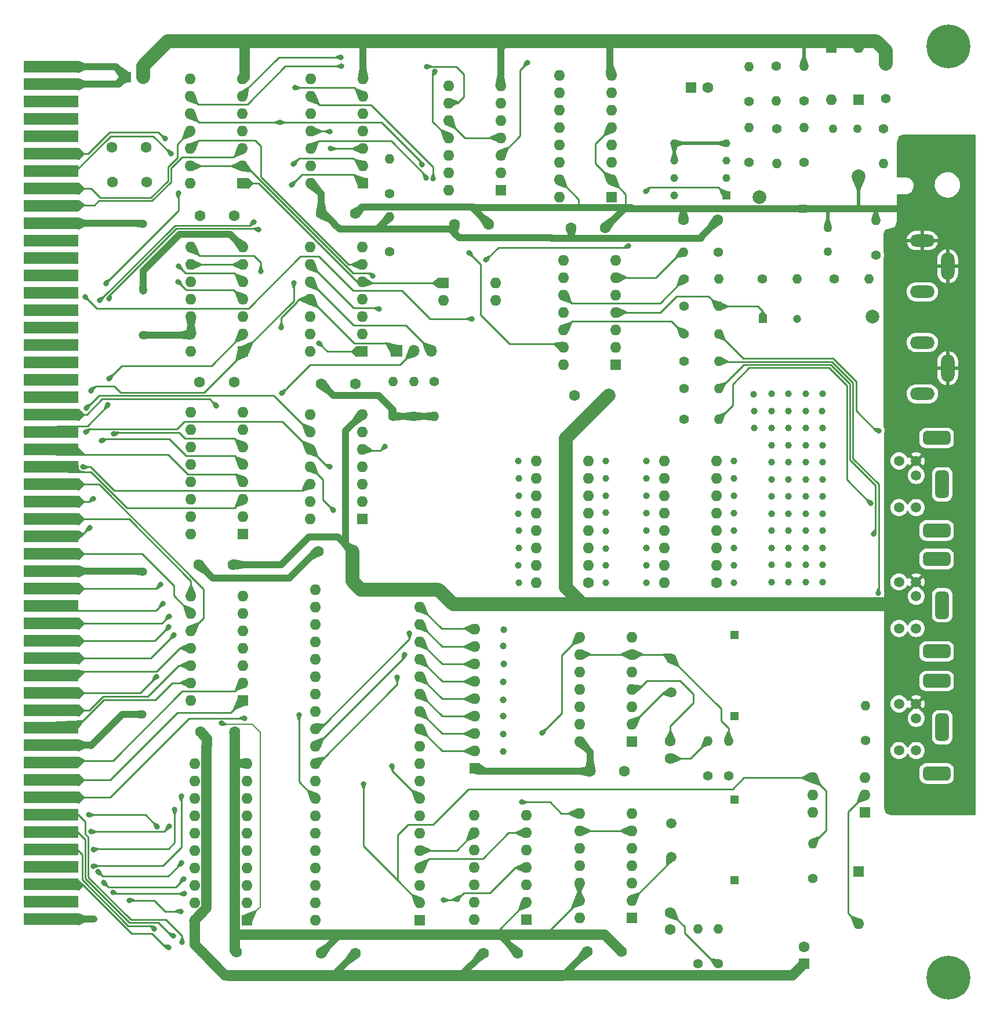
<source format=gbr>
G04 #@! TF.GenerationSoftware,KiCad,Pcbnew,7.0.10*
G04 #@! TF.CreationDate,2024-02-24T09:50:23-06:00*
G04 #@! TF.ProjectId,CZ-6BM1,435a2d36-424d-4312-9e6b-696361645f70,rev?*
G04 #@! TF.SameCoordinates,Original*
G04 #@! TF.FileFunction,Copper,L2,Bot*
G04 #@! TF.FilePolarity,Positive*
%FSLAX46Y46*%
G04 Gerber Fmt 4.6, Leading zero omitted, Abs format (unit mm)*
G04 Created by KiCad (PCBNEW 7.0.10) date 2024-02-24 09:50:23*
%MOMM*%
%LPD*%
G01*
G04 APERTURE LIST*
G04 Aperture macros list*
%AMRoundRect*
0 Rectangle with rounded corners*
0 $1 Rounding radius*
0 $2 $3 $4 $5 $6 $7 $8 $9 X,Y pos of 4 corners*
0 Add a 4 corners polygon primitive as box body*
4,1,4,$2,$3,$4,$5,$6,$7,$8,$9,$2,$3,0*
0 Add four circle primitives for the rounded corners*
1,1,$1+$1,$2,$3*
1,1,$1+$1,$4,$5*
1,1,$1+$1,$6,$7*
1,1,$1+$1,$8,$9*
0 Add four rect primitives between the rounded corners*
20,1,$1+$1,$2,$3,$4,$5,0*
20,1,$1+$1,$4,$5,$6,$7,0*
20,1,$1+$1,$6,$7,$8,$9,0*
20,1,$1+$1,$8,$9,$2,$3,0*%
G04 Aperture macros list end*
G04 #@! TA.AperFunction,ConnectorPad*
%ADD10R,8.000000X1.800000*%
G04 #@! TD*
G04 #@! TA.AperFunction,ComponentPad*
%ADD11C,6.400000*%
G04 #@! TD*
G04 #@! TA.AperFunction,ComponentPad*
%ADD12C,1.600000*%
G04 #@! TD*
G04 #@! TA.AperFunction,ComponentPad*
%ADD13C,1.000000*%
G04 #@! TD*
G04 #@! TA.AperFunction,ComponentPad*
%ADD14R,1.600000X1.600000*%
G04 #@! TD*
G04 #@! TA.AperFunction,ComponentPad*
%ADD15O,1.600000X1.600000*%
G04 #@! TD*
G04 #@! TA.AperFunction,ComponentPad*
%ADD16C,1.400000*%
G04 #@! TD*
G04 #@! TA.AperFunction,ComponentPad*
%ADD17O,1.400000X1.400000*%
G04 #@! TD*
G04 #@! TA.AperFunction,ComponentPad*
%ADD18C,2.000000*%
G04 #@! TD*
G04 #@! TA.AperFunction,ComponentPad*
%ADD19RoundRect,0.500000X-1.500000X0.500000X-1.500000X-0.500000X1.500000X-0.500000X1.500000X0.500000X0*%
G04 #@! TD*
G04 #@! TA.AperFunction,ComponentPad*
%ADD20RoundRect,0.500000X-0.500000X1.500000X-0.500000X-1.500000X0.500000X-1.500000X0.500000X1.500000X0*%
G04 #@! TD*
G04 #@! TA.AperFunction,ComponentPad*
%ADD21C,1.500000*%
G04 #@! TD*
G04 #@! TA.AperFunction,ComponentPad*
%ADD22C,1.270000*%
G04 #@! TD*
G04 #@! TA.AperFunction,ComponentPad*
%ADD23R,1.200000X1.200000*%
G04 #@! TD*
G04 #@! TA.AperFunction,ComponentPad*
%ADD24R,1.700000X1.700000*%
G04 #@! TD*
G04 #@! TA.AperFunction,ComponentPad*
%ADD25O,1.700000X1.700000*%
G04 #@! TD*
G04 #@! TA.AperFunction,ComponentPad*
%ADD26C,1.200000*%
G04 #@! TD*
G04 #@! TA.AperFunction,ComponentPad*
%ADD27O,2.000000X4.000000*%
G04 #@! TD*
G04 #@! TA.AperFunction,ComponentPad*
%ADD28O,3.600000X1.800000*%
G04 #@! TD*
G04 #@! TA.AperFunction,ComponentPad*
%ADD29R,1.160000X1.160000*%
G04 #@! TD*
G04 #@! TA.AperFunction,ComponentPad*
%ADD30C,1.160000*%
G04 #@! TD*
G04 #@! TA.AperFunction,ViaPad*
%ADD31C,0.800000*%
G04 #@! TD*
G04 #@! TA.AperFunction,ViaPad*
%ADD32C,1.200000*%
G04 #@! TD*
G04 #@! TA.AperFunction,Conductor*
%ADD33C,0.250000*%
G04 #@! TD*
G04 #@! TA.AperFunction,Conductor*
%ADD34C,1.000000*%
G04 #@! TD*
G04 #@! TA.AperFunction,Conductor*
%ADD35C,0.500000*%
G04 #@! TD*
G04 #@! TA.AperFunction,Conductor*
%ADD36C,2.000000*%
G04 #@! TD*
G04 #@! TA.AperFunction,Conductor*
%ADD37C,1.500000*%
G04 #@! TD*
G04 #@! TA.AperFunction,Conductor*
%ADD38C,0.200000*%
G04 #@! TD*
G04 APERTURE END LIST*
D10*
X29565600Y-163474400D03*
X29565600Y-160934400D03*
X29565600Y-158394400D03*
X29565600Y-155854400D03*
X29565600Y-153314400D03*
X29565600Y-150774400D03*
X29565600Y-148234400D03*
X29565600Y-145694400D03*
X29565600Y-143154400D03*
X29565600Y-140614400D03*
X29565600Y-138074400D03*
X29565600Y-135534400D03*
X29565600Y-132994400D03*
X29565600Y-130454400D03*
X29565600Y-127914400D03*
X29565600Y-125374400D03*
X29565600Y-122834400D03*
X29565600Y-120294400D03*
X29565600Y-117754400D03*
X29565600Y-115214400D03*
X29565600Y-112674400D03*
X29565600Y-110134400D03*
X29565600Y-107594400D03*
X29565600Y-105054400D03*
X29565600Y-102514400D03*
X29565600Y-99974400D03*
X29565600Y-97434400D03*
X29565600Y-94894400D03*
X29565600Y-92354400D03*
X29565600Y-89814400D03*
X29565600Y-87274400D03*
X29565600Y-84734400D03*
X29565600Y-82194400D03*
X29565600Y-79654400D03*
X29565600Y-77114400D03*
X29565600Y-74574400D03*
X29565600Y-72034400D03*
X29565600Y-69494400D03*
X29565600Y-66954400D03*
X29565600Y-64414400D03*
X29565600Y-61874400D03*
X29565600Y-59334400D03*
X29565600Y-56794400D03*
X29565600Y-54254400D03*
X29565600Y-51714400D03*
X29565600Y-49174400D03*
X29565600Y-46634400D03*
X29565600Y-44094400D03*
X29565600Y-41554400D03*
X29565600Y-39014400D03*
D11*
X160565600Y-172014400D03*
X160565600Y-36014400D03*
D12*
X69000000Y-60430000D03*
X74000000Y-60430000D03*
D13*
X139750000Y-91750000D03*
D14*
X57500000Y-56040000D03*
D15*
X57500000Y-53500000D03*
X57500000Y-50960000D03*
X57500000Y-48420000D03*
X57500000Y-45880000D03*
X57500000Y-43340000D03*
X57500000Y-40800000D03*
X49880000Y-40800000D03*
X49880000Y-43340000D03*
X49880000Y-45880000D03*
X49880000Y-48420000D03*
X49880000Y-50960000D03*
X49880000Y-53500000D03*
X49880000Y-56040000D03*
D12*
X107840000Y-168200000D03*
X112840000Y-168200000D03*
D14*
X123000000Y-42000000D03*
D12*
X125500000Y-42000000D03*
D16*
X121960000Y-78000000D03*
D17*
X127040000Y-78000000D03*
D13*
X95590000Y-131420000D03*
D14*
X83400000Y-163580000D03*
D15*
X83400000Y-161040000D03*
X83400000Y-158500000D03*
X83400000Y-155960000D03*
X83400000Y-153420000D03*
X83400000Y-150880000D03*
X83400000Y-148340000D03*
X83400000Y-145800000D03*
X83400000Y-143260000D03*
X83400000Y-140720000D03*
X83400000Y-138180000D03*
X83400000Y-135640000D03*
X83400000Y-133100000D03*
X83400000Y-130560000D03*
X83400000Y-128020000D03*
X83400000Y-125480000D03*
X83400000Y-122940000D03*
X83400000Y-120400000D03*
X83400000Y-117860000D03*
X83400000Y-115320000D03*
X68160000Y-115320000D03*
X68160000Y-117860000D03*
X68160000Y-120400000D03*
X68160000Y-122940000D03*
X68160000Y-125480000D03*
X68160000Y-128020000D03*
X68160000Y-130560000D03*
X68160000Y-133100000D03*
X68160000Y-135640000D03*
X68160000Y-138180000D03*
X68160000Y-140720000D03*
X68160000Y-143260000D03*
X68160000Y-145800000D03*
X68160000Y-148340000D03*
X68160000Y-150880000D03*
X68160000Y-153420000D03*
X68160000Y-155960000D03*
X68160000Y-158500000D03*
X68160000Y-161040000D03*
X68160000Y-163580000D03*
D14*
X114400000Y-137540000D03*
D15*
X114400000Y-135000000D03*
X114400000Y-132460000D03*
X114400000Y-129920000D03*
X114400000Y-127380000D03*
X114400000Y-124840000D03*
X114400000Y-122300000D03*
X106780000Y-122300000D03*
X106780000Y-124840000D03*
X106780000Y-127380000D03*
X106780000Y-129920000D03*
X106780000Y-132460000D03*
X106780000Y-135000000D03*
X106780000Y-137540000D03*
D16*
X135520000Y-48090000D03*
D17*
X135520000Y-53170000D03*
D12*
X121920000Y-61370000D03*
X126920000Y-61370000D03*
D13*
X116520000Y-104150000D03*
X142250000Y-86750000D03*
X129240000Y-96550000D03*
X139750000Y-111750000D03*
D18*
X149500000Y-75500000D03*
D13*
X97800000Y-96560000D03*
D16*
X82500000Y-90040000D03*
D17*
X82500000Y-84960000D03*
D14*
X111400000Y-58080000D03*
D15*
X111400000Y-55540000D03*
X111400000Y-53000000D03*
X111400000Y-50460000D03*
X111400000Y-47920000D03*
X111400000Y-45380000D03*
X111400000Y-42840000D03*
X111400000Y-40300000D03*
X103780000Y-40300000D03*
X103780000Y-42840000D03*
X103780000Y-45380000D03*
X103780000Y-47920000D03*
X103780000Y-50460000D03*
X103780000Y-53000000D03*
X103780000Y-55540000D03*
X103780000Y-58080000D03*
D13*
X116520000Y-109270000D03*
X137250000Y-109250000D03*
X116500000Y-114340000D03*
X97830000Y-109270000D03*
D19*
X158900000Y-93210000D03*
D20*
X159700000Y-99960000D03*
D19*
X158900000Y-106710000D03*
D21*
X155900000Y-98660000D03*
X155900000Y-96560000D03*
X155900000Y-103360000D03*
X153400000Y-96560000D03*
X153400000Y-103360000D03*
D16*
X121960000Y-82000000D03*
D17*
X127040000Y-82000000D03*
D14*
X91450000Y-141450000D03*
D15*
X91450000Y-138910000D03*
X91450000Y-136370000D03*
X91450000Y-133830000D03*
X91450000Y-131290000D03*
X91450000Y-128750000D03*
X91450000Y-126210000D03*
X91450000Y-123670000D03*
X91450000Y-121130000D03*
D16*
X140770000Y-157520000D03*
D17*
X140770000Y-152440000D03*
D13*
X97830000Y-99100000D03*
X134750000Y-86750000D03*
D12*
X108310000Y-141880000D03*
X113310000Y-141880000D03*
D13*
X134750000Y-101750000D03*
X132250000Y-91750000D03*
X134750000Y-106750000D03*
D14*
X75120000Y-56040000D03*
D15*
X75120000Y-53500000D03*
X75120000Y-50960000D03*
X75120000Y-48420000D03*
X75120000Y-45880000D03*
X75120000Y-43340000D03*
X75120000Y-40800000D03*
X67500000Y-40800000D03*
X67500000Y-43340000D03*
X67500000Y-45880000D03*
X67500000Y-48420000D03*
X67500000Y-50960000D03*
X67500000Y-53500000D03*
X67500000Y-56040000D03*
D14*
X95200000Y-57000000D03*
D15*
X95200000Y-54460000D03*
X95200000Y-51920000D03*
X95200000Y-49380000D03*
X95200000Y-46840000D03*
X95200000Y-44300000D03*
X95200000Y-41760000D03*
X87580000Y-41760000D03*
X87580000Y-44300000D03*
X87580000Y-46840000D03*
X87580000Y-49380000D03*
X87580000Y-51920000D03*
X87580000Y-54460000D03*
X87580000Y-57000000D03*
D22*
X143780000Y-48050000D03*
X147280001Y-48050000D03*
D13*
X139750000Y-106750000D03*
D14*
X57600000Y-80580000D03*
D15*
X57600000Y-78040000D03*
X57600000Y-75500000D03*
X57600000Y-72960000D03*
X57600000Y-70420000D03*
X57600000Y-67880000D03*
X57600000Y-65340000D03*
X49980000Y-65340000D03*
X49980000Y-67880000D03*
X49980000Y-70420000D03*
X49980000Y-72960000D03*
X49980000Y-75500000D03*
X49980000Y-78040000D03*
X49980000Y-80580000D03*
D13*
X137250000Y-94250000D03*
X142250000Y-111750000D03*
X142250000Y-94250000D03*
D16*
X143960000Y-70000000D03*
D17*
X149040000Y-70000000D03*
D13*
X142250000Y-106750000D03*
X137250000Y-91750000D03*
D21*
X120150000Y-154350000D03*
X120150000Y-149450000D03*
D23*
X129400000Y-157800000D03*
X129400000Y-146000000D03*
D13*
X110540000Y-101630000D03*
X142250000Y-96750000D03*
X139750000Y-101750000D03*
D16*
X122000000Y-70000000D03*
D17*
X127080000Y-70000000D03*
D13*
X97830000Y-106730000D03*
D16*
X151130000Y-48050000D03*
D17*
X151130000Y-53130000D03*
D12*
X68540000Y-109740000D03*
X73540000Y-109740000D03*
D13*
X132175000Y-86810000D03*
X134750000Y-99250000D03*
X129280000Y-106720000D03*
X134750000Y-96750000D03*
D12*
X106000000Y-87000000D03*
X111000000Y-87000000D03*
X120000000Y-140000000D03*
X120000000Y-137500000D03*
D13*
X139750000Y-96750000D03*
D16*
X121960000Y-74000000D03*
D17*
X127040000Y-74000000D03*
D13*
X95610000Y-123600000D03*
D14*
X86870000Y-70580000D03*
D15*
X86870000Y-73120000D03*
X94490000Y-73120000D03*
X94490000Y-70580000D03*
D13*
X134750000Y-109250000D03*
D14*
X40500000Y-40500000D03*
D12*
X43000000Y-40500000D03*
D13*
X137250000Y-89250000D03*
X97820000Y-111790000D03*
X95620000Y-126210000D03*
D16*
X79500000Y-90040000D03*
D17*
X79500000Y-84960000D03*
D12*
X110480000Y-62520000D03*
X105480000Y-62520000D03*
D16*
X79000000Y-66000000D03*
D17*
X79000000Y-60920000D03*
D12*
X126700000Y-114330000D03*
D15*
X126700000Y-111790000D03*
X126700000Y-109250000D03*
X126700000Y-106710000D03*
X126700000Y-104170000D03*
X126700000Y-101630000D03*
X126700000Y-99090000D03*
X126700000Y-96550000D03*
X119080000Y-96550000D03*
X119080000Y-99090000D03*
X119080000Y-101630000D03*
X119080000Y-104170000D03*
X119080000Y-106710000D03*
X119080000Y-109250000D03*
X119080000Y-111790000D03*
X119080000Y-114330000D03*
D16*
X151470000Y-43630000D03*
D17*
X151470000Y-38550000D03*
D13*
X139750000Y-89250000D03*
X110550000Y-111820000D03*
X129300000Y-109250000D03*
D12*
X108020000Y-114330000D03*
D15*
X108020000Y-111790000D03*
X108020000Y-109250000D03*
X108020000Y-106710000D03*
X108020000Y-104170000D03*
X108020000Y-101630000D03*
X108020000Y-99090000D03*
X108020000Y-96550000D03*
X100400000Y-96550000D03*
X100400000Y-99090000D03*
X100400000Y-101630000D03*
X100400000Y-104170000D03*
X100400000Y-106710000D03*
X100400000Y-109250000D03*
X100400000Y-111790000D03*
X100400000Y-114330000D03*
D13*
X110550000Y-109350000D03*
D16*
X128500000Y-142500000D03*
D17*
X128500000Y-137420000D03*
D13*
X95590000Y-133810000D03*
D16*
X148460000Y-137360000D03*
D17*
X148460000Y-132280000D03*
D13*
X142250000Y-99250000D03*
D24*
X80000000Y-80500000D03*
D25*
X82540000Y-80500000D03*
X85080000Y-80500000D03*
D13*
X134750000Y-94250000D03*
D14*
X75000000Y-105000000D03*
D15*
X75000000Y-102460000D03*
X75000000Y-99920000D03*
X75000000Y-97380000D03*
X75000000Y-94840000D03*
X75000000Y-92300000D03*
X75000000Y-89760000D03*
X67380000Y-89760000D03*
X67380000Y-92300000D03*
X67380000Y-94840000D03*
X67380000Y-97380000D03*
X67380000Y-99920000D03*
X67380000Y-102460000D03*
X67380000Y-105000000D03*
D13*
X134750000Y-104250000D03*
X139750000Y-86750000D03*
X137250000Y-101750000D03*
D14*
X143500000Y-36190000D03*
D15*
X143500000Y-43810000D03*
D12*
X51360000Y-136140000D03*
X56360000Y-136140000D03*
D16*
X79000000Y-57500000D03*
D17*
X79000000Y-52420000D03*
D16*
X121960000Y-86000000D03*
D17*
X127040000Y-86000000D03*
D16*
X139500000Y-53000000D03*
D17*
X139500000Y-47920000D03*
D13*
X129260000Y-104180000D03*
X134750000Y-91750000D03*
D16*
X85500000Y-84970000D03*
D17*
X85500000Y-90050000D03*
D13*
X129300000Y-114330000D03*
X116490000Y-101630000D03*
D23*
X133490000Y-75820000D03*
D26*
X138490000Y-75820000D03*
D16*
X133460000Y-70000000D03*
D17*
X138540000Y-70000000D03*
D14*
X148420000Y-147875000D03*
D15*
X148420000Y-145335000D03*
X148420000Y-142795000D03*
X140800000Y-142795000D03*
X140800000Y-145335000D03*
X140800000Y-147875000D03*
D14*
X114340000Y-163280000D03*
D15*
X114340000Y-160740000D03*
X114340000Y-158200000D03*
X114340000Y-155660000D03*
X114340000Y-153120000D03*
X114340000Y-150580000D03*
X114340000Y-148040000D03*
X106720000Y-148040000D03*
X106720000Y-150580000D03*
X106720000Y-153120000D03*
X106720000Y-155660000D03*
X106720000Y-158200000D03*
X106720000Y-160740000D03*
X106720000Y-163280000D03*
D13*
X95630000Y-121200000D03*
D12*
X56610000Y-168300000D03*
X51610000Y-168300000D03*
X51250000Y-85070000D03*
X56250000Y-85070000D03*
D16*
X127000000Y-170000000D03*
D17*
X127000000Y-164920000D03*
D14*
X139500000Y-170000000D03*
D12*
X139500000Y-167500000D03*
X88500000Y-62000000D03*
X93500000Y-62000000D03*
D13*
X142250000Y-101750000D03*
X132250000Y-89250000D03*
D16*
X131500000Y-53000000D03*
D17*
X131500000Y-47920000D03*
D13*
X139750000Y-114250000D03*
X142250000Y-114250000D03*
X137250000Y-106750000D03*
D16*
X126980000Y-66060000D03*
D17*
X121900000Y-66060000D03*
D16*
X125500000Y-142500000D03*
D17*
X125500000Y-137420000D03*
D16*
X139500000Y-44000000D03*
D17*
X139500000Y-38920000D03*
D13*
X110550000Y-106810000D03*
D16*
X124000000Y-170000000D03*
D17*
X124000000Y-164920000D03*
D19*
X158900000Y-110870000D03*
D20*
X159700000Y-117620000D03*
D19*
X158900000Y-124370000D03*
D21*
X155900000Y-116320000D03*
X155900000Y-114220000D03*
X155900000Y-121020000D03*
X153400000Y-114220000D03*
X153400000Y-121020000D03*
D13*
X139750000Y-94250000D03*
X142150000Y-89250000D03*
D16*
X150000000Y-66540000D03*
D17*
X150000000Y-61460000D03*
D13*
X142250000Y-104250000D03*
X137250000Y-114250000D03*
D12*
X73990000Y-168450000D03*
X68990000Y-168450000D03*
D13*
X137250000Y-111750000D03*
X129240000Y-101630000D03*
D16*
X135490000Y-38920000D03*
D17*
X135490000Y-44000000D03*
D13*
X139750000Y-104250000D03*
X116480000Y-111810000D03*
X129300000Y-111780000D03*
D27*
X160500000Y-68122500D03*
D28*
X156800000Y-71872500D03*
X156800000Y-64372500D03*
D13*
X134750000Y-111750000D03*
D12*
X69020000Y-85290000D03*
X74020000Y-85290000D03*
D13*
X116500000Y-99100000D03*
X110540000Y-104140000D03*
D12*
X120000000Y-165000000D03*
X120000000Y-162500000D03*
D13*
X137250000Y-86750000D03*
X139750000Y-99250000D03*
X110550000Y-99110000D03*
X134750000Y-114250000D03*
X97820000Y-104230000D03*
X97830000Y-114330000D03*
D14*
X98980000Y-163570000D03*
D15*
X98980000Y-161030000D03*
X98980000Y-158490000D03*
X98980000Y-155950000D03*
X98980000Y-153410000D03*
X98980000Y-150870000D03*
X98980000Y-148330000D03*
X91360000Y-148330000D03*
X91360000Y-150870000D03*
X91360000Y-153410000D03*
X91360000Y-155950000D03*
X91360000Y-158490000D03*
X91360000Y-161030000D03*
X91360000Y-163570000D03*
D18*
X147500000Y-55000000D03*
D13*
X142250000Y-91750000D03*
X137250000Y-104250000D03*
X116500000Y-96560000D03*
D14*
X75000000Y-80580000D03*
D15*
X75000000Y-78040000D03*
X75000000Y-75500000D03*
X75000000Y-72960000D03*
X75000000Y-70420000D03*
X75000000Y-67880000D03*
X75000000Y-65340000D03*
X67380000Y-65340000D03*
X67380000Y-67880000D03*
X67380000Y-70420000D03*
X67380000Y-72960000D03*
X67380000Y-75500000D03*
X67380000Y-78040000D03*
X67380000Y-80580000D03*
D13*
X95610000Y-128800000D03*
D14*
X58120000Y-163580000D03*
D15*
X58120000Y-161040000D03*
X58120000Y-158500000D03*
X58120000Y-155960000D03*
X58120000Y-153420000D03*
X58120000Y-150880000D03*
X58120000Y-148340000D03*
X58120000Y-145800000D03*
X58120000Y-143260000D03*
X58120000Y-140720000D03*
X50500000Y-140720000D03*
X50500000Y-143260000D03*
X50500000Y-145800000D03*
X50500000Y-148340000D03*
X50500000Y-150880000D03*
X50500000Y-153420000D03*
X50500000Y-155960000D03*
X50500000Y-158500000D03*
X50500000Y-161040000D03*
X50500000Y-163580000D03*
D12*
X92680000Y-168410000D03*
X97680000Y-168410000D03*
D14*
X57600000Y-107240000D03*
D15*
X57600000Y-104700000D03*
X57600000Y-102160000D03*
X57600000Y-99620000D03*
X57600000Y-97080000D03*
X57600000Y-94540000D03*
X57600000Y-92000000D03*
X57600000Y-89460000D03*
X49980000Y-89460000D03*
X49980000Y-92000000D03*
X49980000Y-94540000D03*
X49980000Y-97080000D03*
X49980000Y-99620000D03*
X49980000Y-102160000D03*
X49980000Y-104700000D03*
X49980000Y-107240000D03*
D16*
X131500000Y-44040000D03*
D17*
X131500000Y-38960000D03*
D13*
X110550000Y-114330000D03*
D12*
X38450000Y-50800000D03*
X43450000Y-50800000D03*
D19*
X158900000Y-128690000D03*
D20*
X159700000Y-135440000D03*
D19*
X158900000Y-142190000D03*
D21*
X155900000Y-134140000D03*
X155900000Y-132040000D03*
X155900000Y-138840000D03*
X153400000Y-132040000D03*
X153400000Y-138840000D03*
D16*
X121960000Y-90500000D03*
D17*
X127040000Y-90500000D03*
D18*
X133000000Y-58000000D03*
D13*
X116510000Y-106750000D03*
X97830000Y-101620000D03*
D14*
X112020000Y-82500000D03*
D15*
X112020000Y-79960000D03*
X112020000Y-77420000D03*
X112020000Y-74880000D03*
X112020000Y-72340000D03*
X112020000Y-69800000D03*
X112020000Y-67260000D03*
X104400000Y-67260000D03*
X104400000Y-69800000D03*
X104400000Y-72340000D03*
X104400000Y-74880000D03*
X104400000Y-77420000D03*
X104400000Y-79960000D03*
X104400000Y-82500000D03*
D12*
X51280000Y-60710000D03*
X56280000Y-60710000D03*
D13*
X137250000Y-96750000D03*
D14*
X147470000Y-43790000D03*
D15*
X147470000Y-36170000D03*
D13*
X137250000Y-99250000D03*
X134750000Y-89250000D03*
D14*
X147520000Y-156550000D03*
D15*
X147520000Y-164170000D03*
D29*
X128210000Y-57810000D03*
D30*
X128210000Y-55270000D03*
X128210000Y-52730000D03*
X128210000Y-50190000D03*
X120590000Y-50190000D03*
X120590000Y-52730000D03*
X120590000Y-55270000D03*
X120590000Y-57810000D03*
D14*
X57600000Y-131500000D03*
D15*
X57600000Y-128960000D03*
X57600000Y-126420000D03*
X57600000Y-123880000D03*
X57600000Y-121340000D03*
X57600000Y-118800000D03*
X57600000Y-116260000D03*
X49980000Y-116260000D03*
X49980000Y-118800000D03*
X49980000Y-121340000D03*
X49980000Y-123880000D03*
X49980000Y-126420000D03*
X49980000Y-128960000D03*
X49980000Y-131500000D03*
D13*
X95590000Y-136400000D03*
X110550000Y-96550000D03*
D21*
X120150000Y-130350000D03*
X120150000Y-125450000D03*
D23*
X129400000Y-133800000D03*
X129400000Y-122000000D03*
D13*
X139750000Y-109250000D03*
X95590000Y-138990000D03*
X142250000Y-109250000D03*
D22*
X143000000Y-66000000D03*
X143000000Y-62499999D03*
D12*
X51100000Y-111710000D03*
X56100000Y-111710000D03*
D13*
X129240000Y-99090000D03*
D27*
X160500000Y-83020000D03*
D28*
X156800000Y-86770000D03*
X156800000Y-79270000D03*
D12*
X38500000Y-55830000D03*
X43500000Y-55830000D03*
D31*
X116425500Y-57200000D03*
D32*
X42970000Y-61930000D03*
X152270000Y-117430000D03*
X42900000Y-133590000D03*
X42920000Y-78210000D03*
D31*
X35770000Y-163450000D03*
X35410000Y-138110000D03*
D32*
X42970000Y-71650000D03*
X139370000Y-59720000D03*
X42990000Y-112720000D03*
D31*
X52320000Y-138140000D03*
X70290000Y-48470000D03*
X70360000Y-50960000D03*
X35699500Y-155710000D03*
X48570000Y-145500000D03*
X47610000Y-147460000D03*
X35699500Y-153314400D03*
X35390000Y-150690000D03*
X46840000Y-149900000D03*
X45065000Y-149955000D03*
X35040000Y-148234400D03*
X36405889Y-156547824D03*
X48590000Y-155270000D03*
X37255500Y-158140000D03*
X48900000Y-157610000D03*
X38570000Y-159520000D03*
X49040000Y-159760000D03*
X40960000Y-160700000D03*
X48470000Y-162330000D03*
X65010000Y-70610000D03*
X35380000Y-86290000D03*
X59150000Y-61670000D03*
X36640000Y-73150000D03*
X64950000Y-53225000D03*
X59820000Y-62760000D03*
X64685000Y-56265000D03*
X37997653Y-72817653D03*
X34165102Y-97434400D03*
X70290000Y-97390000D03*
X34650000Y-92340000D03*
X68670000Y-79340000D03*
X34700000Y-88850000D03*
X37550000Y-70640000D03*
X48134500Y-57440000D03*
X91010000Y-75810000D03*
X34502701Y-72562701D03*
X85620000Y-39680000D03*
X46690000Y-167590000D03*
X44620000Y-164880000D03*
X47379847Y-165875000D03*
X48680000Y-166840000D03*
X57850000Y-134130000D03*
X63180000Y-77100000D03*
X44940000Y-128050000D03*
X47480000Y-122000000D03*
X46730000Y-120810000D03*
X46800000Y-119220000D03*
X45920000Y-117370000D03*
X45550000Y-114590000D03*
X35200000Y-106340000D03*
X38700000Y-92620000D03*
X35700000Y-102030000D03*
X36940000Y-93610000D03*
X37840000Y-88370000D03*
X38020000Y-84540000D03*
X53670000Y-88490000D03*
X54412867Y-134855000D03*
X48170000Y-68110000D03*
X47070000Y-51700000D03*
X46240000Y-49510000D03*
X48090000Y-70370000D03*
X63260000Y-86670000D03*
X60180000Y-68860000D03*
X76560000Y-69520000D03*
X65190000Y-42080000D03*
X71880000Y-37610000D03*
X84400000Y-38990000D03*
X71980000Y-38920000D03*
X83730000Y-53310000D03*
X62950000Y-47130000D03*
X75180000Y-143730000D03*
X90610000Y-66170000D03*
X85340000Y-55320000D03*
X79350000Y-141130000D03*
X81885000Y-121690000D03*
X81175000Y-124830000D03*
X80085000Y-128110000D03*
X70750000Y-103730000D03*
X65760000Y-133690000D03*
X86820000Y-160680000D03*
X99120000Y-38395000D03*
X88850000Y-160550000D03*
X78320000Y-94410000D03*
X77470000Y-74375000D03*
X113900000Y-65120000D03*
X93070000Y-67200000D03*
X84320000Y-55210000D03*
X98275000Y-146365000D03*
X101270000Y-136280000D03*
X149235000Y-102720000D03*
X150410000Y-92130000D03*
X149695000Y-107210000D03*
X150360000Y-115890000D03*
D33*
X116425500Y-57200000D02*
X117035500Y-56590000D01*
X117035500Y-56590000D02*
X126990000Y-56590000D01*
X126990000Y-56590000D02*
X128210000Y-57810000D01*
D34*
X91220000Y-59510000D02*
X74920000Y-59510000D01*
D35*
X120590000Y-52730000D02*
X120590000Y-50190000D01*
D34*
X71540000Y-165730000D02*
X71625000Y-165815000D01*
X35614400Y-163474400D02*
X35590000Y-163450000D01*
X72590000Y-92170000D02*
X75000000Y-89760000D01*
D33*
X113440000Y-57580000D02*
X113440000Y-59700000D01*
D34*
X94950000Y-165760000D02*
X110400000Y-165760000D01*
D36*
X150060000Y-35240000D02*
X151470000Y-36650000D01*
D33*
X101740000Y-165720000D02*
X101740000Y-165760000D01*
D34*
X35400000Y-112670000D02*
X42880000Y-112670000D01*
X142940000Y-59700000D02*
X147390000Y-59700000D01*
X73540000Y-109740000D02*
X71420000Y-107620000D01*
D33*
X111400000Y-55540000D02*
X113440000Y-57580000D01*
D34*
X42900000Y-133590000D02*
X39930000Y-133590000D01*
X48325000Y-63445000D02*
X42960000Y-68810000D01*
X74920000Y-59510000D02*
X74000000Y-60430000D01*
D33*
X111400000Y-47920000D02*
X109030000Y-50290000D01*
D35*
X147500000Y-59590000D02*
X147390000Y-59700000D01*
D34*
X114390000Y-59700000D02*
X121650000Y-59700000D01*
D36*
X96230000Y-35230000D02*
X96170000Y-35290000D01*
D34*
X110480000Y-62520000D02*
X113370000Y-59630000D01*
D37*
X57800000Y-35290000D02*
X57800000Y-40500000D01*
D34*
X139370000Y-59720000D02*
X139390000Y-59700000D01*
X106620000Y-59600000D02*
X91340000Y-59600000D01*
X42920000Y-78210000D02*
X49810000Y-78210000D01*
X113370000Y-59630000D02*
X113440000Y-59700000D01*
D35*
X155310000Y-61460000D02*
X155440000Y-61330000D01*
D33*
X106720000Y-160740000D02*
X101740000Y-165720000D01*
D34*
X114390000Y-59700000D02*
X114290000Y-59600000D01*
D36*
X110760000Y-35230000D02*
X96230000Y-35230000D01*
D34*
X95030000Y-165760000D02*
X97680000Y-168410000D01*
D36*
X104740000Y-115020000D02*
X104740000Y-93260000D01*
D35*
X150000000Y-61460000D02*
X150000000Y-59840000D01*
D34*
X94950000Y-165760000D02*
X95030000Y-165760000D01*
D37*
X100350000Y-165760000D02*
X101740000Y-165760000D01*
D34*
X71420000Y-107620000D02*
X67210000Y-107620000D01*
X113440000Y-59700000D02*
X114390000Y-59700000D01*
X71625000Y-165815000D02*
X71680000Y-165760000D01*
D36*
X152270000Y-117430000D02*
X152210000Y-117490000D01*
X112870000Y-35240000D02*
X112860000Y-35230000D01*
D35*
X143000000Y-59760000D02*
X142940000Y-59700000D01*
X139500000Y-38920000D02*
X139500000Y-35220000D01*
D34*
X56440000Y-140720000D02*
X58120000Y-140720000D01*
X114290000Y-59600000D02*
X106620000Y-59600000D01*
D36*
X107210000Y-117490000D02*
X104740000Y-115020000D01*
D35*
X150000000Y-59840000D02*
X149860000Y-59700000D01*
D34*
X56360000Y-165730000D02*
X71540000Y-165730000D01*
D37*
X56360000Y-165730000D02*
X100320000Y-165730000D01*
D34*
X111400000Y-40300000D02*
X111150000Y-40050000D01*
D33*
X109030000Y-50290000D02*
X109030000Y-53170000D01*
D34*
X149860000Y-59700000D02*
X154140000Y-59700000D01*
X35395600Y-112674400D02*
X35400000Y-112670000D01*
D36*
X151470000Y-36650000D02*
X151470000Y-38550000D01*
X83400000Y-115320000D02*
X74740000Y-115320000D01*
D34*
X121650000Y-59700000D02*
X139350000Y-59700000D01*
D37*
X56360000Y-168050000D02*
X56610000Y-168300000D01*
D36*
X152400000Y-117490000D02*
X152330000Y-117490000D01*
X112870000Y-35240000D02*
X150060000Y-35240000D01*
D34*
X111150000Y-35620000D02*
X110760000Y-35230000D01*
X41225600Y-61874400D02*
X29565600Y-61874400D01*
D36*
X86120000Y-115320000D02*
X83400000Y-115320000D01*
X112860000Y-35230000D02*
X110760000Y-35230000D01*
X107210000Y-117490000D02*
X88290000Y-117490000D01*
D37*
X43000000Y-40500000D02*
X43000000Y-39220811D01*
D34*
X56360000Y-165730000D02*
X56360000Y-168050000D01*
X56360000Y-140800000D02*
X56440000Y-140720000D01*
X111150000Y-40050000D02*
X111150000Y-35620000D01*
X56360000Y-136140000D02*
X56360000Y-140800000D01*
X71625000Y-165815000D02*
X68990000Y-168450000D01*
D36*
X46577258Y-35290000D02*
X43000000Y-38867258D01*
D34*
X35590000Y-163450000D02*
X35770000Y-163450000D01*
X91220000Y-59510000D02*
X91220000Y-59720000D01*
X95200000Y-36260000D02*
X95200000Y-41760000D01*
X49980000Y-78040000D02*
X49980000Y-75500000D01*
X67210000Y-107620000D02*
X63120000Y-111710000D01*
X29565600Y-138074400D02*
X35374400Y-138074400D01*
D36*
X152330000Y-117490000D02*
X152270000Y-117430000D01*
D35*
X120590000Y-50190000D02*
X128210000Y-50190000D01*
X147500000Y-55000000D02*
X147500000Y-59590000D01*
D34*
X57600000Y-65340000D02*
X55705000Y-63445000D01*
X139350000Y-59700000D02*
X139370000Y-59720000D01*
D36*
X104740000Y-93260000D02*
X111000000Y-87000000D01*
X74740000Y-115320000D02*
X73540000Y-114120000D01*
D34*
X121650000Y-59700000D02*
X121920000Y-59970000D01*
D37*
X101740000Y-165760000D02*
X110400000Y-165760000D01*
D33*
X106720000Y-160740000D02*
X106720000Y-158200000D01*
D37*
X56360000Y-136140000D02*
X56360000Y-168050000D01*
D36*
X73540000Y-114120000D02*
X73540000Y-109740000D01*
X43000000Y-38867258D02*
X43000000Y-40500000D01*
D33*
X98980000Y-161030000D02*
X94950000Y-165060000D01*
D34*
X42960000Y-68810000D02*
X42960000Y-71630000D01*
D37*
X57800000Y-40500000D02*
X57500000Y-40800000D01*
D34*
X39930000Y-133590000D02*
X35410000Y-138110000D01*
X121920000Y-59970000D02*
X121920000Y-61370000D01*
X147390000Y-59700000D02*
X149860000Y-59700000D01*
X35374400Y-138074400D02*
X35410000Y-138110000D01*
D37*
X100320000Y-165730000D02*
X100350000Y-165760000D01*
D34*
X56360000Y-140800000D02*
X56360000Y-165730000D01*
X29565600Y-112674400D02*
X35395600Y-112674400D01*
X91220000Y-59720000D02*
X93500000Y-62000000D01*
D33*
X106620000Y-58380000D02*
X103780000Y-55540000D01*
D34*
X41260000Y-61840000D02*
X41225600Y-61874400D01*
X63120000Y-111710000D02*
X56100000Y-111710000D01*
X75120000Y-40800000D02*
X75120000Y-35420000D01*
X139390000Y-59700000D02*
X142940000Y-59700000D01*
X91340000Y-59600000D02*
X91220000Y-59720000D01*
X55705000Y-63445000D02*
X48325000Y-63445000D01*
D36*
X57800000Y-35290000D02*
X46577258Y-35290000D01*
D34*
X43000000Y-61840000D02*
X41260000Y-61840000D01*
X29565600Y-163474400D02*
X35614400Y-163474400D01*
X96230000Y-35230000D02*
X95200000Y-36260000D01*
D36*
X152210000Y-117490000D02*
X107210000Y-117490000D01*
D34*
X71680000Y-165760000D02*
X94950000Y-165760000D01*
D37*
X110400000Y-165760000D02*
X112840000Y-168200000D01*
D33*
X106620000Y-59600000D02*
X106620000Y-58380000D01*
X155450000Y-132270000D02*
X155680000Y-132040000D01*
D36*
X96170000Y-35290000D02*
X57800000Y-35290000D01*
D34*
X73540000Y-109740000D02*
X72590000Y-108790000D01*
D33*
X109030000Y-53170000D02*
X111400000Y-55540000D01*
D34*
X49810000Y-78210000D02*
X49980000Y-78040000D01*
D35*
X152630000Y-117490000D02*
X152400000Y-117490000D01*
D34*
X72590000Y-108790000D02*
X72590000Y-92170000D01*
D33*
X94950000Y-165060000D02*
X94950000Y-165760000D01*
D36*
X88290000Y-117490000D02*
X86120000Y-115320000D01*
D35*
X143000000Y-62499999D02*
X143000000Y-59760000D01*
D33*
X67500000Y-48420000D02*
X70240000Y-48420000D01*
D34*
X124660000Y-63800000D02*
X124440000Y-64020000D01*
X105470000Y-64020000D02*
X105480000Y-64010000D01*
X79000000Y-60920000D02*
X77190000Y-62730000D01*
X85500000Y-90050000D02*
X82510000Y-90050000D01*
X124440000Y-64020000D02*
X105470000Y-64020000D01*
X126920000Y-61370000D02*
X124610000Y-63680000D01*
D37*
X52270000Y-138190000D02*
X52270000Y-161810000D01*
D34*
X70860000Y-171580000D02*
X70860000Y-171970000D01*
D37*
X50500000Y-167190000D02*
X51610000Y-168300000D01*
D34*
X102580000Y-63990000D02*
X89110000Y-63990000D01*
X108310000Y-141880000D02*
X91880000Y-141880000D01*
X88500000Y-63380000D02*
X88500000Y-62000000D01*
X73990000Y-168450000D02*
X70860000Y-171580000D01*
X108310000Y-141880000D02*
X108310000Y-139070000D01*
X70940000Y-61940000D02*
X69000000Y-60000000D01*
X102630000Y-64040000D02*
X102580000Y-63990000D01*
D33*
X70240000Y-48420000D02*
X70290000Y-48470000D01*
D34*
X39445600Y-41554400D02*
X40500000Y-40500000D01*
X79500000Y-89090000D02*
X77410000Y-87000000D01*
X69000000Y-57540000D02*
X67500000Y-56040000D01*
X91880000Y-141880000D02*
X91450000Y-141450000D01*
X105480000Y-64010000D02*
X105480000Y-62520000D01*
X124610000Y-63750000D02*
X124660000Y-63800000D01*
D37*
X52320000Y-137100000D02*
X51360000Y-136140000D01*
D34*
X70940000Y-62000000D02*
X70940000Y-61940000D01*
X64360000Y-113640000D02*
X68500000Y-109500000D01*
X104300000Y-171740000D02*
X107840000Y-168200000D01*
X53160000Y-113640000D02*
X64360000Y-113640000D01*
X82500000Y-90040000D02*
X79500000Y-90040000D01*
X124610000Y-63680000D02*
X124610000Y-63750000D01*
X39014400Y-39014400D02*
X40500000Y-40500000D01*
X79500000Y-90040000D02*
X79500000Y-89090000D01*
D37*
X52320000Y-138140000D02*
X52320000Y-137100000D01*
X54960000Y-171650000D02*
X137850000Y-171650000D01*
D34*
X55470000Y-171970000D02*
X50500000Y-167000000D01*
X89260000Y-171970000D02*
X89260000Y-171830000D01*
X51000000Y-111480000D02*
X53160000Y-113640000D01*
X104300000Y-171970000D02*
X104300000Y-171740000D01*
D33*
X75120000Y-50960000D02*
X70360000Y-50960000D01*
D34*
X105470000Y-64020000D02*
X102650000Y-64020000D01*
X29565600Y-41554400D02*
X39445600Y-41554400D01*
X89260000Y-171970000D02*
X70860000Y-171970000D01*
X82510000Y-90050000D02*
X82500000Y-90040000D01*
D37*
X52270000Y-161810000D02*
X50500000Y-163580000D01*
X52320000Y-138140000D02*
X52270000Y-138190000D01*
D34*
X89260000Y-171830000D02*
X92680000Y-168410000D01*
X77410000Y-87000000D02*
X70730000Y-87000000D01*
X87850000Y-62730000D02*
X77190000Y-62730000D01*
X29565600Y-39014400D02*
X39014400Y-39014400D01*
X89110000Y-63990000D02*
X88500000Y-63380000D01*
X50500000Y-167000000D02*
X50500000Y-163580000D01*
D37*
X137850000Y-171650000D02*
X139500000Y-170000000D01*
D34*
X71670000Y-62730000D02*
X70940000Y-62000000D01*
X104300000Y-171970000D02*
X89260000Y-171970000D01*
D37*
X50500000Y-163580000D02*
X50500000Y-167190000D01*
D34*
X69000000Y-60000000D02*
X69000000Y-57540000D01*
X77190000Y-62730000D02*
X71670000Y-62730000D01*
X89110000Y-63990000D02*
X87850000Y-62730000D01*
D37*
X51610000Y-168300000D02*
X54960000Y-171650000D01*
D34*
X52299999Y-138119999D02*
X52320000Y-138140000D01*
X108310000Y-139070000D02*
X106780000Y-137540000D01*
X102650000Y-64020000D02*
X102630000Y-64040000D01*
X55470000Y-171970000D02*
X70860000Y-171970000D01*
X70730000Y-87000000D02*
X69000000Y-85270000D01*
D33*
X45860000Y-155690000D02*
X35719500Y-155690000D01*
X35719500Y-155690000D02*
X35699500Y-155710000D01*
X48570000Y-152980000D02*
X45860000Y-155690000D01*
X48570000Y-145500000D02*
X48570000Y-152980000D01*
X47610000Y-152300000D02*
X47610000Y-147460000D01*
X35699500Y-153314400D02*
X35823900Y-153190000D01*
X35823900Y-153190000D02*
X46720000Y-153190000D01*
X46720000Y-153190000D02*
X47610000Y-152300000D01*
X35390000Y-150690000D02*
X46050000Y-150690000D01*
X46050000Y-150690000D02*
X46840000Y-149900000D01*
X43350000Y-148240000D02*
X35045600Y-148240000D01*
X35045600Y-148240000D02*
X35040000Y-148234400D01*
X45065000Y-149955000D02*
X43350000Y-148240000D01*
X36405889Y-156547824D02*
X37058065Y-157200000D01*
X48590000Y-155290000D02*
X48590000Y-155270000D01*
X46680000Y-157200000D02*
X48590000Y-155290000D01*
X37058065Y-157200000D02*
X46680000Y-157200000D01*
X37885500Y-158770000D02*
X47740000Y-158770000D01*
X47740000Y-158770000D02*
X48900000Y-157610000D01*
X37255500Y-158140000D02*
X37885500Y-158770000D01*
X49010000Y-159730000D02*
X38780000Y-159730000D01*
X38780000Y-159730000D02*
X38570000Y-159520000D01*
X48470000Y-162330000D02*
X46240000Y-162330000D01*
X44610000Y-160700000D02*
X40960000Y-160700000D01*
X46240000Y-162330000D02*
X44610000Y-160700000D01*
X36050000Y-85620000D02*
X38780000Y-85620000D01*
X39700000Y-86540000D02*
X51920000Y-86540000D01*
X57600000Y-80580000D02*
X65010000Y-73170000D01*
X35380000Y-86290000D02*
X36050000Y-85620000D01*
X57600000Y-80860000D02*
X57600000Y-80580000D01*
X51920000Y-86540000D02*
X57600000Y-80860000D01*
X65010000Y-73170000D02*
X65010000Y-70610000D01*
X38780000Y-85620000D02*
X39700000Y-86540000D01*
X58650000Y-62170000D02*
X47620000Y-62170000D01*
X67970991Y-52380000D02*
X73690000Y-52380000D01*
X73690000Y-52380000D02*
X74810000Y-53500000D01*
X74810000Y-53500000D02*
X75120000Y-53500000D01*
X65750000Y-52375000D02*
X67965991Y-52375000D01*
X59150000Y-61670000D02*
X58650000Y-62170000D01*
X64950000Y-53175000D02*
X65750000Y-52375000D01*
X64950000Y-53225000D02*
X64950000Y-53175000D01*
X67965991Y-52375000D02*
X67970991Y-52380000D01*
X47620000Y-62170000D02*
X36640000Y-73150000D01*
X37997653Y-72817653D02*
X37997653Y-72428743D01*
X66200000Y-54750000D02*
X73830000Y-54750000D01*
X47806396Y-62620000D02*
X59680000Y-62620000D01*
X59680000Y-62620000D02*
X59820000Y-62760000D01*
X64685000Y-56265000D02*
X66200000Y-54750000D01*
X73830000Y-54750000D02*
X75120000Y-56040000D01*
X37997653Y-72428743D02*
X47806396Y-62620000D01*
X34165102Y-97434400D02*
X35314400Y-97434400D01*
X38780000Y-100900000D02*
X66400000Y-100900000D01*
X66400000Y-100900000D02*
X67380000Y-99920000D01*
X35314400Y-97434400D02*
X38780000Y-100900000D01*
X49010000Y-90770000D02*
X63310000Y-90770000D01*
X34650000Y-92340000D02*
X35095000Y-91895000D01*
X63310000Y-90770000D02*
X67380000Y-94840000D01*
X69920000Y-97380000D02*
X67380000Y-94840000D01*
X47885000Y-91895000D02*
X49010000Y-90770000D01*
X70280000Y-97380000D02*
X69920000Y-97380000D01*
X35095000Y-91895000D02*
X47885000Y-91895000D01*
X70290000Y-97390000D02*
X70280000Y-97380000D01*
X75000000Y-80580000D02*
X69910000Y-80580000D01*
X69910000Y-80580000D02*
X68670000Y-79340000D01*
X62070000Y-86990000D02*
X67380000Y-92300000D01*
X34700000Y-88850000D02*
X36560000Y-86990000D01*
X36560000Y-86990000D02*
X62070000Y-86990000D01*
X37550000Y-70550000D02*
X48134500Y-59965500D01*
X37550000Y-70640000D02*
X37550000Y-70550000D01*
X48134500Y-59965500D02*
X48134500Y-57440000D01*
X36220000Y-74280000D02*
X58410000Y-74280000D01*
X80750000Y-71670000D02*
X84900000Y-75820000D01*
X58410000Y-74280000D02*
X65980000Y-66710000D01*
X73630000Y-71670000D02*
X80750000Y-71670000D01*
X84900000Y-75820000D02*
X91000000Y-75820000D01*
X68670000Y-66710000D02*
X73630000Y-71670000D01*
X91000000Y-75820000D02*
X91010000Y-75810000D01*
X65980000Y-66710000D02*
X68670000Y-66710000D01*
X34502701Y-72562701D02*
X36220000Y-74280000D01*
X87580000Y-49310000D02*
X87580000Y-49380000D01*
X46304695Y-167590000D02*
X44284695Y-165570000D01*
X41300812Y-165570000D02*
X34125212Y-158394400D01*
X34125212Y-158394400D02*
X29565600Y-158394400D01*
X44284695Y-165570000D02*
X41300812Y-165570000D01*
X85270000Y-47000000D02*
X87580000Y-49310000D01*
X85270000Y-40030000D02*
X85270000Y-47000000D01*
X46690000Y-167590000D02*
X46304695Y-167590000D01*
X85620000Y-39680000D02*
X85270000Y-40030000D01*
X34075000Y-154015000D02*
X33374400Y-153314400D01*
X40807208Y-164440000D02*
X34075000Y-157707792D01*
X33374400Y-153314400D02*
X29565600Y-153314400D01*
X44180000Y-164440000D02*
X40807208Y-164440000D01*
X44620000Y-164880000D02*
X44180000Y-164440000D01*
X34075000Y-157707792D02*
X34075000Y-154015000D01*
X47125000Y-165875000D02*
X45240000Y-163990000D01*
X33434400Y-150774400D02*
X29565600Y-150774400D01*
X40993604Y-163990000D02*
X34525000Y-157521396D01*
X45240000Y-163990000D02*
X40993604Y-163990000D01*
X47379847Y-165875000D02*
X47125000Y-165875000D01*
X34525000Y-157521396D02*
X34525000Y-151865000D01*
X34525000Y-151865000D02*
X33434400Y-150774400D01*
X41180000Y-163540000D02*
X34975000Y-157335000D01*
X46340000Y-163540000D02*
X41180000Y-163540000D01*
X48680000Y-165880000D02*
X46340000Y-163540000D01*
X34975000Y-157335000D02*
X34975000Y-151495000D01*
X34975000Y-151495000D02*
X34520000Y-151040000D01*
X34520000Y-149260000D02*
X33494400Y-148234400D01*
X48680000Y-166840000D02*
X48680000Y-165880000D01*
X34520000Y-151040000D02*
X34520000Y-149260000D01*
X33494400Y-148234400D02*
X29565600Y-148234400D01*
X78860000Y-79360000D02*
X73780000Y-79360000D01*
X65460000Y-73356396D02*
X65460000Y-73280000D01*
X73780000Y-79360000D02*
X67380000Y-72960000D01*
X63180000Y-77100000D02*
X63180000Y-75636396D01*
X57850000Y-134130000D02*
X49700000Y-134130000D01*
X80000000Y-80500000D02*
X78860000Y-79360000D01*
X65780000Y-72960000D02*
X67380000Y-72960000D01*
X63180000Y-75636396D02*
X65460000Y-73356396D01*
X38135600Y-145694400D02*
X29565600Y-145694400D01*
X65460000Y-73280000D02*
X65780000Y-72960000D01*
X49700000Y-134130000D02*
X38135600Y-145694400D01*
X29565600Y-143154400D02*
X38165600Y-143154400D01*
X55790000Y-133310000D02*
X57600000Y-131500000D01*
X48010000Y-133310000D02*
X55790000Y-133310000D01*
X38165600Y-143154400D02*
X48010000Y-133310000D01*
X29880000Y-140300000D02*
X38560000Y-140300000D01*
X48700000Y-130160000D02*
X56400000Y-130160000D01*
X56400000Y-130160000D02*
X57600000Y-128960000D01*
X29565600Y-140614400D02*
X29880000Y-140300000D01*
X38560000Y-140300000D02*
X48700000Y-130160000D01*
X33195600Y-135534400D02*
X37270000Y-131460000D01*
X44756396Y-131460000D02*
X47256396Y-128960000D01*
X47256396Y-128960000D02*
X49980000Y-128960000D01*
X37270000Y-131460000D02*
X44756396Y-131460000D01*
X29565600Y-135534400D02*
X33195600Y-135534400D01*
X35099204Y-132994400D02*
X29565600Y-132994400D01*
X48190000Y-126420000D02*
X43650000Y-130960000D01*
X43650000Y-130960000D02*
X37133604Y-130960000D01*
X37133604Y-130960000D02*
X35099204Y-132994400D01*
X49980000Y-126420000D02*
X48190000Y-126420000D01*
X44940000Y-128050000D02*
X42535600Y-130454400D01*
X42535600Y-130454400D02*
X29565600Y-130454400D01*
X29565600Y-127914400D02*
X30140000Y-127340000D01*
X44915000Y-127325000D02*
X48360000Y-123880000D01*
X48360000Y-123880000D02*
X49980000Y-123880000D01*
X44624695Y-127340000D02*
X44639695Y-127325000D01*
X30140000Y-127340000D02*
X44624695Y-127340000D01*
X44639695Y-127325000D02*
X44915000Y-127325000D01*
X44105600Y-125374400D02*
X29565600Y-125374400D01*
X47480000Y-122000000D02*
X44105600Y-125374400D01*
X44705600Y-122834400D02*
X29565600Y-122834400D01*
X46730000Y-120810000D02*
X44705600Y-122834400D01*
X45725600Y-120294400D02*
X29565600Y-120294400D01*
X46800000Y-119220000D02*
X45725600Y-120294400D01*
X30231200Y-118420000D02*
X29565600Y-117754400D01*
X45920000Y-117370000D02*
X44870000Y-118420000D01*
X44870000Y-118420000D02*
X30231200Y-118420000D01*
X45550000Y-114590000D02*
X44925600Y-115214400D01*
X44925600Y-115214400D02*
X29565600Y-115214400D01*
X49980000Y-118720000D02*
X47460000Y-116200000D01*
X49980000Y-118800000D02*
X49980000Y-118720000D01*
X42844400Y-110134400D02*
X29565600Y-110134400D01*
X47460000Y-116200000D02*
X47460000Y-114750000D01*
X47460000Y-114750000D02*
X42844400Y-110134400D01*
X49110000Y-93260000D02*
X56320000Y-93260000D01*
X35200000Y-106340000D02*
X35200000Y-106230000D01*
X33835600Y-107594400D02*
X35090000Y-106340000D01*
X35090000Y-106340000D02*
X35200000Y-106340000D01*
X35200000Y-106230000D02*
X35090000Y-106340000D01*
X29565600Y-107594400D02*
X33835600Y-107594400D01*
X38700000Y-92620000D02*
X38920000Y-92400000D01*
X56320000Y-93260000D02*
X57600000Y-94540000D01*
X38920000Y-92400000D02*
X48250000Y-92400000D01*
X48250000Y-92400000D02*
X49110000Y-93260000D01*
X40968004Y-105054400D02*
X29565600Y-105054400D01*
X49980000Y-116260000D02*
X49980000Y-114066396D01*
X49980000Y-114066396D02*
X40968004Y-105054400D01*
X37180000Y-93370000D02*
X46840000Y-93370000D01*
X46840000Y-93370000D02*
X49290000Y-95820000D01*
X56340000Y-95820000D02*
X57600000Y-97080000D01*
X35215600Y-102514400D02*
X29565600Y-102514400D01*
X35700000Y-102030000D02*
X35215600Y-102514400D01*
X36940000Y-93610000D02*
X37180000Y-93370000D01*
X49290000Y-95820000D02*
X56340000Y-95820000D01*
X36524400Y-99974400D02*
X29565600Y-99974400D01*
X51820000Y-115270000D02*
X36524400Y-99974400D01*
X51820000Y-119500000D02*
X51820000Y-115270000D01*
X49980000Y-121340000D02*
X51820000Y-119500000D01*
X40610000Y-103410000D02*
X56350000Y-103410000D01*
X56350000Y-103410000D02*
X57600000Y-102160000D01*
X34465407Y-98159400D02*
X34484807Y-98140000D01*
X31434400Y-97434400D02*
X32159400Y-98159400D01*
X29565600Y-97434400D02*
X31434400Y-97434400D01*
X34484807Y-98140000D02*
X35340000Y-98140000D01*
X32159400Y-98159400D02*
X34465407Y-98159400D01*
X35340000Y-98140000D02*
X40610000Y-103410000D01*
X49514009Y-98495000D02*
X56475000Y-98495000D01*
X46659009Y-95640000D02*
X49514009Y-98495000D01*
X30311200Y-95640000D02*
X46659009Y-95640000D01*
X29565600Y-94894400D02*
X30311200Y-95640000D01*
X56475000Y-98495000D02*
X57600000Y-99620000D01*
X37840000Y-88370000D02*
X37840000Y-88440000D01*
X37840000Y-88440000D02*
X34835000Y-91445000D01*
X39890000Y-82640000D02*
X53000000Y-82640000D01*
X30475000Y-91445000D02*
X29565600Y-92354400D01*
X39890000Y-82640000D02*
X38020000Y-84510000D01*
X57600000Y-78040000D02*
X53000000Y-82640000D01*
X38020000Y-84510000D02*
X38020000Y-84540000D01*
X34835000Y-91445000D02*
X30475000Y-91445000D01*
X53670000Y-88490000D02*
X52725000Y-87545000D01*
D38*
X54597867Y-135040000D02*
X58880000Y-135040000D01*
D33*
X34760905Y-89814400D02*
X29565600Y-89814400D01*
D38*
X60060000Y-161640000D02*
X58120000Y-163580000D01*
X54412867Y-134855000D02*
X54597867Y-135040000D01*
D33*
X52725000Y-87545000D02*
X37030305Y-87545000D01*
D38*
X58880000Y-135040000D02*
X60060000Y-136220000D01*
D33*
X37030305Y-87545000D02*
X34760905Y-89814400D01*
D38*
X60060000Y-136220000D02*
X60060000Y-161640000D01*
D33*
X47050000Y-53846396D02*
X48656396Y-52240000D01*
X47050000Y-55820000D02*
X47050000Y-53846396D01*
X44290000Y-58580000D02*
X47050000Y-55820000D01*
X48656396Y-52240000D02*
X56220000Y-52240000D01*
X29565600Y-59334400D02*
X29715000Y-59185000D01*
X35903299Y-59185000D02*
X36508299Y-58580000D01*
X56220000Y-52240000D02*
X57500000Y-50960000D01*
X29715000Y-59185000D02*
X35903299Y-59185000D01*
X36508299Y-58580000D02*
X44290000Y-58580000D01*
X47980000Y-50320000D02*
X49880000Y-48420000D01*
X36694695Y-58130000D02*
X44103604Y-58130000D01*
X46600000Y-55633604D02*
X46600000Y-53660000D01*
X46600000Y-53660000D02*
X47980000Y-52280000D01*
X44103604Y-58130000D02*
X46600000Y-55633604D01*
X47980000Y-52280000D02*
X47980000Y-50320000D01*
X29565600Y-56794400D02*
X35359095Y-56794400D01*
X35359095Y-56794400D02*
X36694695Y-58130000D01*
X49150000Y-69090000D02*
X56270000Y-69090000D01*
X33085600Y-54254400D02*
X29565600Y-54254400D01*
X38230000Y-49110000D02*
X33085600Y-54254400D01*
X47070000Y-51700000D02*
X44480000Y-49110000D01*
X44480000Y-49110000D02*
X38230000Y-49110000D01*
X48170000Y-68110000D02*
X49150000Y-69090000D01*
X56270000Y-69090000D02*
X57600000Y-70420000D01*
X48090000Y-70370000D02*
X49270000Y-71550000D01*
X46170000Y-49510000D02*
X45240000Y-48580000D01*
X34989204Y-51714400D02*
X29565600Y-51714400D01*
X38123604Y-48580000D02*
X34989204Y-51714400D01*
X46240000Y-49510000D02*
X46170000Y-49510000D01*
X49270000Y-71550000D02*
X56190000Y-71550000D01*
X45240000Y-48580000D02*
X38123604Y-48580000D01*
X56190000Y-71550000D02*
X57600000Y-72960000D01*
X122090000Y-164590000D02*
X122090000Y-165500000D01*
X126590000Y-170000000D02*
X127000000Y-170000000D01*
X120000000Y-162500000D02*
X122090000Y-164590000D01*
X122090000Y-165500000D02*
X126590000Y-170000000D01*
X120000000Y-140000000D02*
X122920000Y-140000000D01*
X122920000Y-140000000D02*
X125500000Y-137420000D01*
X123350000Y-131900000D02*
X120000000Y-135250000D01*
X116550000Y-128650000D02*
X121370000Y-128650000D01*
X121370000Y-128650000D02*
X123350000Y-130630000D01*
X115280000Y-129920000D02*
X116550000Y-128650000D01*
X114400000Y-129920000D02*
X115280000Y-129920000D01*
X123350000Y-130630000D02*
X123350000Y-131900000D01*
X120000000Y-135250000D02*
X120000000Y-137500000D01*
X132780000Y-74000000D02*
X133490000Y-74710000D01*
X118550000Y-74880000D02*
X112020000Y-74880000D01*
X127040000Y-74000000D02*
X125580000Y-72540000D01*
X125580000Y-72540000D02*
X120890000Y-72540000D01*
X127040000Y-74000000D02*
X132780000Y-74000000D01*
X133490000Y-74710000D02*
X133490000Y-75820000D01*
X120890000Y-72540000D02*
X118550000Y-74880000D01*
X145980000Y-147775000D02*
X148420000Y-145335000D01*
X145980000Y-162630000D02*
X145980000Y-147775000D01*
X147520000Y-164170000D02*
X145980000Y-162630000D01*
X67420000Y-82480000D02*
X63879570Y-86020430D01*
X82540000Y-80500000D02*
X82510431Y-80500000D01*
X82510431Y-80500000D02*
X80530431Y-82480000D01*
X63879570Y-86020430D02*
X63879570Y-86050430D01*
X80530431Y-82480000D02*
X67420000Y-82480000D01*
X63879570Y-86050430D02*
X63260000Y-86670000D01*
X49980000Y-67880000D02*
X57600000Y-67880000D01*
X51240000Y-66600000D02*
X49980000Y-65340000D01*
X60180000Y-67600000D02*
X59180000Y-66600000D01*
X59180000Y-66600000D02*
X51240000Y-66600000D01*
X60180000Y-68860000D02*
X60180000Y-67600000D01*
X86870000Y-70580000D02*
X75160000Y-70580000D01*
X57500000Y-56040000D02*
X59820000Y-56040000D01*
X75160000Y-70580000D02*
X75000000Y-70420000D01*
X59820000Y-56040000D02*
X74200000Y-70420000D01*
X74200000Y-70420000D02*
X75000000Y-70420000D01*
X76190000Y-69150000D02*
X73613604Y-69150000D01*
X49880000Y-53500000D02*
X57500000Y-53500000D01*
X57963604Y-53500000D02*
X57500000Y-53500000D01*
X76560000Y-69520000D02*
X76190000Y-69150000D01*
X73613604Y-69150000D02*
X57963604Y-53500000D01*
X73860000Y-42080000D02*
X75120000Y-43340000D01*
X65190000Y-42080000D02*
X73860000Y-42080000D01*
X62780000Y-37610000D02*
X57500000Y-42890000D01*
X57500000Y-42890000D02*
X57500000Y-43340000D01*
X71880000Y-37610000D02*
X62780000Y-37610000D01*
X71980000Y-38920000D02*
X63770000Y-38920000D01*
X89820000Y-40090000D02*
X88685000Y-38955000D01*
X58225000Y-44465000D02*
X51005000Y-44465000D01*
X58225000Y-44465000D02*
X63770000Y-38920000D01*
X89820000Y-43390000D02*
X88910000Y-44300000D01*
X51005000Y-44465000D02*
X49880000Y-43340000D01*
X84435000Y-38955000D02*
X84400000Y-38990000D01*
X88685000Y-38955000D02*
X84435000Y-38955000D01*
X89820000Y-40090000D02*
X89820000Y-43390000D01*
X88910000Y-44300000D02*
X87580000Y-44300000D01*
X62950000Y-47130000D02*
X77816396Y-47130000D01*
X51130000Y-47130000D02*
X62950000Y-47130000D01*
X49880000Y-45880000D02*
X51130000Y-47130000D01*
X83720000Y-53033604D02*
X83720000Y-53300000D01*
X83720000Y-53300000D02*
X83730000Y-53310000D01*
X77816396Y-47130000D02*
X83720000Y-53033604D01*
X60150000Y-50550000D02*
X60150000Y-55050000D01*
X49880000Y-50960000D02*
X51130000Y-49710000D01*
X59310000Y-49710000D02*
X60150000Y-50550000D01*
X60150000Y-55050000D02*
X72980000Y-67880000D01*
X51130000Y-49710000D02*
X59310000Y-49710000D01*
X72980000Y-67880000D02*
X75000000Y-67880000D01*
X142740000Y-144735000D02*
X142740000Y-150470000D01*
X140800000Y-142795000D02*
X130755000Y-142795000D01*
X130755000Y-142795000D02*
X129080000Y-144470000D01*
X90490000Y-144470000D02*
X85350000Y-149610000D01*
X142740000Y-150470000D02*
X140770000Y-152440000D01*
X80145000Y-151135000D02*
X80145000Y-157785000D01*
X80145000Y-157785000D02*
X83400000Y-161040000D01*
X75180000Y-152820000D02*
X80145000Y-157785000D01*
X81670000Y-149610000D02*
X80145000Y-151135000D01*
X140800000Y-142795000D02*
X142740000Y-144735000D01*
X75180000Y-143730000D02*
X75180000Y-152820000D01*
X129080000Y-144470000D02*
X90490000Y-144470000D01*
X85350000Y-149610000D02*
X81670000Y-149610000D01*
X84720000Y-154640000D02*
X92580000Y-154640000D01*
X92580000Y-154640000D02*
X96350000Y-150870000D01*
X83400000Y-155960000D02*
X84720000Y-154640000D01*
X96350000Y-150870000D02*
X98980000Y-150870000D01*
X88810000Y-153420000D02*
X91360000Y-150870000D01*
X83400000Y-153420000D02*
X88810000Y-153420000D01*
X85340000Y-55320000D02*
X85340000Y-53627208D01*
X96480000Y-79460000D02*
X92280000Y-75260000D01*
X104400000Y-79460000D02*
X96480000Y-79460000D01*
X76252792Y-44540000D02*
X68700000Y-44540000D01*
X68700000Y-44540000D02*
X67500000Y-43340000D01*
X85340000Y-53627208D02*
X76252792Y-44540000D01*
X92280000Y-75260000D02*
X92280000Y-67840000D01*
X104400000Y-79960000D02*
X104400000Y-79460000D01*
X92280000Y-67840000D02*
X90610000Y-66170000D01*
X79350000Y-141750000D02*
X79350000Y-141130000D01*
X83400000Y-145800000D02*
X79350000Y-141750000D01*
X83400000Y-135640000D02*
X86670000Y-138910000D01*
X86670000Y-138910000D02*
X91450000Y-138910000D01*
X83400000Y-133100000D02*
X86670000Y-136370000D01*
X86670000Y-136370000D02*
X91450000Y-136370000D01*
X86670000Y-133830000D02*
X91450000Y-133830000D01*
X83400000Y-130560000D02*
X86670000Y-133830000D01*
X86670000Y-131290000D02*
X91450000Y-131290000D01*
X83400000Y-128020000D02*
X86670000Y-131290000D01*
X86670000Y-128750000D02*
X91450000Y-128750000D01*
X83400000Y-125480000D02*
X86670000Y-128750000D01*
X86670000Y-126210000D02*
X91450000Y-126210000D01*
X83400000Y-122940000D02*
X86670000Y-126210000D01*
X83400000Y-120400000D02*
X86670000Y-123670000D01*
X86670000Y-123670000D02*
X91450000Y-123670000D01*
X83400000Y-117860000D02*
X86570000Y-121030000D01*
X86570000Y-121030000D02*
X91350000Y-121030000D01*
X91350000Y-121030000D02*
X91450000Y-121130000D01*
X81885000Y-121690000D02*
X81885000Y-122595000D01*
X81885000Y-122595000D02*
X68840000Y-135640000D01*
X68840000Y-135640000D02*
X68160000Y-135640000D01*
X81175000Y-124830000D02*
X81175000Y-125165000D01*
X81175000Y-125165000D02*
X68160000Y-138180000D01*
X80085000Y-129175000D02*
X68540000Y-140720000D01*
X68540000Y-140720000D02*
X68160000Y-140720000D01*
X80085000Y-128110000D02*
X80085000Y-129175000D01*
X67980000Y-97981608D02*
X67980000Y-97980000D01*
X70750000Y-103730000D02*
X69230000Y-102210000D01*
X69230000Y-99231608D02*
X67980000Y-97981608D01*
X67980000Y-97980000D02*
X67380000Y-97380000D01*
X69230000Y-102210000D02*
X69230000Y-99231608D01*
X65760000Y-143400000D02*
X68160000Y-145800000D01*
X65760000Y-133690000D02*
X65760000Y-143400000D01*
X93670305Y-159615000D02*
X97335305Y-155950000D01*
X88850000Y-160550000D02*
X88720000Y-160680000D01*
X98050000Y-49070000D02*
X95200000Y-51920000D01*
X97335305Y-155950000D02*
X98980000Y-155950000D01*
X89785000Y-159615000D02*
X93670305Y-159615000D01*
X99120000Y-38395000D02*
X98050000Y-39465000D01*
X88720000Y-160680000D02*
X86820000Y-160680000D01*
X88850000Y-160550000D02*
X89785000Y-159615000D01*
X98050000Y-39465000D02*
X98050000Y-49070000D01*
X78320000Y-94410000D02*
X77660000Y-95070000D01*
X75230000Y-95070000D02*
X75000000Y-94840000D01*
X77660000Y-95070000D02*
X75230000Y-95070000D01*
X73730000Y-76770000D02*
X67380000Y-70420000D01*
X85080000Y-80500000D02*
X81350000Y-76770000D01*
X81350000Y-76770000D02*
X73730000Y-76770000D01*
X73730000Y-74230000D02*
X67380000Y-67880000D01*
X77470000Y-74375000D02*
X77325000Y-74230000D01*
X77325000Y-74230000D02*
X73730000Y-74230000D01*
X113630000Y-65390000D02*
X113900000Y-65120000D01*
X84432792Y-55072792D02*
X79195000Y-49835000D01*
X93070000Y-67200000D02*
X94880000Y-65390000D01*
X79195000Y-49835000D02*
X68625000Y-49835000D01*
X84432792Y-55097208D02*
X84432792Y-55072792D01*
X68625000Y-49835000D02*
X67500000Y-50960000D01*
X94880000Y-65390000D02*
X113630000Y-65390000D01*
X84320000Y-55210000D02*
X84432792Y-55097208D01*
X98275000Y-146365000D02*
X102395000Y-146365000D01*
X102395000Y-146365000D02*
X104070000Y-148040000D01*
X104070000Y-148040000D02*
X106720000Y-148040000D01*
X101270000Y-136280000D02*
X104170000Y-133380000D01*
X104170000Y-133380000D02*
X104170000Y-124910000D01*
X104170000Y-124910000D02*
X106780000Y-122300000D01*
X95200000Y-49380000D02*
X89968815Y-49380000D01*
X87582317Y-46993502D02*
X87580000Y-46840000D01*
X89968815Y-49380000D02*
X87582317Y-46993502D01*
X114340000Y-160740000D02*
X120150000Y-154930000D01*
X120150000Y-154930000D02*
X120150000Y-154350000D01*
X114340000Y-150580000D02*
X106720000Y-150580000D01*
X114400000Y-135000000D02*
X119050000Y-130350000D01*
X119050000Y-130350000D02*
X120150000Y-130350000D01*
X128500000Y-135612000D02*
X128500000Y-137420000D01*
X127390000Y-134502000D02*
X128500000Y-135612000D01*
X120150000Y-125484000D02*
X127390000Y-132724000D01*
X114400000Y-124840000D02*
X119540000Y-124840000D01*
X127390000Y-132724000D02*
X127390000Y-134502000D01*
X120150000Y-125450000D02*
X120150000Y-125484000D01*
X106780000Y-124840000D02*
X114400000Y-124840000D01*
X119540000Y-124840000D02*
X120150000Y-125450000D01*
X117850000Y-69800000D02*
X121600000Y-66050000D01*
X112020000Y-69800000D02*
X117850000Y-69800000D01*
X105580000Y-73520000D02*
X104400000Y-72340000D01*
X122000000Y-70000000D02*
X118480000Y-73520000D01*
X118480000Y-73520000D02*
X105580000Y-73520000D01*
X105630000Y-76190000D02*
X104400000Y-77420000D01*
X120150000Y-76190000D02*
X105630000Y-76190000D01*
X121960000Y-78000000D02*
X120150000Y-76190000D01*
X145750000Y-85522792D02*
X143197208Y-82970000D01*
X143197208Y-82970000D02*
X131510000Y-82970000D01*
X131510000Y-82970000D02*
X129070000Y-85410000D01*
X149235000Y-102720000D02*
X149170000Y-102720000D01*
X129070000Y-88470000D02*
X127040000Y-90500000D01*
X149170000Y-102720000D02*
X145750000Y-99300000D01*
X129070000Y-85410000D02*
X129070000Y-88470000D01*
X145750000Y-99300000D02*
X145750000Y-85522792D01*
X150410000Y-92130000D02*
X150050000Y-92130000D01*
X147100000Y-89180000D02*
X147100000Y-84963604D01*
X147100000Y-84963604D02*
X143756396Y-81620000D01*
X143756396Y-81620000D02*
X130660000Y-81620000D01*
X150050000Y-92130000D02*
X147100000Y-89180000D01*
X130660000Y-81620000D02*
X127040000Y-78000000D01*
X143383604Y-82520000D02*
X130690000Y-82520000D01*
X149960000Y-100154695D02*
X146200000Y-96394695D01*
X127210000Y-86000000D02*
X127040000Y-86000000D01*
X149695000Y-107210000D02*
X149960000Y-106945000D01*
X149960000Y-106945000D02*
X149960000Y-100154695D01*
X146200000Y-85336396D02*
X143383604Y-82520000D01*
X130690000Y-82520000D02*
X127210000Y-86000000D01*
X146200000Y-96394695D02*
X146200000Y-85336396D01*
X150360000Y-115890000D02*
X150420000Y-115830000D01*
X143570000Y-82070000D02*
X127110000Y-82070000D01*
X150420000Y-99978299D02*
X146650000Y-96208299D01*
X146650000Y-96208299D02*
X146650000Y-85150000D01*
X146650000Y-85150000D02*
X143570000Y-82070000D01*
X127110000Y-82070000D02*
X127040000Y-82000000D01*
X150420000Y-115830000D02*
X150420000Y-99978299D01*
G04 #@! TA.AperFunction,Conductor*
G36*
X49672507Y-77304935D02*
G01*
X49677997Y-77310869D01*
X49980101Y-78037836D01*
X49980997Y-78042341D01*
X49980015Y-78827304D01*
X49976578Y-78835572D01*
X49968300Y-78838989D01*
X49967347Y-78838949D01*
X48424547Y-78710890D01*
X48416586Y-78706790D01*
X48413815Y-78699230D01*
X48413815Y-77718502D01*
X48417242Y-77710229D01*
X48421900Y-77707374D01*
X49663580Y-77304231D01*
X49672507Y-77304935D01*
G37*
G04 #@! TD.AperFunction*
G04 #@! TA.AperFunction,Conductor*
G36*
X127684439Y-77736769D02*
G01*
X127690762Y-77743109D01*
X127690923Y-77743521D01*
X128115744Y-78894533D01*
X128115394Y-78903481D01*
X128113041Y-78906857D01*
X127946857Y-79073041D01*
X127938584Y-79076468D01*
X127934533Y-79075744D01*
X126783521Y-78650923D01*
X126776946Y-78644844D01*
X126776596Y-78635896D01*
X126776757Y-78635484D01*
X127037438Y-78003787D01*
X127043758Y-77997450D01*
X127675484Y-77736757D01*
X127684439Y-77736769D01*
G37*
G04 #@! TD.AperFunction*
G04 #@! TA.AperFunction,Conductor*
G36*
X50196724Y-52765932D02*
G01*
X50197240Y-52766161D01*
X51473317Y-53371828D01*
X51479321Y-53378471D01*
X51480000Y-53382398D01*
X51480000Y-53617601D01*
X51476573Y-53625874D01*
X51473317Y-53628171D01*
X50197251Y-54233833D01*
X50188307Y-54234284D01*
X50181664Y-54228280D01*
X50181430Y-54227753D01*
X50151898Y-54156690D01*
X49880864Y-53504487D01*
X49880854Y-53495538D01*
X50181430Y-52772245D01*
X50187769Y-52765921D01*
X50196724Y-52765932D01*
G37*
G04 #@! TD.AperFunction*
G04 #@! TA.AperFunction,Conductor*
G36*
X70540696Y-50600890D02*
G01*
X71152437Y-50832141D01*
X71158964Y-50838272D01*
X71160000Y-50843085D01*
X71160000Y-51076914D01*
X71156573Y-51085187D01*
X71152437Y-51087858D01*
X70523655Y-51325551D01*
X70514705Y-51325271D01*
X70508719Y-51319109D01*
X70412306Y-51087858D01*
X70360875Y-50964499D01*
X70360855Y-50955550D01*
X70508719Y-50600889D01*
X70515066Y-50594572D01*
X70523654Y-50594448D01*
X70540696Y-50600890D01*
G37*
G04 #@! TD.AperFunction*
G04 #@! TA.AperFunction,Conductor*
G36*
X46440909Y-119071232D02*
G01*
X46583763Y-119130018D01*
X46796195Y-119217436D01*
X46802542Y-119223754D01*
X46802563Y-119223804D01*
X46948767Y-119579090D01*
X46948746Y-119588044D01*
X46942760Y-119594206D01*
X46330071Y-119870747D01*
X46321121Y-119871027D01*
X46316985Y-119868356D01*
X46151643Y-119703014D01*
X46148216Y-119694741D01*
X46149252Y-119689928D01*
X46195238Y-119588044D01*
X46425794Y-119077238D01*
X46432320Y-119071108D01*
X46440909Y-119071232D01*
G37*
G04 #@! TD.AperFunction*
G04 #@! TA.AperFunction,Conductor*
G36*
X107036724Y-149845932D02*
G01*
X107037240Y-149846161D01*
X108313317Y-150451828D01*
X108319321Y-150458471D01*
X108320000Y-150462398D01*
X108320000Y-150697601D01*
X108316573Y-150705874D01*
X108313317Y-150708171D01*
X107037251Y-151313833D01*
X107028307Y-151314284D01*
X107021664Y-151308280D01*
X107021430Y-151307753D01*
X106991898Y-151236690D01*
X106720864Y-150584487D01*
X106720854Y-150575538D01*
X107021430Y-149852245D01*
X107027769Y-149845921D01*
X107036724Y-149845932D01*
G37*
G04 #@! TD.AperFunction*
G04 #@! TA.AperFunction,Conductor*
G36*
X39495881Y-38786245D02*
G01*
X40823542Y-39694644D01*
X40828435Y-39702144D01*
X40827749Y-39708766D01*
X40502562Y-40496214D01*
X40496237Y-40502553D01*
X40496214Y-40502562D01*
X39708766Y-40827749D01*
X39699811Y-40827740D01*
X39694644Y-40823542D01*
X38786245Y-39495881D01*
X38784401Y-39487118D01*
X38787626Y-39481003D01*
X39481002Y-38787627D01*
X39489274Y-38784201D01*
X39495881Y-38786245D01*
G37*
G04 #@! TD.AperFunction*
G04 #@! TA.AperFunction,Conductor*
G36*
X46815382Y-165383653D02*
G01*
X47370034Y-165473412D01*
X47377653Y-165478116D01*
X47379864Y-165484940D01*
X47380545Y-165870831D01*
X47377133Y-165879111D01*
X47377097Y-165879146D01*
X47106386Y-166148507D01*
X47098105Y-166151913D01*
X47089840Y-166148465D01*
X47088890Y-166147386D01*
X46639022Y-165567625D01*
X46636658Y-165558988D01*
X46639992Y-165552180D01*
X46805242Y-165386930D01*
X46813514Y-165383504D01*
X46815382Y-165383653D01*
G37*
G04 #@! TD.AperFunction*
G04 #@! TA.AperFunction,Conductor*
G36*
X84444956Y-154743175D02*
G01*
X84448212Y-154745472D01*
X84614527Y-154911787D01*
X84617954Y-154920060D01*
X84617275Y-154923987D01*
X84143229Y-156254568D01*
X84137225Y-156261211D01*
X84128281Y-156261662D01*
X84127743Y-156261456D01*
X83403787Y-155962562D01*
X83397448Y-155956237D01*
X83397437Y-155956212D01*
X83098543Y-155232256D01*
X83098554Y-155223301D01*
X83104893Y-155216976D01*
X83105389Y-155216785D01*
X84436014Y-154742724D01*
X84444956Y-154743175D01*
G37*
G04 #@! TD.AperFunction*
G04 #@! TA.AperFunction,Conductor*
G36*
X33568681Y-109237219D02*
G01*
X33570055Y-109238236D01*
X34461535Y-110005900D01*
X34465568Y-110013894D01*
X34465600Y-110014765D01*
X34465600Y-110254034D01*
X34462173Y-110262307D01*
X34461535Y-110262900D01*
X33570060Y-111030559D01*
X33561554Y-111033361D01*
X33559857Y-111033108D01*
X29615346Y-110145815D01*
X29608027Y-110140656D01*
X29606499Y-110131832D01*
X29611658Y-110124513D01*
X29615346Y-110122985D01*
X30135858Y-110005899D01*
X33559859Y-109235691D01*
X33568681Y-109237219D01*
G37*
G04 #@! TD.AperFunction*
G04 #@! TA.AperFunction,Conductor*
G36*
X82495339Y-89344127D02*
G01*
X82499901Y-89351832D01*
X82500019Y-89353470D01*
X82501000Y-90040000D01*
X82501000Y-90040034D01*
X82500019Y-90726529D01*
X82496580Y-90734797D01*
X82488302Y-90738212D01*
X82486664Y-90738094D01*
X81110045Y-90541435D01*
X81102340Y-90536873D01*
X81100000Y-90529853D01*
X81100000Y-89550147D01*
X81103427Y-89541874D01*
X81110045Y-89538565D01*
X82486664Y-89341905D01*
X82495339Y-89344127D01*
G37*
G04 #@! TD.AperFunction*
G04 #@! TA.AperFunction,Conductor*
G36*
X69592262Y-84734278D02*
G01*
X69593635Y-84735934D01*
X70499439Y-86059803D01*
X70501283Y-86068566D01*
X70498056Y-86074683D01*
X69804683Y-86768056D01*
X69796410Y-86771483D01*
X69789803Y-86769439D01*
X68465934Y-85863635D01*
X68461041Y-85856135D01*
X68462885Y-85847372D01*
X68464252Y-85845722D01*
X69019293Y-85289293D01*
X69575717Y-84734257D01*
X69583994Y-84730841D01*
X69592262Y-84734278D01*
G37*
G04 #@! TD.AperFunction*
G04 #@! TA.AperFunction,Conductor*
G36*
X98252252Y-160728541D02*
G01*
X98268939Y-160735431D01*
X98976212Y-161027437D01*
X98982551Y-161033762D01*
X98982562Y-161033787D01*
X99281456Y-161757743D01*
X99281445Y-161766698D01*
X99275106Y-161773023D01*
X99274568Y-161773229D01*
X97943987Y-162247275D01*
X97935043Y-162246824D01*
X97931787Y-162244527D01*
X97765472Y-162078212D01*
X97762045Y-162069939D01*
X97762722Y-162066018D01*
X98236771Y-160735428D01*
X98242774Y-160728788D01*
X98251718Y-160728337D01*
X98252252Y-160728541D01*
G37*
G04 #@! TD.AperFunction*
G04 #@! TA.AperFunction,Conductor*
G36*
X148738717Y-102107528D02*
G01*
X149376753Y-102346213D01*
X149383301Y-102352321D01*
X149383612Y-102361270D01*
X149383474Y-102361623D01*
X149237563Y-102716195D01*
X149231245Y-102722542D01*
X149231195Y-102722563D01*
X148875304Y-102869017D01*
X148866350Y-102868996D01*
X148860493Y-102863637D01*
X148558894Y-102289291D01*
X148558082Y-102280373D01*
X148560978Y-102275580D01*
X148726346Y-102110212D01*
X148734618Y-102106786D01*
X148738717Y-102107528D01*
G37*
G04 #@! TD.AperFunction*
G04 #@! TA.AperFunction,Conductor*
G36*
X107352262Y-136984278D02*
G01*
X107353635Y-136985934D01*
X108259439Y-138309803D01*
X108261283Y-138318566D01*
X108258056Y-138324683D01*
X107564683Y-139018056D01*
X107556410Y-139021483D01*
X107549803Y-139019439D01*
X106225934Y-138113635D01*
X106221041Y-138106135D01*
X106222885Y-138097372D01*
X106224252Y-138095722D01*
X106779293Y-137539293D01*
X107335717Y-136984257D01*
X107343994Y-136980841D01*
X107352262Y-136984278D01*
G37*
G04 #@! TD.AperFunction*
G04 #@! TA.AperFunction,Conductor*
G36*
X74818335Y-50231719D02*
G01*
X74818569Y-50232246D01*
X75119134Y-50955510D01*
X75119144Y-50964463D01*
X75119135Y-50964485D01*
X75119134Y-50964490D01*
X74818569Y-51687753D01*
X74812230Y-51694078D01*
X74803275Y-51694067D01*
X74802748Y-51693833D01*
X73526683Y-51088171D01*
X73520679Y-51081528D01*
X73520000Y-51077601D01*
X73520000Y-50842398D01*
X73523427Y-50834125D01*
X73526683Y-50831828D01*
X74802749Y-50226165D01*
X74811692Y-50225715D01*
X74818335Y-50231719D01*
G37*
G04 #@! TD.AperFunction*
G04 #@! TA.AperFunction,Conductor*
G36*
X38209983Y-72056888D02*
G01*
X38374865Y-72221770D01*
X38378286Y-72229658D01*
X38397255Y-72805589D01*
X38394102Y-72813970D01*
X38385946Y-72817668D01*
X38385582Y-72817674D01*
X38001821Y-72818351D01*
X37993542Y-72814939D01*
X37941808Y-72762946D01*
X37723393Y-72543435D01*
X37719987Y-72535154D01*
X37723412Y-72526913D01*
X38193438Y-72056887D01*
X38201710Y-72053461D01*
X38209983Y-72056888D01*
G37*
G04 #@! TD.AperFunction*
G04 #@! TA.AperFunction,Conductor*
G36*
X115384956Y-159523175D02*
G01*
X115388212Y-159525472D01*
X115554527Y-159691787D01*
X115557954Y-159700060D01*
X115557275Y-159703987D01*
X115083229Y-161034568D01*
X115077225Y-161041211D01*
X115068281Y-161041662D01*
X115067743Y-161041456D01*
X114343787Y-160742562D01*
X114337448Y-160736237D01*
X114337437Y-160736212D01*
X114038543Y-160012256D01*
X114038554Y-160003301D01*
X114044893Y-159996976D01*
X114045389Y-159996785D01*
X115376014Y-159522724D01*
X115384956Y-159523175D01*
G37*
G04 #@! TD.AperFunction*
G04 #@! TA.AperFunction,Conductor*
G36*
X57298335Y-67151719D02*
G01*
X57298569Y-67152246D01*
X57599134Y-67875510D01*
X57599144Y-67884463D01*
X57599135Y-67884485D01*
X57599134Y-67884490D01*
X57298569Y-68607753D01*
X57292230Y-68614078D01*
X57283275Y-68614067D01*
X57282748Y-68613833D01*
X56006683Y-68008171D01*
X56000679Y-68001528D01*
X56000000Y-67997601D01*
X56000000Y-67762398D01*
X56003427Y-67754125D01*
X56006683Y-67751828D01*
X57282749Y-67146165D01*
X57291692Y-67145715D01*
X57298335Y-67151719D01*
G37*
G04 #@! TD.AperFunction*
G04 #@! TA.AperFunction,Conductor*
G36*
X42895879Y-132993782D02*
G01*
X42899981Y-133001742D01*
X42900021Y-133002694D01*
X42901000Y-133589999D01*
X42901000Y-133590039D01*
X42900021Y-134177305D01*
X42896580Y-134185572D01*
X42888301Y-134188985D01*
X42887349Y-134188945D01*
X41710728Y-134090894D01*
X41702768Y-134086792D01*
X41700000Y-134079234D01*
X41700000Y-133100766D01*
X41703427Y-133092493D01*
X41710728Y-133089106D01*
X42887349Y-132991054D01*
X42895879Y-132993782D01*
G37*
G04 #@! TD.AperFunction*
G04 #@! TA.AperFunction,Conductor*
G36*
X87000696Y-160320890D02*
G01*
X87612437Y-160552141D01*
X87618964Y-160558272D01*
X87620000Y-160563085D01*
X87620000Y-160796914D01*
X87616573Y-160805187D01*
X87612437Y-160807858D01*
X86983655Y-161045551D01*
X86974705Y-161045271D01*
X86968719Y-161039109D01*
X86872306Y-160807858D01*
X86820875Y-160684499D01*
X86820855Y-160675550D01*
X86968719Y-160320889D01*
X86975066Y-160314572D01*
X86983654Y-160314448D01*
X87000696Y-160320890D01*
G37*
G04 #@! TD.AperFunction*
G04 #@! TA.AperFunction,Conductor*
G36*
X74998406Y-70309474D02*
G01*
X75000000Y-70315369D01*
X75000000Y-70535820D01*
X74996573Y-70544093D01*
X74991085Y-70547184D01*
X74339339Y-70706921D01*
X74330488Y-70705562D01*
X74325190Y-70698342D01*
X74326549Y-70689491D01*
X74330657Y-70685452D01*
X74982406Y-70305262D01*
X74991278Y-70304054D01*
X74998406Y-70309474D01*
G37*
G04 #@! TD.AperFunction*
G04 #@! TA.AperFunction,Conductor*
G36*
X96910196Y-166930560D02*
G01*
X97532909Y-167356626D01*
X98234065Y-167836364D01*
X98238958Y-167843864D01*
X98237114Y-167852627D01*
X98235741Y-167854283D01*
X97680727Y-168410687D01*
X97680707Y-168410707D01*
X97124283Y-168965741D01*
X97116005Y-168969158D01*
X97107737Y-168965721D01*
X97106364Y-168964065D01*
X96727737Y-168410687D01*
X96340220Y-167844315D01*
X96200560Y-167640196D01*
X96198716Y-167631433D01*
X96201941Y-167625318D01*
X96895317Y-166931942D01*
X96903589Y-166928516D01*
X96910196Y-166930560D01*
G37*
G04 #@! TD.AperFunction*
G04 #@! TA.AperFunction,Conductor*
G36*
X35340941Y-101881261D02*
G01*
X35696500Y-102028141D01*
X35702838Y-102034467D01*
X35702853Y-102034503D01*
X35848240Y-102387809D01*
X35848219Y-102396763D01*
X35841872Y-102403081D01*
X35840973Y-102403408D01*
X35115897Y-102634537D01*
X35106974Y-102633785D01*
X35101197Y-102626943D01*
X35100644Y-102623390D01*
X35100644Y-102391903D01*
X35101668Y-102387116D01*
X35325801Y-101887288D01*
X35332313Y-101881142D01*
X35340941Y-101881261D01*
G37*
G04 #@! TD.AperFunction*
G04 #@! TA.AperFunction,Conductor*
G36*
X127986816Y-49658107D02*
G01*
X127992116Y-49663937D01*
X128209129Y-50185505D01*
X128209143Y-50194460D01*
X128209129Y-50194495D01*
X127992116Y-50716062D01*
X127985774Y-50722384D01*
X127977903Y-50722759D01*
X127058289Y-50442525D01*
X127051375Y-50436835D01*
X127050000Y-50431333D01*
X127050000Y-49948666D01*
X127053427Y-49940393D01*
X127058289Y-49937474D01*
X127977903Y-49657240D01*
X127986816Y-49658107D01*
G37*
G04 #@! TD.AperFunction*
G04 #@! TA.AperFunction,Conductor*
G36*
X84136698Y-127718554D02*
G01*
X84143023Y-127724893D01*
X84143227Y-127725426D01*
X84511495Y-128759104D01*
X84617275Y-129056012D01*
X84616824Y-129064956D01*
X84614527Y-129068212D01*
X84448212Y-129234527D01*
X84439939Y-129237954D01*
X84436013Y-129237275D01*
X83105430Y-128763228D01*
X83098788Y-128757225D01*
X83098337Y-128748281D01*
X83098536Y-128747760D01*
X83397438Y-128023785D01*
X83403762Y-128017448D01*
X83403764Y-128017446D01*
X84127744Y-127718543D01*
X84136698Y-127718554D01*
G37*
G04 #@! TD.AperFunction*
G04 #@! TA.AperFunction,Conductor*
G36*
X105992252Y-160438541D02*
G01*
X106008939Y-160445431D01*
X106716212Y-160737437D01*
X106722551Y-160743762D01*
X106722562Y-160743787D01*
X107021456Y-161467743D01*
X107021445Y-161476698D01*
X107015106Y-161483023D01*
X107014568Y-161483229D01*
X105683987Y-161957275D01*
X105675043Y-161956824D01*
X105671787Y-161954527D01*
X105505472Y-161788212D01*
X105502045Y-161779939D01*
X105502722Y-161776018D01*
X105976771Y-160445428D01*
X105982774Y-160438788D01*
X105991718Y-160438337D01*
X105992252Y-160438541D01*
G37*
G04 #@! TD.AperFunction*
G04 #@! TA.AperFunction,Conductor*
G36*
X122135269Y-59488434D02*
G01*
X122138101Y-59493024D01*
X122655682Y-61053536D01*
X122655034Y-61062467D01*
X122649067Y-61068023D01*
X121925192Y-61368842D01*
X121916237Y-61368853D01*
X121916219Y-61368845D01*
X121294930Y-61111151D01*
X121190447Y-61067814D01*
X121184119Y-61061480D01*
X121183655Y-61053887D01*
X121424204Y-60185099D01*
X121427204Y-60179953D01*
X122118724Y-59488433D01*
X122126996Y-59485007D01*
X122135269Y-59488434D01*
G37*
G04 #@! TD.AperFunction*
G04 #@! TA.AperFunction,Conductor*
G36*
X49678335Y-128231719D02*
G01*
X49678569Y-128232246D01*
X49979134Y-128955510D01*
X49979144Y-128964463D01*
X49979135Y-128964485D01*
X49979134Y-128964490D01*
X49678569Y-129687753D01*
X49672230Y-129694078D01*
X49663275Y-129694067D01*
X49662748Y-129693833D01*
X48386683Y-129088171D01*
X48380679Y-129081528D01*
X48380000Y-129077601D01*
X48380000Y-128842398D01*
X48383427Y-128834125D01*
X48386683Y-128831828D01*
X49662749Y-128226165D01*
X49671692Y-128225715D01*
X49678335Y-128231719D01*
G37*
G04 #@! TD.AperFunction*
G04 #@! TA.AperFunction,Conductor*
G36*
X127318508Y-73358192D02*
G01*
X127318902Y-73358364D01*
X128433198Y-73871865D01*
X128439276Y-73878439D01*
X128440000Y-73882490D01*
X128440000Y-74117509D01*
X128436573Y-74125782D01*
X128433197Y-74128135D01*
X127318913Y-74641630D01*
X127309965Y-74641980D01*
X127303390Y-74635901D01*
X127303213Y-74635496D01*
X127092273Y-74128135D01*
X127040866Y-74004490D01*
X127040855Y-73995538D01*
X127303214Y-73364501D01*
X127309553Y-73358180D01*
X127318508Y-73358192D01*
G37*
G04 #@! TD.AperFunction*
G04 #@! TA.AperFunction,Conductor*
G36*
X120594477Y-50190863D02*
G01*
X121116062Y-50407883D01*
X121122384Y-50414225D01*
X121122759Y-50422095D01*
X120842526Y-51341710D01*
X120836836Y-51348625D01*
X120831334Y-51350000D01*
X120348666Y-51350000D01*
X120340393Y-51346573D01*
X120337474Y-51341711D01*
X120057240Y-50422096D01*
X120058107Y-50413183D01*
X120063935Y-50407884D01*
X120585505Y-50190869D01*
X120594460Y-50190856D01*
X120594477Y-50190863D01*
G37*
G04 #@! TD.AperFunction*
G04 #@! TA.AperFunction,Conductor*
G36*
X33568153Y-97119742D02*
G01*
X33569476Y-97121067D01*
X33615569Y-97175270D01*
X33618318Y-97183792D01*
X33617465Y-97187326D01*
X33580060Y-97277631D01*
X33580057Y-97277640D01*
X33559420Y-97434400D01*
X33580057Y-97591159D01*
X33580060Y-97591168D01*
X33640561Y-97737232D01*
X33640565Y-97737238D01*
X33640566Y-97737241D01*
X33736820Y-97862682D01*
X33862261Y-97958936D01*
X33862265Y-97958937D01*
X33862269Y-97958940D01*
X33989675Y-98011712D01*
X34008340Y-98019444D01*
X34165102Y-98040082D01*
X34321864Y-98019444D01*
X34322532Y-98019166D01*
X34331487Y-98019160D01*
X34335927Y-98022391D01*
X34367499Y-98059520D01*
X34377148Y-98070867D01*
X34377162Y-98070882D01*
X34536196Y-98229916D01*
X34539623Y-98238189D01*
X34536196Y-98246462D01*
X34528946Y-98249844D01*
X33567413Y-98334240D01*
X33563824Y-98334000D01*
X29640274Y-97452051D01*
X29632954Y-97446893D01*
X29631425Y-97438070D01*
X29636583Y-97430750D01*
X29641908Y-97428973D01*
X33559634Y-97116983D01*
X33568153Y-97119742D01*
G37*
G04 #@! TD.AperFunction*
G04 #@! TA.AperFunction,Conductor*
G36*
X48231125Y-155121320D02*
G01*
X48586195Y-155267436D01*
X48592542Y-155273754D01*
X48592563Y-155273804D01*
X48738844Y-155629276D01*
X48738823Y-155638230D01*
X48733027Y-155644304D01*
X48132141Y-155928561D01*
X48123197Y-155929001D01*
X48118865Y-155926258D01*
X47953507Y-155760900D01*
X47950080Y-155752627D01*
X47951019Y-155748036D01*
X48215914Y-155127546D01*
X48222314Y-155121284D01*
X48231125Y-155121320D01*
G37*
G04 #@! TD.AperFunction*
G04 #@! TA.AperFunction,Conductor*
G36*
X56830196Y-63860560D02*
G01*
X57452909Y-64286626D01*
X58154065Y-64766364D01*
X58158958Y-64773864D01*
X58157114Y-64782627D01*
X58155741Y-64784283D01*
X57600727Y-65340687D01*
X57600707Y-65340707D01*
X57044283Y-65895741D01*
X57036005Y-65899158D01*
X57027737Y-65895721D01*
X57026364Y-65894065D01*
X56647737Y-65340687D01*
X56260220Y-64774315D01*
X56120560Y-64570196D01*
X56118716Y-64561433D01*
X56121941Y-64555318D01*
X56815317Y-63861942D01*
X56823589Y-63858516D01*
X56830196Y-63860560D01*
G37*
G04 #@! TD.AperFunction*
G04 #@! TA.AperFunction,Conductor*
G36*
X33569139Y-38115973D02*
G01*
X34458652Y-38511312D01*
X34464820Y-38517804D01*
X34465600Y-38522004D01*
X34465600Y-39506796D01*
X34462173Y-39515069D01*
X34458652Y-39517488D01*
X33569139Y-39912826D01*
X33561819Y-39913549D01*
X29615346Y-39025815D01*
X29608027Y-39020656D01*
X29606499Y-39011832D01*
X29611658Y-39004513D01*
X29615346Y-39002985D01*
X33561820Y-38115250D01*
X33569139Y-38115973D01*
G37*
G04 #@! TD.AperFunction*
G04 #@! TA.AperFunction,Conductor*
G36*
X91148335Y-128021719D02*
G01*
X91148569Y-128022246D01*
X91449134Y-128745510D01*
X91449144Y-128754463D01*
X91449135Y-128754485D01*
X91449134Y-128754490D01*
X91148569Y-129477753D01*
X91142230Y-129484078D01*
X91133275Y-129484067D01*
X91132748Y-129483833D01*
X89856683Y-128878171D01*
X89850679Y-128871528D01*
X89850000Y-128867601D01*
X89850000Y-128632398D01*
X89853427Y-128624125D01*
X89856683Y-128621828D01*
X91132749Y-128016165D01*
X91141692Y-128015715D01*
X91148335Y-128021719D01*
G37*
G04 #@! TD.AperFunction*
G04 #@! TA.AperFunction,Conductor*
G36*
X73432627Y-167892885D02*
G01*
X73434283Y-167894258D01*
X73990707Y-168449293D01*
X73990727Y-168449313D01*
X74545741Y-169005716D01*
X74549158Y-169013994D01*
X74545721Y-169022262D01*
X74544065Y-169023635D01*
X73220196Y-169929439D01*
X73211433Y-169931283D01*
X73205316Y-169928056D01*
X72511943Y-169234683D01*
X72508516Y-169226410D01*
X72510560Y-169219803D01*
X72644780Y-169023635D01*
X73416366Y-167895932D01*
X73423864Y-167891041D01*
X73432627Y-167892885D01*
G37*
G04 #@! TD.AperFunction*
G04 #@! TA.AperFunction,Conductor*
G36*
X110672252Y-47618541D02*
G01*
X110688939Y-47625431D01*
X111396212Y-47917437D01*
X111402551Y-47923762D01*
X111402562Y-47923787D01*
X111701456Y-48647743D01*
X111701445Y-48656698D01*
X111695106Y-48663023D01*
X111694568Y-48663229D01*
X110363987Y-49137275D01*
X110355043Y-49136824D01*
X110351787Y-49134527D01*
X110185472Y-48968212D01*
X110182045Y-48959939D01*
X110182722Y-48956018D01*
X110656771Y-47625428D01*
X110662774Y-47618788D01*
X110671718Y-47618337D01*
X110672252Y-47618541D01*
G37*
G04 #@! TD.AperFunction*
G04 #@! TA.AperFunction,Conductor*
G36*
X68627341Y-49716002D02*
G01*
X68633337Y-49722653D01*
X68634010Y-49726565D01*
X68634010Y-49958271D01*
X68633509Y-49961657D01*
X68242841Y-51253784D01*
X68237167Y-51260711D01*
X68228256Y-51261597D01*
X68227170Y-51261210D01*
X67503489Y-50961856D01*
X67497154Y-50955527D01*
X67497146Y-50955509D01*
X67198550Y-50232272D01*
X67198561Y-50223317D01*
X67204900Y-50216992D01*
X67205421Y-50216792D01*
X68618398Y-49715538D01*
X68627341Y-49716002D01*
G37*
G04 #@! TD.AperFunction*
G04 #@! TA.AperFunction,Conductor*
G36*
X80444109Y-128258719D02*
G01*
X80450427Y-128265066D01*
X80450551Y-128273655D01*
X80212859Y-128902437D01*
X80206728Y-128908964D01*
X80201915Y-128910000D01*
X79968085Y-128910000D01*
X79959812Y-128906573D01*
X79957141Y-128902437D01*
X79719448Y-128273655D01*
X79719728Y-128264705D01*
X79725889Y-128258719D01*
X80080500Y-128110875D01*
X80089449Y-128110855D01*
X80444109Y-128258719D01*
G37*
G04 #@! TD.AperFunction*
G04 #@! TA.AperFunction,Conductor*
G36*
X98678335Y-150141719D02*
G01*
X98678569Y-150142246D01*
X98979134Y-150865510D01*
X98979144Y-150874463D01*
X98979135Y-150874485D01*
X98979134Y-150874490D01*
X98678569Y-151597753D01*
X98672230Y-151604078D01*
X98663275Y-151604067D01*
X98662748Y-151603833D01*
X97386683Y-150998171D01*
X97380679Y-150991528D01*
X97380000Y-150987601D01*
X97380000Y-150752398D01*
X97383427Y-150744125D01*
X97386683Y-150741828D01*
X98662749Y-150136165D01*
X98671692Y-150135715D01*
X98678335Y-150141719D01*
G37*
G04 #@! TD.AperFunction*
G04 #@! TA.AperFunction,Conductor*
G36*
X54703862Y-134578601D02*
G01*
X54910932Y-134742273D01*
X55156641Y-134936487D01*
X55161007Y-134944305D01*
X55161086Y-134945665D01*
X55161086Y-135129961D01*
X55157659Y-135138234D01*
X55151163Y-135141525D01*
X54426309Y-135252933D01*
X54417612Y-135250803D01*
X54412968Y-135243146D01*
X54412833Y-135241411D01*
X54411879Y-134859874D01*
X54415285Y-134851594D01*
X54688349Y-134579491D01*
X54696628Y-134576080D01*
X54703862Y-134578601D01*
G37*
G04 #@! TD.AperFunction*
G04 #@! TA.AperFunction,Conductor*
G36*
X114413478Y-129122098D02*
G01*
X115696956Y-129321907D01*
X115703428Y-129325195D01*
X115869550Y-129491317D01*
X115872977Y-129499590D01*
X115869869Y-129507532D01*
X114973934Y-130476760D01*
X114965801Y-130480509D01*
X114957400Y-130477410D01*
X114957093Y-130477115D01*
X114402734Y-129924139D01*
X114399297Y-129915871D01*
X114399297Y-129915846D01*
X114399987Y-129133647D01*
X114403421Y-129125380D01*
X114411697Y-129121960D01*
X114413478Y-129122098D01*
G37*
G04 #@! TD.AperFunction*
G04 #@! TA.AperFunction,Conductor*
G36*
X85623405Y-39682418D02*
G01*
X85623441Y-39682453D01*
X85893230Y-39953196D01*
X85896642Y-39961476D01*
X85893201Y-39969743D01*
X85891858Y-39970892D01*
X85398088Y-40332763D01*
X85391172Y-40335026D01*
X85158116Y-40335026D01*
X85149843Y-40331599D01*
X85146416Y-40323326D01*
X85146492Y-40321995D01*
X85186693Y-39970892D01*
X85218816Y-39690340D01*
X85223161Y-39682512D01*
X85230407Y-39679973D01*
X85615124Y-39679012D01*
X85623405Y-39682418D01*
G37*
G04 #@! TD.AperFunction*
G04 #@! TA.AperFunction,Conductor*
G36*
X37623544Y-157991253D02*
G01*
X37629706Y-157997239D01*
X37906247Y-158609928D01*
X37906527Y-158618878D01*
X37903856Y-158623014D01*
X37738514Y-158788356D01*
X37730241Y-158791783D01*
X37725428Y-158790747D01*
X37112739Y-158514206D01*
X37106608Y-158507679D01*
X37106732Y-158499090D01*
X37252937Y-158143802D01*
X37259253Y-158137457D01*
X37614590Y-157991232D01*
X37623544Y-157991253D01*
G37*
G04 #@! TD.AperFunction*
G04 #@! TA.AperFunction,Conductor*
G36*
X69038044Y-79191253D02*
G01*
X69044206Y-79197239D01*
X69320747Y-79809928D01*
X69321027Y-79818878D01*
X69318356Y-79823014D01*
X69153014Y-79988356D01*
X69144741Y-79991783D01*
X69139928Y-79990747D01*
X68527239Y-79714206D01*
X68521108Y-79707679D01*
X68521232Y-79699090D01*
X68667437Y-79343802D01*
X68673753Y-79337457D01*
X69029090Y-79191232D01*
X69038044Y-79191253D01*
G37*
G04 #@! TD.AperFunction*
G04 #@! TA.AperFunction,Conductor*
G36*
X69357998Y-139731054D02*
G01*
X69359415Y-139732261D01*
X69525680Y-139898526D01*
X69529107Y-139906799D01*
X69527596Y-139912550D01*
X68904191Y-141017133D01*
X68897141Y-141022653D01*
X68889537Y-141022197D01*
X68166534Y-140723696D01*
X68160195Y-140717371D01*
X68159299Y-140712875D01*
X68159991Y-139929961D01*
X68163425Y-139921692D01*
X68169835Y-139918420D01*
X69349289Y-139728982D01*
X69357998Y-139731054D01*
G37*
G04 #@! TD.AperFunction*
G04 #@! TA.AperFunction,Conductor*
G36*
X51024956Y-120123175D02*
G01*
X51028212Y-120125472D01*
X51194527Y-120291787D01*
X51197954Y-120300060D01*
X51197275Y-120303987D01*
X50723229Y-121634568D01*
X50717225Y-121641211D01*
X50708281Y-121641662D01*
X50707743Y-121641456D01*
X49983787Y-121342562D01*
X49977448Y-121336237D01*
X49977437Y-121336212D01*
X49678543Y-120612256D01*
X49678554Y-120603301D01*
X49684893Y-120596976D01*
X49685389Y-120596785D01*
X51016014Y-120122724D01*
X51024956Y-120123175D01*
G37*
G04 #@! TD.AperFunction*
G04 #@! TA.AperFunction,Conductor*
G36*
X56113831Y-110912593D02*
G01*
X57690457Y-111208210D01*
X57697956Y-111213103D01*
X57700000Y-111219710D01*
X57700000Y-112200289D01*
X57696573Y-112208562D01*
X57690456Y-112211789D01*
X56113838Y-112507405D01*
X56105075Y-112505561D01*
X56100182Y-112498061D01*
X56099982Y-112495920D01*
X56099000Y-111710030D01*
X56099000Y-111710000D01*
X56099982Y-110924079D01*
X56103419Y-110915811D01*
X56111697Y-110912394D01*
X56113831Y-110912593D01*
G37*
G04 #@! TD.AperFunction*
G04 #@! TA.AperFunction,Conductor*
G36*
X112136698Y-55238554D02*
G01*
X112143023Y-55244893D01*
X112143227Y-55245426D01*
X112511495Y-56279104D01*
X112617275Y-56576012D01*
X112616824Y-56584956D01*
X112614527Y-56588212D01*
X112448212Y-56754527D01*
X112439939Y-56757954D01*
X112436013Y-56757275D01*
X111105430Y-56283228D01*
X111098788Y-56277225D01*
X111098337Y-56268281D01*
X111098536Y-56267760D01*
X111397438Y-55543785D01*
X111403762Y-55537448D01*
X111403764Y-55537446D01*
X112127744Y-55238543D01*
X112136698Y-55238554D01*
G37*
G04 #@! TD.AperFunction*
G04 #@! TA.AperFunction,Conductor*
G36*
X140498335Y-142066719D02*
G01*
X140498569Y-142067246D01*
X140799134Y-142790510D01*
X140799144Y-142799463D01*
X140799135Y-142799485D01*
X140799134Y-142799490D01*
X140498569Y-143522753D01*
X140492230Y-143529078D01*
X140483275Y-143529067D01*
X140482748Y-143528833D01*
X139206683Y-142923171D01*
X139200679Y-142916528D01*
X139200000Y-142912601D01*
X139200000Y-142677398D01*
X139203427Y-142669125D01*
X139206683Y-142666828D01*
X140482749Y-142061165D01*
X140491692Y-142060715D01*
X140498335Y-142066719D01*
G37*
G04 #@! TD.AperFunction*
G04 #@! TA.AperFunction,Conductor*
G36*
X81179109Y-124832712D02*
G01*
X81179146Y-124832749D01*
X81449159Y-125104116D01*
X81452565Y-125112397D01*
X81449117Y-125120662D01*
X81448685Y-125121071D01*
X80934579Y-125583033D01*
X80926135Y-125586013D01*
X80918486Y-125582603D01*
X80753193Y-125417310D01*
X80749766Y-125409037D01*
X80749777Y-125408527D01*
X80774513Y-124841167D01*
X80778296Y-124833054D01*
X80786179Y-124829980D01*
X81170832Y-124829301D01*
X81179109Y-124832712D01*
G37*
G04 #@! TD.AperFunction*
G04 #@! TA.AperFunction,Conductor*
G36*
X84008575Y-54469921D02*
G01*
X84009875Y-54470921D01*
X84592310Y-54919053D01*
X84596777Y-54926813D01*
X84594448Y-54935460D01*
X84593469Y-54936577D01*
X84324146Y-55207250D01*
X84315881Y-55210698D01*
X84315831Y-55210698D01*
X83929868Y-55210017D01*
X83921601Y-55206576D01*
X83918354Y-55200270D01*
X83824663Y-54646386D01*
X83826662Y-54637658D01*
X83827920Y-54636168D01*
X83993168Y-54470920D01*
X84001440Y-54467494D01*
X84008575Y-54469921D01*
G37*
G04 #@! TD.AperFunction*
G04 #@! TA.AperFunction,Conductor*
G36*
X39708984Y-40090521D02*
G01*
X40496687Y-40497770D01*
X40502463Y-40504613D01*
X40502467Y-40504627D01*
X40751449Y-41289912D01*
X40750683Y-41298834D01*
X40744929Y-41304191D01*
X39021708Y-42047356D01*
X39012754Y-42047486D01*
X39006332Y-42041246D01*
X39005375Y-42036613D01*
X39005375Y-41058162D01*
X39007567Y-41051343D01*
X39694106Y-40094094D01*
X39701711Y-40089371D01*
X39708984Y-40090521D01*
G37*
G04 #@! TD.AperFunction*
G04 #@! TA.AperFunction,Conductor*
G36*
X108304924Y-141084438D02*
G01*
X108309817Y-141091938D01*
X108310017Y-141094079D01*
X108311000Y-141880000D01*
X108311000Y-141880030D01*
X108310017Y-142665920D01*
X108306580Y-142674188D01*
X108298302Y-142677605D01*
X108296161Y-142677405D01*
X106719544Y-142381789D01*
X106712044Y-142376896D01*
X106710000Y-142370289D01*
X106710000Y-141389710D01*
X106713427Y-141381437D01*
X106719542Y-141378210D01*
X108296163Y-141082594D01*
X108304924Y-141084438D01*
G37*
G04 #@! TD.AperFunction*
G04 #@! TA.AperFunction,Conductor*
G36*
X120125875Y-135903427D02*
G01*
X120128172Y-135906683D01*
X120733833Y-137182748D01*
X120734284Y-137191692D01*
X120728280Y-137198335D01*
X120727753Y-137198569D01*
X120004490Y-137499134D01*
X119995536Y-137499144D01*
X119995510Y-137499134D01*
X119272246Y-137198569D01*
X119265921Y-137192230D01*
X119265932Y-137183275D01*
X119266154Y-137182773D01*
X119871828Y-135906682D01*
X119878471Y-135900679D01*
X119882398Y-135900000D01*
X120117602Y-135900000D01*
X120125875Y-135903427D01*
G37*
G04 #@! TD.AperFunction*
G04 #@! TA.AperFunction,Conductor*
G36*
X33568681Y-142257219D02*
G01*
X33570055Y-142258236D01*
X34461535Y-143025900D01*
X34465568Y-143033894D01*
X34465600Y-143034765D01*
X34465600Y-143274034D01*
X34462173Y-143282307D01*
X34461535Y-143282900D01*
X33570060Y-144050559D01*
X33561554Y-144053361D01*
X33559857Y-144053108D01*
X29615346Y-143165815D01*
X29608027Y-143160656D01*
X29606499Y-143151832D01*
X29611658Y-143144513D01*
X29615346Y-143142985D01*
X30135858Y-143025899D01*
X33559859Y-142255691D01*
X33568681Y-142257219D01*
G37*
G04 #@! TD.AperFunction*
G04 #@! TA.AperFunction,Conductor*
G36*
X33569139Y-137175973D02*
G01*
X34458652Y-137571312D01*
X34464820Y-137577804D01*
X34465600Y-137582004D01*
X34465600Y-138566796D01*
X34462173Y-138575069D01*
X34458652Y-138577488D01*
X33569139Y-138972826D01*
X33561819Y-138973549D01*
X29615346Y-138085815D01*
X29608027Y-138080656D01*
X29606499Y-138071832D01*
X29611658Y-138064513D01*
X29615346Y-138062985D01*
X33561820Y-137175250D01*
X33569139Y-137175973D01*
G37*
G04 #@! TD.AperFunction*
G04 #@! TA.AperFunction,Conductor*
G36*
X35863014Y-85641643D02*
G01*
X36028356Y-85806985D01*
X36031783Y-85815258D01*
X36030747Y-85820071D01*
X35754206Y-86432760D01*
X35747679Y-86438891D01*
X35739090Y-86438767D01*
X35383804Y-86292563D01*
X35377457Y-86286245D01*
X35377436Y-86286195D01*
X35231232Y-85930909D01*
X35231253Y-85921955D01*
X35237237Y-85915794D01*
X35849928Y-85639251D01*
X35858878Y-85638972D01*
X35863014Y-85641643D01*
G37*
G04 #@! TD.AperFunction*
G04 #@! TA.AperFunction,Conductor*
G36*
X49678335Y-123151719D02*
G01*
X49678569Y-123152246D01*
X49979134Y-123875510D01*
X49979144Y-123884463D01*
X49979135Y-123884485D01*
X49979134Y-123884490D01*
X49678569Y-124607753D01*
X49672230Y-124614078D01*
X49663275Y-124614067D01*
X49662748Y-124613833D01*
X48386683Y-124008171D01*
X48380679Y-124001528D01*
X48380000Y-123997601D01*
X48380000Y-123762398D01*
X48383427Y-123754125D01*
X48386683Y-123751828D01*
X49662749Y-123146165D01*
X49671692Y-123145715D01*
X49678335Y-123151719D01*
G37*
G04 #@! TD.AperFunction*
G04 #@! TA.AperFunction,Conductor*
G36*
X88701368Y-160191432D02*
G01*
X88702148Y-160192972D01*
X88850093Y-160547824D01*
X88850994Y-160552355D01*
X88850035Y-160935940D01*
X88846587Y-160944205D01*
X88838306Y-160947611D01*
X88836181Y-160947411D01*
X88085405Y-160806788D01*
X88077904Y-160801897D01*
X88075859Y-160795288D01*
X88075859Y-160561606D01*
X88079286Y-160553333D01*
X88081512Y-160551590D01*
X88685308Y-160187454D01*
X88694161Y-160186117D01*
X88701368Y-160191432D01*
G37*
G04 #@! TD.AperFunction*
G04 #@! TA.AperFunction,Conductor*
G36*
X50105875Y-114663427D02*
G01*
X50108172Y-114666683D01*
X50713833Y-115942748D01*
X50714284Y-115951692D01*
X50708280Y-115958335D01*
X50707753Y-115958569D01*
X49984490Y-116259134D01*
X49975536Y-116259144D01*
X49975510Y-116259134D01*
X49252246Y-115958569D01*
X49245921Y-115952230D01*
X49245932Y-115943275D01*
X49246154Y-115942773D01*
X49851828Y-114666682D01*
X49858471Y-114660679D01*
X49862398Y-114660000D01*
X50097602Y-114660000D01*
X50105875Y-114663427D01*
G37*
G04 #@! TD.AperFunction*
G04 #@! TA.AperFunction,Conductor*
G36*
X75316188Y-69687222D02*
G01*
X75317815Y-69688053D01*
X76562591Y-70451575D01*
X76567852Y-70458821D01*
X76568174Y-70461548D01*
X76568174Y-70696775D01*
X76564747Y-70705048D01*
X76560435Y-70707784D01*
X75316634Y-71155330D01*
X75307689Y-71154907D01*
X75301870Y-71148812D01*
X75000864Y-70424487D01*
X75000854Y-70415538D01*
X75300894Y-69693535D01*
X75307233Y-69687211D01*
X75316188Y-69687222D01*
G37*
G04 #@! TD.AperFunction*
G04 #@! TA.AperFunction,Conductor*
G36*
X68116698Y-70118554D02*
G01*
X68123023Y-70124893D01*
X68123227Y-70125426D01*
X68491495Y-71159104D01*
X68597275Y-71456012D01*
X68596824Y-71464956D01*
X68594527Y-71468212D01*
X68428212Y-71634527D01*
X68419939Y-71637954D01*
X68416013Y-71637275D01*
X67085430Y-71163228D01*
X67078788Y-71157225D01*
X67078337Y-71148281D01*
X67078536Y-71147760D01*
X67377438Y-70423785D01*
X67383762Y-70417448D01*
X67383764Y-70417446D01*
X68107744Y-70118543D01*
X68116698Y-70118554D01*
G37*
G04 #@! TD.AperFunction*
G04 #@! TA.AperFunction,Conductor*
G36*
X79709761Y-141279006D02*
G01*
X79716087Y-141285344D01*
X79716466Y-141293216D01*
X79566518Y-141786090D01*
X79563598Y-141790958D01*
X79399499Y-141955057D01*
X79391226Y-141958484D01*
X79382953Y-141955057D01*
X79381186Y-141952792D01*
X78987391Y-141294676D01*
X78986084Y-141285817D01*
X78991423Y-141278628D01*
X78992924Y-141277871D01*
X79344800Y-141131165D01*
X79353752Y-141131145D01*
X79709761Y-141279006D01*
G37*
G04 #@! TD.AperFunction*
G04 #@! TA.AperFunction,Conductor*
G36*
X34456445Y-127212959D02*
G01*
X34463775Y-127218104D01*
X34465600Y-127224379D01*
X34465600Y-127460102D01*
X34462173Y-127468375D01*
X34462111Y-127468437D01*
X33569558Y-128347740D01*
X33561260Y-128351105D01*
X33560076Y-128351036D01*
X29634426Y-127922030D01*
X29626574Y-127917724D01*
X29624066Y-127909128D01*
X29628372Y-127901276D01*
X29633125Y-127898985D01*
X33563048Y-127014973D01*
X33568152Y-127014969D01*
X34456445Y-127212959D01*
G37*
G04 #@! TD.AperFunction*
G04 #@! TA.AperFunction,Conductor*
G36*
X91142068Y-120395311D02*
G01*
X91148296Y-120401589D01*
X91449134Y-121125510D01*
X91449144Y-121134463D01*
X91449135Y-121134485D01*
X91449134Y-121134490D01*
X91148901Y-121856955D01*
X91142562Y-121863280D01*
X91133607Y-121863269D01*
X91132379Y-121862672D01*
X90640329Y-121586859D01*
X89875870Y-121158351D01*
X89870329Y-121151316D01*
X89869891Y-121148145D01*
X89869891Y-120912895D01*
X89873318Y-120904622D01*
X89877212Y-120902045D01*
X91133115Y-120395229D01*
X91142068Y-120395311D01*
G37*
G04 #@! TD.AperFunction*
G04 #@! TA.AperFunction,Conductor*
G36*
X82363982Y-144582723D02*
G01*
X83694569Y-145056771D01*
X83701211Y-145062774D01*
X83701662Y-145071718D01*
X83701456Y-145072256D01*
X83402562Y-145796212D01*
X83396237Y-145802551D01*
X83396212Y-145802562D01*
X82672256Y-146101456D01*
X82663301Y-146101445D01*
X82656976Y-146095106D01*
X82656780Y-146094596D01*
X82182724Y-144763984D01*
X82183175Y-144755043D01*
X82185469Y-144751790D01*
X82351788Y-144585471D01*
X82360060Y-144582045D01*
X82363982Y-144582723D01*
G37*
G04 #@! TD.AperFunction*
G04 #@! TA.AperFunction,Conductor*
G36*
X114098335Y-124111719D02*
G01*
X114098569Y-124112246D01*
X114399134Y-124835510D01*
X114399144Y-124844463D01*
X114399135Y-124844485D01*
X114399134Y-124844490D01*
X114098569Y-125567753D01*
X114092230Y-125574078D01*
X114083275Y-125574067D01*
X114082748Y-125573833D01*
X112806683Y-124968171D01*
X112800679Y-124961528D01*
X112800000Y-124957601D01*
X112800000Y-124722398D01*
X112803427Y-124714125D01*
X112806683Y-124711828D01*
X114082749Y-124106165D01*
X114091692Y-124105715D01*
X114098335Y-124111719D01*
G37*
G04 #@! TD.AperFunction*
G04 #@! TA.AperFunction,Conductor*
G36*
X44595071Y-149304252D02*
G01*
X45207760Y-149580793D01*
X45213891Y-149587320D01*
X45213767Y-149595909D01*
X45067563Y-149951195D01*
X45061245Y-149957542D01*
X45061195Y-149957563D01*
X44705909Y-150103767D01*
X44696955Y-150103746D01*
X44690793Y-150097760D01*
X44626676Y-149955707D01*
X44464279Y-149595909D01*
X44414252Y-149485071D01*
X44413972Y-149476121D01*
X44416641Y-149471987D01*
X44581986Y-149306642D01*
X44590258Y-149303216D01*
X44595071Y-149304252D01*
G37*
G04 #@! TD.AperFunction*
G04 #@! TA.AperFunction,Conductor*
G36*
X50924956Y-49743175D02*
G01*
X50928212Y-49745472D01*
X51094527Y-49911787D01*
X51097954Y-49920060D01*
X51097275Y-49923987D01*
X50623229Y-51254568D01*
X50617225Y-51261211D01*
X50608281Y-51261662D01*
X50607743Y-51261456D01*
X49883787Y-50962562D01*
X49877448Y-50956237D01*
X49877437Y-50956212D01*
X49578543Y-50232256D01*
X49578554Y-50223301D01*
X49584893Y-50216976D01*
X49585389Y-50216785D01*
X50916014Y-49742724D01*
X50924956Y-49743175D01*
G37*
G04 #@! TD.AperFunction*
G04 #@! TA.AperFunction,Conductor*
G36*
X66343982Y-93622723D02*
G01*
X67674569Y-94096771D01*
X67681211Y-94102774D01*
X67681662Y-94111718D01*
X67681456Y-94112256D01*
X67382562Y-94836212D01*
X67376237Y-94842551D01*
X67376212Y-94842562D01*
X66652256Y-95141456D01*
X66643301Y-95141445D01*
X66636976Y-95135106D01*
X66636780Y-95134596D01*
X66162724Y-93803984D01*
X66163175Y-93795043D01*
X66165469Y-93791790D01*
X66331788Y-93625471D01*
X66340060Y-93622045D01*
X66343982Y-93622723D01*
G37*
G04 #@! TD.AperFunction*
G04 #@! TA.AperFunction,Conductor*
G36*
X83432276Y-52567404D02*
G01*
X84002570Y-53019022D01*
X84006928Y-53026844D01*
X84004478Y-53035458D01*
X84003600Y-53036446D01*
X83734146Y-53307250D01*
X83725881Y-53310698D01*
X83725831Y-53310698D01*
X83340113Y-53310017D01*
X83331846Y-53306576D01*
X83328554Y-53299990D01*
X83287967Y-53019022D01*
X83248168Y-52743510D01*
X83250377Y-52734835D01*
X83251468Y-52733574D01*
X83416740Y-52568302D01*
X83425012Y-52564876D01*
X83432276Y-52567404D01*
G37*
G04 #@! TD.AperFunction*
G04 #@! TA.AperFunction,Conductor*
G36*
X91148335Y-135641719D02*
G01*
X91148569Y-135642246D01*
X91449134Y-136365510D01*
X91449144Y-136374463D01*
X91449135Y-136374485D01*
X91449134Y-136374490D01*
X91148569Y-137097753D01*
X91142230Y-137104078D01*
X91133275Y-137104067D01*
X91132748Y-137103833D01*
X89856683Y-136498171D01*
X89850679Y-136491528D01*
X89850000Y-136487601D01*
X89850000Y-136252398D01*
X89853427Y-136244125D01*
X89856683Y-136241828D01*
X91132749Y-135636165D01*
X91141692Y-135635715D01*
X91148335Y-135641719D01*
G37*
G04 #@! TD.AperFunction*
G04 #@! TA.AperFunction,Conductor*
G36*
X133522171Y-74567095D02*
G01*
X133522929Y-74567931D01*
X134052143Y-75212029D01*
X134054747Y-75220597D01*
X134051604Y-75227495D01*
X133498973Y-75811964D01*
X133490799Y-75815621D01*
X133482434Y-75812427D01*
X133482199Y-75812199D01*
X132897949Y-75227949D01*
X132894522Y-75219676D01*
X132897625Y-75211740D01*
X133337840Y-74734891D01*
X133338115Y-74734605D01*
X133505626Y-74567094D01*
X133513898Y-74563668D01*
X133522171Y-74567095D01*
G37*
G04 #@! TD.AperFunction*
G04 #@! TA.AperFunction,Conductor*
G36*
X94898335Y-48651719D02*
G01*
X94898569Y-48652246D01*
X95199134Y-49375510D01*
X95199144Y-49384463D01*
X95199135Y-49384485D01*
X95199134Y-49384490D01*
X94898569Y-50107753D01*
X94892230Y-50114078D01*
X94883275Y-50114067D01*
X94882748Y-50113833D01*
X93606683Y-49508171D01*
X93600679Y-49501528D01*
X93600000Y-49497601D01*
X93600000Y-49262398D01*
X93603427Y-49254125D01*
X93606683Y-49251828D01*
X94882749Y-48646165D01*
X94891692Y-48645715D01*
X94898335Y-48651719D01*
G37*
G04 #@! TD.AperFunction*
G04 #@! TA.AperFunction,Conductor*
G36*
X59815059Y-62364342D02*
G01*
X59819859Y-62371901D01*
X59820034Y-62373887D01*
X59820994Y-62757644D01*
X59820093Y-62762175D01*
X59672218Y-63116859D01*
X59665871Y-63123177D01*
X59656917Y-63123156D01*
X59655249Y-63122298D01*
X59075498Y-62762175D01*
X59053374Y-62748432D01*
X59048155Y-62741155D01*
X59047848Y-62738493D01*
X59047848Y-62504831D01*
X59051275Y-62496558D01*
X59057530Y-62493307D01*
X59806321Y-62362391D01*
X59815059Y-62364342D01*
G37*
G04 #@! TD.AperFunction*
G04 #@! TA.AperFunction,Conductor*
G36*
X116908514Y-56551643D02*
G01*
X117073856Y-56716985D01*
X117077283Y-56725258D01*
X117076247Y-56730071D01*
X116799706Y-57342760D01*
X116793179Y-57348891D01*
X116784590Y-57348767D01*
X116429304Y-57202563D01*
X116422957Y-57196245D01*
X116422936Y-57196195D01*
X116276732Y-56840909D01*
X116276753Y-56831955D01*
X116282737Y-56825794D01*
X116895428Y-56549251D01*
X116904378Y-56548972D01*
X116908514Y-56551643D01*
G37*
G04 #@! TD.AperFunction*
G04 #@! TA.AperFunction,Conductor*
G36*
X120840362Y-125167745D02*
G01*
X120846686Y-125174085D01*
X120846940Y-125174760D01*
X121276303Y-126428987D01*
X121275741Y-126437924D01*
X121273507Y-126441049D01*
X121107238Y-126607318D01*
X121098965Y-126610745D01*
X121094817Y-126609985D01*
X119874249Y-126147180D01*
X119867728Y-126141043D01*
X119867457Y-126132092D01*
X119867563Y-126131823D01*
X120147438Y-125453786D01*
X120153759Y-125447449D01*
X120831409Y-125167734D01*
X120840362Y-125167745D01*
G37*
G04 #@! TD.AperFunction*
G04 #@! TA.AperFunction,Conductor*
G36*
X70135703Y-48104405D02*
G01*
X70141006Y-48110232D01*
X70289123Y-48465498D01*
X70289144Y-48474452D01*
X70289123Y-48474502D01*
X70141604Y-48828332D01*
X70135257Y-48834650D01*
X70126303Y-48834629D01*
X70125894Y-48834450D01*
X69506735Y-48548139D01*
X69500664Y-48541556D01*
X69499946Y-48537519D01*
X69499946Y-48303660D01*
X69503373Y-48295387D01*
X69508226Y-48292470D01*
X70126790Y-48103544D01*
X70135703Y-48104405D01*
G37*
G04 #@! TD.AperFunction*
G04 #@! TA.AperFunction,Conductor*
G36*
X86077601Y-69787592D02*
G01*
X86862711Y-70571722D01*
X86866143Y-70579993D01*
X86862721Y-70588268D01*
X86862711Y-70588278D01*
X86077601Y-71372407D01*
X86069326Y-71375829D01*
X86061788Y-71373071D01*
X85274155Y-70708505D01*
X85270042Y-70700551D01*
X85270000Y-70699563D01*
X85270000Y-70460436D01*
X85273427Y-70452163D01*
X85274155Y-70451494D01*
X86061789Y-69786927D01*
X86070321Y-69784212D01*
X86077601Y-69787592D01*
G37*
G04 #@! TD.AperFunction*
G04 #@! TA.AperFunction,Conductor*
G36*
X75926653Y-69026967D02*
G01*
X76550026Y-69118535D01*
X76557713Y-69123127D01*
X76560025Y-69130081D01*
X76560987Y-69515124D01*
X76557581Y-69523405D01*
X76557546Y-69523441D01*
X76287089Y-69792945D01*
X76278809Y-69796357D01*
X76270542Y-69792916D01*
X76269201Y-69791303D01*
X75915325Y-69277998D01*
X75913258Y-69271357D01*
X75913258Y-69038544D01*
X75916685Y-69030271D01*
X75924958Y-69026844D01*
X75926653Y-69026967D01*
G37*
G04 #@! TD.AperFunction*
G04 #@! TA.AperFunction,Conductor*
G36*
X33569139Y-111775973D02*
G01*
X34458652Y-112171312D01*
X34464820Y-112177804D01*
X34465600Y-112182004D01*
X34465600Y-113166796D01*
X34462173Y-113175069D01*
X34458652Y-113177488D01*
X33569139Y-113572826D01*
X33561819Y-113573549D01*
X29615346Y-112685815D01*
X29608027Y-112680656D01*
X29606499Y-112671832D01*
X29611658Y-112664513D01*
X29615346Y-112662985D01*
X33561820Y-111775250D01*
X33569139Y-111775973D01*
G37*
G04 #@! TD.AperFunction*
G04 #@! TA.AperFunction,Conductor*
G36*
X82363982Y-159822723D02*
G01*
X83694569Y-160296771D01*
X83701211Y-160302774D01*
X83701662Y-160311718D01*
X83701456Y-160312256D01*
X83402562Y-161036212D01*
X83396237Y-161042551D01*
X83396212Y-161042562D01*
X82672256Y-161341456D01*
X82663301Y-161341445D01*
X82656976Y-161335106D01*
X82656780Y-161334596D01*
X82182724Y-160003984D01*
X82183175Y-159995043D01*
X82185469Y-159991790D01*
X82351788Y-159825471D01*
X82360060Y-159822045D01*
X82363982Y-159822723D01*
G37*
G04 #@! TD.AperFunction*
G04 #@! TA.AperFunction,Conductor*
G36*
X96244956Y-50703175D02*
G01*
X96248212Y-50705472D01*
X96414527Y-50871787D01*
X96417954Y-50880060D01*
X96417275Y-50883987D01*
X95943229Y-52214568D01*
X95937225Y-52221211D01*
X95928281Y-52221662D01*
X95927743Y-52221456D01*
X95203787Y-51922562D01*
X95197448Y-51916237D01*
X95197437Y-51916212D01*
X94898543Y-51192256D01*
X94898554Y-51183301D01*
X94904893Y-51176976D01*
X94905389Y-51176785D01*
X96236014Y-50702724D01*
X96244956Y-50703175D01*
G37*
G04 #@! TD.AperFunction*
G04 #@! TA.AperFunction,Conductor*
G36*
X48315294Y-161964728D02*
G01*
X48321280Y-161970890D01*
X48469123Y-162325498D01*
X48469144Y-162334452D01*
X48469123Y-162334502D01*
X48321280Y-162689109D01*
X48314933Y-162695427D01*
X48306344Y-162695551D01*
X47677563Y-162457858D01*
X47671036Y-162451727D01*
X47670000Y-162446914D01*
X47670000Y-162213085D01*
X47673427Y-162204812D01*
X47677563Y-162202141D01*
X48306345Y-161964448D01*
X48315294Y-161964728D01*
G37*
G04 #@! TD.AperFunction*
G04 #@! TA.AperFunction,Conductor*
G36*
X84136698Y-125178554D02*
G01*
X84143023Y-125184893D01*
X84143227Y-125185426D01*
X84511495Y-126219104D01*
X84617275Y-126516012D01*
X84616824Y-126524956D01*
X84614527Y-126528212D01*
X84448212Y-126694527D01*
X84439939Y-126697954D01*
X84436013Y-126697275D01*
X83105430Y-126223228D01*
X83098788Y-126217225D01*
X83098337Y-126208281D01*
X83098536Y-126207760D01*
X83397438Y-125483785D01*
X83403762Y-125477448D01*
X83403764Y-125477446D01*
X84127744Y-125178543D01*
X84136698Y-125178554D01*
G37*
G04 #@! TD.AperFunction*
G04 #@! TA.AperFunction,Conductor*
G36*
X50716698Y-65038554D02*
G01*
X50723023Y-65044893D01*
X50723227Y-65045426D01*
X51091495Y-66079104D01*
X51197275Y-66376012D01*
X51196824Y-66384956D01*
X51194527Y-66388212D01*
X51028212Y-66554527D01*
X51019939Y-66557954D01*
X51016013Y-66557275D01*
X49685430Y-66083228D01*
X49678788Y-66077225D01*
X49678337Y-66068281D01*
X49678536Y-66067760D01*
X49977438Y-65343785D01*
X49983762Y-65337448D01*
X49983764Y-65337446D01*
X50707744Y-65038543D01*
X50716698Y-65038554D01*
G37*
G04 #@! TD.AperFunction*
G04 #@! TA.AperFunction,Conductor*
G36*
X146483982Y-162952723D02*
G01*
X147814569Y-163426771D01*
X147821211Y-163432774D01*
X147821662Y-163441718D01*
X147821456Y-163442256D01*
X147522562Y-164166212D01*
X147516237Y-164172551D01*
X147516212Y-164172562D01*
X146792256Y-164471456D01*
X146783301Y-164471445D01*
X146776976Y-164465106D01*
X146776780Y-164464596D01*
X146302724Y-163133984D01*
X146303175Y-163125043D01*
X146305469Y-163121790D01*
X146471788Y-162955471D01*
X146480060Y-162952045D01*
X146483982Y-162952723D01*
G37*
G04 #@! TD.AperFunction*
G04 #@! TA.AperFunction,Conductor*
G36*
X112336724Y-74145932D02*
G01*
X112337240Y-74146161D01*
X113613317Y-74751828D01*
X113619321Y-74758471D01*
X113620000Y-74762398D01*
X113620000Y-74997601D01*
X113616573Y-75005874D01*
X113613317Y-75008171D01*
X112337251Y-75613833D01*
X112328307Y-75614284D01*
X112321664Y-75608280D01*
X112321430Y-75607753D01*
X112291898Y-75536690D01*
X112020864Y-74884487D01*
X112020854Y-74875538D01*
X112321430Y-74152245D01*
X112327769Y-74145921D01*
X112336724Y-74145932D01*
G37*
G04 #@! TD.AperFunction*
G04 #@! TA.AperFunction,Conductor*
G36*
X70280071Y-103079252D02*
G01*
X70892760Y-103355793D01*
X70898891Y-103362320D01*
X70898767Y-103370909D01*
X70752563Y-103726195D01*
X70746245Y-103732542D01*
X70746195Y-103732563D01*
X70390909Y-103878767D01*
X70381955Y-103878746D01*
X70375793Y-103872760D01*
X70311676Y-103730707D01*
X70149279Y-103370909D01*
X70099252Y-103260071D01*
X70098972Y-103251121D01*
X70101641Y-103246987D01*
X70266986Y-103081642D01*
X70275258Y-103078216D01*
X70280071Y-103079252D01*
G37*
G04 #@! TD.AperFunction*
G04 #@! TA.AperFunction,Conductor*
G36*
X36952229Y-93210601D02*
G01*
X37640346Y-93244452D01*
X37648440Y-93248281D01*
X37651470Y-93256138D01*
X37651470Y-93489897D01*
X37648043Y-93498170D01*
X37647729Y-93498472D01*
X37231090Y-93885187D01*
X37222695Y-93888304D01*
X37214872Y-93884900D01*
X36942453Y-93613441D01*
X36939012Y-93605174D01*
X36939012Y-93605124D01*
X36939279Y-93498472D01*
X36939969Y-93222258D01*
X36943417Y-93213994D01*
X36951698Y-93210588D01*
X36952229Y-93210601D01*
G37*
G04 #@! TD.AperFunction*
G04 #@! TA.AperFunction,Conductor*
G36*
X56872252Y-77738541D02*
G01*
X56888939Y-77745431D01*
X57596212Y-78037437D01*
X57602551Y-78043762D01*
X57602562Y-78043787D01*
X57901456Y-78767743D01*
X57901445Y-78776698D01*
X57895106Y-78783023D01*
X57894568Y-78783229D01*
X56563987Y-79257275D01*
X56555043Y-79256824D01*
X56551787Y-79254527D01*
X56385472Y-79088212D01*
X56382045Y-79079939D01*
X56382722Y-79076018D01*
X56856771Y-77745428D01*
X56862774Y-77738788D01*
X56871718Y-77738337D01*
X56872252Y-77738541D01*
G37*
G04 #@! TD.AperFunction*
G04 #@! TA.AperFunction,Conductor*
G36*
X56812193Y-80305146D02*
G01*
X57596115Y-80577696D01*
X57602804Y-80583650D01*
X57602815Y-80583672D01*
X57981016Y-81369383D01*
X57981517Y-81378324D01*
X57975549Y-81385000D01*
X57975475Y-81385035D01*
X56610151Y-82030551D01*
X56601207Y-82030990D01*
X56596877Y-82028247D01*
X56430561Y-81861931D01*
X56427134Y-81853658D01*
X56427457Y-81850929D01*
X56796982Y-80313463D01*
X56802246Y-80306222D01*
X56811091Y-80304823D01*
X56812193Y-80305146D01*
G37*
G04 #@! TD.AperFunction*
G04 #@! TA.AperFunction,Conductor*
G36*
X74207601Y-79787592D02*
G01*
X74992711Y-80571722D01*
X74996143Y-80579993D01*
X74992721Y-80588268D01*
X74992711Y-80588278D01*
X74207601Y-81372407D01*
X74199326Y-81375829D01*
X74191788Y-81373071D01*
X73404155Y-80708505D01*
X73400042Y-80700551D01*
X73400000Y-80699563D01*
X73400000Y-80460436D01*
X73403427Y-80452163D01*
X73404155Y-80451494D01*
X74191789Y-79786927D01*
X74200321Y-79784212D01*
X74207601Y-79787592D01*
G37*
G04 #@! TD.AperFunction*
G04 #@! TA.AperFunction,Conductor*
G36*
X141673481Y-151364605D02*
G01*
X141676857Y-151366958D01*
X141843041Y-151533142D01*
X141846468Y-151541415D01*
X141845744Y-151545466D01*
X141420923Y-152696478D01*
X141414844Y-152703053D01*
X141405896Y-152703403D01*
X141405484Y-152703242D01*
X140773789Y-152442562D01*
X140767449Y-152436239D01*
X140767437Y-152436210D01*
X140506757Y-151804515D01*
X140506769Y-151795560D01*
X140513109Y-151789237D01*
X140513483Y-151789090D01*
X141664535Y-151364255D01*
X141673481Y-151364605D01*
G37*
G04 #@! TD.AperFunction*
G04 #@! TA.AperFunction,Conductor*
G36*
X75539109Y-143878719D02*
G01*
X75545427Y-143885066D01*
X75545551Y-143893655D01*
X75307859Y-144522437D01*
X75301728Y-144528964D01*
X75296915Y-144530000D01*
X75063085Y-144530000D01*
X75054812Y-144526573D01*
X75052141Y-144522437D01*
X74814448Y-143893655D01*
X74814728Y-143884705D01*
X74820889Y-143878719D01*
X75175500Y-143730875D01*
X75184449Y-143730855D01*
X75539109Y-143878719D01*
G37*
G04 #@! TD.AperFunction*
G04 #@! TA.AperFunction,Conductor*
G36*
X74083982Y-42122723D02*
G01*
X75414569Y-42596771D01*
X75421211Y-42602774D01*
X75421662Y-42611718D01*
X75421456Y-42612256D01*
X75122562Y-43336212D01*
X75116237Y-43342551D01*
X75116212Y-43342562D01*
X74392256Y-43641456D01*
X74383301Y-43641445D01*
X74376976Y-43635106D01*
X74376780Y-43634596D01*
X73902724Y-42303984D01*
X73903175Y-42295043D01*
X73905469Y-42291790D01*
X74071788Y-42125471D01*
X74080060Y-42122045D01*
X74083982Y-42122723D01*
G37*
G04 #@! TD.AperFunction*
G04 #@! TA.AperFunction,Conductor*
G36*
X78434372Y-79238187D02*
G01*
X80262986Y-79647198D01*
X80270311Y-79652348D01*
X80271849Y-79661170D01*
X80271565Y-79662212D01*
X80002491Y-80495381D01*
X79996687Y-80502200D01*
X79996675Y-80502206D01*
X79160477Y-80928935D01*
X79151551Y-80929644D01*
X79144738Y-80923832D01*
X79144720Y-80923799D01*
X78421371Y-79487482D01*
X78420121Y-79482219D01*
X78420121Y-79249606D01*
X78423548Y-79241333D01*
X78431821Y-79237906D01*
X78434372Y-79238187D01*
G37*
G04 #@! TD.AperFunction*
G04 #@! TA.AperFunction,Conductor*
G36*
X75618563Y-39203427D02*
G01*
X75621790Y-39209544D01*
X75917405Y-40786161D01*
X75915561Y-40794924D01*
X75908061Y-40799817D01*
X75905920Y-40800017D01*
X75120015Y-40800999D01*
X75119985Y-40800999D01*
X74334079Y-40800017D01*
X74325811Y-40796580D01*
X74322394Y-40788302D01*
X74322593Y-40786169D01*
X74618210Y-39209542D01*
X74623103Y-39202044D01*
X74629710Y-39200000D01*
X75610290Y-39200000D01*
X75618563Y-39203427D01*
G37*
G04 #@! TD.AperFunction*
G04 #@! TA.AperFunction,Conductor*
G36*
X33569139Y-162575973D02*
G01*
X34458652Y-162971312D01*
X34464820Y-162977804D01*
X34465600Y-162982004D01*
X34465600Y-163966796D01*
X34462173Y-163975069D01*
X34458652Y-163977488D01*
X33569139Y-164372826D01*
X33561819Y-164373549D01*
X29615346Y-163485815D01*
X29608027Y-163480656D01*
X29606499Y-163471832D01*
X29611658Y-163464513D01*
X29615346Y-163462985D01*
X33561820Y-162575250D01*
X33569139Y-162575973D01*
G37*
G04 #@! TD.AperFunction*
G04 #@! TA.AperFunction,Conductor*
G36*
X65403323Y-52556898D02*
G01*
X65568690Y-52722265D01*
X65572117Y-52730538D01*
X65571312Y-52734802D01*
X65323890Y-53366986D01*
X65317684Y-53373441D01*
X65308731Y-53373617D01*
X65308543Y-53373542D01*
X64953804Y-53227563D01*
X64947457Y-53221245D01*
X64947436Y-53221195D01*
X64801040Y-52865443D01*
X64801061Y-52856489D01*
X64806564Y-52850559D01*
X65389757Y-52554736D01*
X65398686Y-52554050D01*
X65403323Y-52556898D01*
G37*
G04 #@! TD.AperFunction*
G04 #@! TA.AperFunction,Conductor*
G36*
X107096724Y-124105932D02*
G01*
X107097240Y-124106161D01*
X108373317Y-124711828D01*
X108379321Y-124718471D01*
X108380000Y-124722398D01*
X108380000Y-124957601D01*
X108376573Y-124965874D01*
X108373317Y-124968171D01*
X107097251Y-125573833D01*
X107088307Y-125574284D01*
X107081664Y-125568280D01*
X107081430Y-125567753D01*
X107051898Y-125496690D01*
X106780864Y-124844487D01*
X106780854Y-124835538D01*
X107081430Y-124112245D01*
X107087769Y-124105921D01*
X107096724Y-124105932D01*
G37*
G04 #@! TD.AperFunction*
G04 #@! TA.AperFunction,Conductor*
G36*
X75217907Y-59023267D02*
G01*
X75218923Y-59028037D01*
X75218923Y-60006484D01*
X75216984Y-60012934D01*
X74744422Y-60728097D01*
X74737002Y-60733110D01*
X74730189Y-60732459D01*
X74003489Y-60431856D01*
X73997154Y-60425527D01*
X73997146Y-60425509D01*
X73698193Y-59701408D01*
X73698204Y-59692453D01*
X73704237Y-59686259D01*
X75202453Y-59017352D01*
X75211405Y-59017110D01*
X75217907Y-59023267D01*
G37*
G04 #@! TD.AperFunction*
G04 #@! TA.AperFunction,Conductor*
G36*
X33568681Y-132097219D02*
G01*
X33570055Y-132098236D01*
X34461535Y-132865900D01*
X34465568Y-132873894D01*
X34465600Y-132874765D01*
X34465600Y-133114034D01*
X34462173Y-133122307D01*
X34461535Y-133122900D01*
X33570060Y-133890559D01*
X33561554Y-133893361D01*
X33559857Y-133893108D01*
X29615346Y-133005815D01*
X29608027Y-133000656D01*
X29606499Y-132991832D01*
X29611658Y-132984513D01*
X29615346Y-132982985D01*
X30135858Y-132865899D01*
X33559859Y-132095691D01*
X33568681Y-132097219D01*
G37*
G04 #@! TD.AperFunction*
G04 #@! TA.AperFunction,Conductor*
G36*
X104395507Y-79164011D02*
G01*
X104399927Y-79171799D01*
X104400016Y-79173225D01*
X104400993Y-79955139D01*
X104397576Y-79963417D01*
X104397559Y-79963434D01*
X103843049Y-80516966D01*
X103834773Y-80520386D01*
X103826503Y-80516952D01*
X103826074Y-80516499D01*
X102993416Y-79588334D01*
X102990425Y-79580521D01*
X102990425Y-79345337D01*
X102993852Y-79337064D01*
X103000683Y-79333726D01*
X104386876Y-79161629D01*
X104395507Y-79164011D01*
G37*
G04 #@! TD.AperFunction*
G04 #@! TA.AperFunction,Conductor*
G36*
X69498563Y-58833427D02*
G01*
X69501790Y-58839544D01*
X69797405Y-60416161D01*
X69795561Y-60424924D01*
X69788061Y-60429817D01*
X69785920Y-60430017D01*
X69000015Y-60430999D01*
X68999985Y-60430999D01*
X68214079Y-60430017D01*
X68205811Y-60426580D01*
X68202394Y-60418302D01*
X68202593Y-60416169D01*
X68498210Y-58839542D01*
X68503103Y-58832044D01*
X68509710Y-58830000D01*
X69490290Y-58830000D01*
X69498563Y-58833427D01*
G37*
G04 #@! TD.AperFunction*
G04 #@! TA.AperFunction,Conductor*
G36*
X48885536Y-159394527D02*
G01*
X48891116Y-159400496D01*
X49039123Y-159755498D01*
X49039144Y-159764452D01*
X49039123Y-159764502D01*
X48891473Y-160118647D01*
X48885126Y-160124965D01*
X48876172Y-160124944D01*
X48876067Y-160124900D01*
X48253060Y-159858038D01*
X48246805Y-159851630D01*
X48245967Y-159847283D01*
X48245967Y-159613421D01*
X48249394Y-159605148D01*
X48253950Y-159602327D01*
X48876604Y-159393903D01*
X48885536Y-159394527D01*
G37*
G04 #@! TD.AperFunction*
G04 #@! TA.AperFunction,Conductor*
G36*
X65370696Y-41720890D02*
G01*
X65982437Y-41952141D01*
X65988964Y-41958272D01*
X65990000Y-41963085D01*
X65990000Y-42196914D01*
X65986573Y-42205187D01*
X65982437Y-42207858D01*
X65353655Y-42445551D01*
X65344705Y-42445271D01*
X65338719Y-42439109D01*
X65242306Y-42207858D01*
X65190875Y-42084499D01*
X65190855Y-42075550D01*
X65338719Y-41720889D01*
X65345066Y-41714572D01*
X65353654Y-41714448D01*
X65370696Y-41720890D01*
G37*
G04 #@! TD.AperFunction*
G04 #@! TA.AperFunction,Conductor*
G36*
X127318244Y-81358826D02*
G01*
X127319224Y-81359288D01*
X128419848Y-81941704D01*
X128425558Y-81948602D01*
X128426076Y-81952045D01*
X128426076Y-82187108D01*
X128422649Y-82195381D01*
X128418758Y-82197956D01*
X127318616Y-82642377D01*
X127309662Y-82642299D01*
X127303431Y-82636021D01*
X127040866Y-82004490D01*
X127040855Y-81995538D01*
X127302950Y-81365135D01*
X127309289Y-81358814D01*
X127318244Y-81358826D01*
G37*
G04 #@! TD.AperFunction*
G04 #@! TA.AperFunction,Conductor*
G36*
X92730196Y-60520560D02*
G01*
X93352909Y-60946626D01*
X94054065Y-61426364D01*
X94058958Y-61433864D01*
X94057114Y-61442627D01*
X94055741Y-61444283D01*
X93500727Y-62000687D01*
X93500707Y-62000707D01*
X92944283Y-62555741D01*
X92936005Y-62559158D01*
X92927737Y-62555721D01*
X92926364Y-62554065D01*
X92547737Y-62000687D01*
X92160220Y-61434315D01*
X92020560Y-61230196D01*
X92018716Y-61221433D01*
X92021941Y-61215318D01*
X92715317Y-60521942D01*
X92723589Y-60518516D01*
X92730196Y-60520560D01*
G37*
G04 #@! TD.AperFunction*
G04 #@! TA.AperFunction,Conductor*
G36*
X150249975Y-60063427D02*
G01*
X150252744Y-60067831D01*
X150643061Y-61181692D01*
X150642563Y-61190633D01*
X150636511Y-61196364D01*
X150004492Y-61459132D01*
X149995537Y-61459144D01*
X149995508Y-61459132D01*
X149363488Y-61196364D01*
X149357165Y-61190024D01*
X149356938Y-61181694D01*
X149747256Y-60067831D01*
X149753226Y-60061156D01*
X149758298Y-60060000D01*
X150241702Y-60060000D01*
X150249975Y-60063427D01*
G37*
G04 #@! TD.AperFunction*
G04 #@! TA.AperFunction,Conductor*
G36*
X91148335Y-122941719D02*
G01*
X91148569Y-122942246D01*
X91449134Y-123665510D01*
X91449144Y-123674463D01*
X91449135Y-123674485D01*
X91449134Y-123674490D01*
X91148569Y-124397753D01*
X91142230Y-124404078D01*
X91133275Y-124404067D01*
X91132748Y-124403833D01*
X89856683Y-123798171D01*
X89850679Y-123791528D01*
X89850000Y-123787601D01*
X89850000Y-123552398D01*
X89853427Y-123544125D01*
X89856683Y-123541828D01*
X91132749Y-122936165D01*
X91141692Y-122935715D01*
X91148335Y-122941719D01*
G37*
G04 #@! TD.AperFunction*
G04 #@! TA.AperFunction,Conductor*
G36*
X68172078Y-134840440D02*
G01*
X69412793Y-134885668D01*
X69420639Y-134889087D01*
X69586943Y-135055391D01*
X69590370Y-135063664D01*
X69587986Y-135070742D01*
X68733784Y-136195024D01*
X68726050Y-136199538D01*
X68717390Y-136197262D01*
X68716205Y-136196229D01*
X68162734Y-135644139D01*
X68159297Y-135635871D01*
X68159297Y-135635846D01*
X68159796Y-135070742D01*
X68159989Y-134852122D01*
X68163423Y-134843853D01*
X68171699Y-134840433D01*
X68172078Y-134840440D01*
G37*
G04 #@! TD.AperFunction*
G04 #@! TA.AperFunction,Conductor*
G36*
X147692252Y-145033541D02*
G01*
X147708939Y-145040431D01*
X148416212Y-145332437D01*
X148422551Y-145338762D01*
X148422562Y-145338787D01*
X148721456Y-146062743D01*
X148721445Y-146071698D01*
X148715106Y-146078023D01*
X148714568Y-146078229D01*
X147383987Y-146552275D01*
X147375043Y-146551824D01*
X147371787Y-146549527D01*
X147205472Y-146383212D01*
X147202045Y-146374939D01*
X147202722Y-146371018D01*
X147676771Y-145040428D01*
X147682774Y-145033788D01*
X147691718Y-145033337D01*
X147692252Y-145033541D01*
G37*
G04 #@! TD.AperFunction*
G04 #@! TA.AperFunction,Conductor*
G36*
X58275741Y-41950507D02*
G01*
X58441985Y-42116751D01*
X58445412Y-42125024D01*
X58445329Y-42126415D01*
X58301233Y-43329700D01*
X58296847Y-43337507D01*
X58289626Y-43340009D01*
X57507128Y-43340700D01*
X57498852Y-43337280D01*
X57496303Y-43333465D01*
X57197667Y-42610135D01*
X57197678Y-42601180D01*
X57202382Y-42595685D01*
X58261371Y-41948794D01*
X58270215Y-41947407D01*
X58275741Y-41950507D01*
G37*
G04 #@! TD.AperFunction*
G04 #@! TA.AperFunction,Conductor*
G36*
X56872252Y-128658541D02*
G01*
X56888939Y-128665431D01*
X57596212Y-128957437D01*
X57602551Y-128963762D01*
X57602562Y-128963787D01*
X57901456Y-129687743D01*
X57901445Y-129696698D01*
X57895106Y-129703023D01*
X57894568Y-129703229D01*
X56563987Y-130177275D01*
X56555043Y-130176824D01*
X56551787Y-130174527D01*
X56385472Y-130008212D01*
X56382045Y-129999939D01*
X56382722Y-129996018D01*
X56856771Y-128665428D01*
X56862774Y-128658788D01*
X56871718Y-128658337D01*
X56872252Y-128658541D01*
G37*
G04 #@! TD.AperFunction*
G04 #@! TA.AperFunction,Conductor*
G36*
X35183014Y-88201643D02*
G01*
X35348356Y-88366985D01*
X35351783Y-88375258D01*
X35350747Y-88380071D01*
X35074206Y-88992760D01*
X35067679Y-88998891D01*
X35059090Y-88998767D01*
X34703804Y-88852563D01*
X34697457Y-88846245D01*
X34697436Y-88846195D01*
X34551232Y-88490909D01*
X34551253Y-88481955D01*
X34557237Y-88475794D01*
X35169928Y-88199251D01*
X35178878Y-88198972D01*
X35183014Y-88201643D01*
G37*
G04 #@! TD.AperFunction*
G04 #@! TA.AperFunction,Conductor*
G36*
X91148335Y-138181719D02*
G01*
X91148569Y-138182246D01*
X91449134Y-138905510D01*
X91449144Y-138914463D01*
X91449135Y-138914485D01*
X91449134Y-138914490D01*
X91148569Y-139637753D01*
X91142230Y-139644078D01*
X91133275Y-139644067D01*
X91132748Y-139643833D01*
X89856683Y-139038171D01*
X89850679Y-139031528D01*
X89850000Y-139027601D01*
X89850000Y-138792398D01*
X89853427Y-138784125D01*
X89856683Y-138781828D01*
X91132749Y-138176165D01*
X91141692Y-138175715D01*
X91148335Y-138181719D01*
G37*
G04 #@! TD.AperFunction*
G04 #@! TA.AperFunction,Conductor*
G36*
X47120909Y-121851232D02*
G01*
X47263763Y-121910018D01*
X47476195Y-121997436D01*
X47482542Y-122003754D01*
X47482563Y-122003804D01*
X47628767Y-122359090D01*
X47628746Y-122368044D01*
X47622760Y-122374206D01*
X47010071Y-122650747D01*
X47001121Y-122651027D01*
X46996985Y-122648356D01*
X46831643Y-122483014D01*
X46828216Y-122474741D01*
X46829252Y-122469928D01*
X46875238Y-122368044D01*
X47105794Y-121857238D01*
X47112320Y-121851108D01*
X47120909Y-121851232D01*
G37*
G04 #@! TD.AperFunction*
G04 #@! TA.AperFunction,Conductor*
G36*
X112336724Y-69065932D02*
G01*
X112337240Y-69066161D01*
X113613317Y-69671828D01*
X113619321Y-69678471D01*
X113620000Y-69682398D01*
X113620000Y-69917601D01*
X113616573Y-69925874D01*
X113613317Y-69928171D01*
X112337251Y-70533833D01*
X112328307Y-70534284D01*
X112321664Y-70528280D01*
X112321430Y-70527753D01*
X112291898Y-70456690D01*
X112020864Y-69804487D01*
X112020854Y-69795538D01*
X112321430Y-69072245D01*
X112327769Y-69065921D01*
X112336724Y-69065932D01*
G37*
G04 #@! TD.AperFunction*
G04 #@! TA.AperFunction,Conductor*
G36*
X38861025Y-159243865D02*
G01*
X39197837Y-159520000D01*
X39297233Y-159601489D01*
X39301458Y-159609384D01*
X39301515Y-159610537D01*
X39301515Y-159844293D01*
X39298088Y-159852566D01*
X39290851Y-159855947D01*
X38582704Y-159918871D01*
X38574160Y-159916190D01*
X38570014Y-159908253D01*
X38569968Y-159907246D01*
X38569840Y-159855947D01*
X38569012Y-159524874D01*
X38572418Y-159516594D01*
X38845349Y-159244624D01*
X38853628Y-159241213D01*
X38861025Y-159243865D01*
G37*
G04 #@! TD.AperFunction*
G04 #@! TA.AperFunction,Conductor*
G36*
X84136698Y-117558554D02*
G01*
X84143023Y-117564893D01*
X84143227Y-117565426D01*
X84511495Y-118599104D01*
X84617275Y-118896012D01*
X84616824Y-118904956D01*
X84614527Y-118908212D01*
X84448212Y-119074527D01*
X84439939Y-119077954D01*
X84436013Y-119077275D01*
X83105430Y-118603228D01*
X83098788Y-118597225D01*
X83098337Y-118588281D01*
X83098536Y-118587760D01*
X83397438Y-117863785D01*
X83403762Y-117857448D01*
X83403764Y-117857446D01*
X84127744Y-117558543D01*
X84136698Y-117558554D01*
G37*
G04 #@! TD.AperFunction*
G04 #@! TA.AperFunction,Conductor*
G36*
X141536698Y-142493554D02*
G01*
X141543023Y-142499893D01*
X141543227Y-142500426D01*
X141911495Y-143534104D01*
X142017275Y-143831012D01*
X142016824Y-143839956D01*
X142014527Y-143843212D01*
X141848212Y-144009527D01*
X141839939Y-144012954D01*
X141836013Y-144012275D01*
X140505430Y-143538228D01*
X140498788Y-143532225D01*
X140498337Y-143523281D01*
X140498536Y-143522760D01*
X140797438Y-142798785D01*
X140803762Y-142792448D01*
X140803764Y-142792446D01*
X141527744Y-142493543D01*
X141536698Y-142493554D01*
G37*
G04 #@! TD.AperFunction*
G04 #@! TA.AperFunction,Conductor*
G36*
X36773933Y-156399077D02*
G01*
X36780095Y-156405063D01*
X37056636Y-157017752D01*
X37056916Y-157026702D01*
X37054245Y-157030838D01*
X36888903Y-157196180D01*
X36880630Y-157199607D01*
X36875817Y-157198571D01*
X36263128Y-156922030D01*
X36256997Y-156915503D01*
X36257121Y-156906914D01*
X36403326Y-156551626D01*
X36409642Y-156545281D01*
X36764979Y-156399056D01*
X36773933Y-156399077D01*
G37*
G04 #@! TD.AperFunction*
G04 #@! TA.AperFunction,Conductor*
G36*
X79513335Y-89341905D02*
G01*
X80889955Y-89538565D01*
X80897660Y-89543127D01*
X80900000Y-89550147D01*
X80900000Y-90529853D01*
X80896573Y-90538126D01*
X80889955Y-90541435D01*
X79513335Y-90738094D01*
X79504660Y-90735872D01*
X79500098Y-90728167D01*
X79499980Y-90726539D01*
X79499000Y-90040000D01*
X79499980Y-89353468D01*
X79503419Y-89345202D01*
X79511697Y-89341787D01*
X79513335Y-89341905D01*
G37*
G04 #@! TD.AperFunction*
G04 #@! TA.AperFunction,Conductor*
G36*
X84136698Y-120098554D02*
G01*
X84143023Y-120104893D01*
X84143227Y-120105426D01*
X84511495Y-121139104D01*
X84617275Y-121436012D01*
X84616824Y-121444956D01*
X84614527Y-121448212D01*
X84448212Y-121614527D01*
X84439939Y-121617954D01*
X84436013Y-121617275D01*
X83105430Y-121143228D01*
X83098788Y-121137225D01*
X83098337Y-121128281D01*
X83098536Y-121127760D01*
X83397438Y-120403785D01*
X83403762Y-120397448D01*
X83403764Y-120397446D01*
X84127744Y-120098543D01*
X84136698Y-120098554D01*
G37*
G04 #@! TD.AperFunction*
G04 #@! TA.AperFunction,Conductor*
G36*
X48540909Y-157461232D02*
G01*
X48683763Y-157520018D01*
X48896195Y-157607436D01*
X48902542Y-157613754D01*
X48902563Y-157613804D01*
X49048767Y-157969090D01*
X49048746Y-157978044D01*
X49042760Y-157984206D01*
X48430071Y-158260747D01*
X48421121Y-158261027D01*
X48416985Y-158258356D01*
X48251643Y-158093014D01*
X48248216Y-158084741D01*
X48249252Y-158079928D01*
X48295238Y-157978044D01*
X48525794Y-157467238D01*
X48532320Y-157461108D01*
X48540909Y-157461232D01*
G37*
G04 #@! TD.AperFunction*
G04 #@! TA.AperFunction,Conductor*
G36*
X62795294Y-46764728D02*
G01*
X62801280Y-46770890D01*
X62949123Y-47125498D01*
X62949144Y-47134452D01*
X62949123Y-47134502D01*
X62801280Y-47489109D01*
X62794933Y-47495427D01*
X62786344Y-47495551D01*
X62157563Y-47257858D01*
X62151036Y-47251727D01*
X62150000Y-47246914D01*
X62150000Y-47013085D01*
X62153427Y-47004812D01*
X62157563Y-47002141D01*
X62786345Y-46764448D01*
X62795294Y-46764728D01*
G37*
G04 #@! TD.AperFunction*
G04 #@! TA.AperFunction,Conductor*
G36*
X124864515Y-137156757D02*
G01*
X125232534Y-137308626D01*
X125496210Y-137417437D01*
X125502550Y-137423760D01*
X125502562Y-137423789D01*
X125763242Y-138055484D01*
X125763230Y-138064439D01*
X125756890Y-138070762D01*
X125756478Y-138070923D01*
X124605466Y-138495744D01*
X124596518Y-138495394D01*
X124593142Y-138493041D01*
X124426958Y-138326857D01*
X124423531Y-138318584D01*
X124424254Y-138314537D01*
X124849077Y-137163519D01*
X124855155Y-137156946D01*
X124864103Y-137156596D01*
X124864515Y-137156757D01*
G37*
G04 #@! TD.AperFunction*
G04 #@! TA.AperFunction,Conductor*
G36*
X51285920Y-163579982D02*
G01*
X51294188Y-163583419D01*
X51297605Y-163591697D01*
X51297405Y-163593838D01*
X51001790Y-165170456D01*
X50996897Y-165177956D01*
X50990290Y-165180000D01*
X50009710Y-165180000D01*
X50001437Y-165176573D01*
X49998210Y-165170456D01*
X49702594Y-163593836D01*
X49704438Y-163585075D01*
X49711938Y-163580182D01*
X49714074Y-163579982D01*
X50500000Y-163579000D01*
X51285920Y-163579982D01*
G37*
G04 #@! TD.AperFunction*
G04 #@! TA.AperFunction,Conductor*
G36*
X106845875Y-159143427D02*
G01*
X106848172Y-159146683D01*
X107453833Y-160422748D01*
X107454284Y-160431692D01*
X107448280Y-160438335D01*
X107447753Y-160438569D01*
X106724490Y-160739134D01*
X106715536Y-160739144D01*
X106715510Y-160739134D01*
X105992246Y-160438569D01*
X105985921Y-160432230D01*
X105985932Y-160423275D01*
X105986154Y-160422773D01*
X106591828Y-159146682D01*
X106598471Y-159140679D01*
X106602398Y-159140000D01*
X106837602Y-159140000D01*
X106845875Y-159143427D01*
G37*
G04 #@! TD.AperFunction*
G04 #@! TA.AperFunction,Conductor*
G36*
X68116698Y-67578554D02*
G01*
X68123023Y-67584893D01*
X68123227Y-67585426D01*
X68491495Y-68619104D01*
X68597275Y-68916012D01*
X68596824Y-68924956D01*
X68594527Y-68928212D01*
X68428212Y-69094527D01*
X68419939Y-69097954D01*
X68416013Y-69097275D01*
X67085430Y-68623228D01*
X67078788Y-68617225D01*
X67078337Y-68608281D01*
X67078536Y-68607760D01*
X67377438Y-67883785D01*
X67383762Y-67877448D01*
X67383764Y-67877446D01*
X68107744Y-67578543D01*
X68116698Y-67578554D01*
G37*
G04 #@! TD.AperFunction*
G04 #@! TA.AperFunction,Conductor*
G36*
X121364515Y-69736757D02*
G01*
X121732534Y-69888626D01*
X121996210Y-69997437D01*
X122002550Y-70003760D01*
X122002562Y-70003789D01*
X122263242Y-70635484D01*
X122263230Y-70644439D01*
X122256890Y-70650762D01*
X122256478Y-70650923D01*
X121105466Y-71075744D01*
X121096518Y-71075394D01*
X121093142Y-71073041D01*
X120926958Y-70906857D01*
X120923531Y-70898584D01*
X120924254Y-70894537D01*
X121349077Y-69743519D01*
X121355155Y-69736946D01*
X121364103Y-69736596D01*
X121364515Y-69736757D01*
G37*
G04 #@! TD.AperFunction*
G04 #@! TA.AperFunction,Conductor*
G36*
X89229680Y-62302238D02*
G01*
X89236008Y-62308572D01*
X89236512Y-62316015D01*
X89009920Y-63178947D01*
X89006877Y-63184249D01*
X88315283Y-63875843D01*
X88307010Y-63879270D01*
X88298737Y-63875843D01*
X88295939Y-63871354D01*
X88059250Y-63178947D01*
X87764443Y-62316523D01*
X87765010Y-62307589D01*
X87771021Y-62301939D01*
X88494807Y-62001156D01*
X88503760Y-62001146D01*
X89229680Y-62302238D01*
G37*
G04 #@! TD.AperFunction*
G04 #@! TA.AperFunction,Conductor*
G36*
X119626937Y-129826918D02*
G01*
X120008933Y-130207897D01*
X120145160Y-130343761D01*
X120148598Y-130352029D01*
X120147705Y-130356528D01*
X119867107Y-131032975D01*
X119860772Y-131039304D01*
X119852741Y-131039638D01*
X118858250Y-130722094D01*
X118853536Y-130719221D01*
X118688185Y-130553870D01*
X118684758Y-130545597D01*
X118688185Y-130537324D01*
X118689318Y-130536328D01*
X118922731Y-130356528D01*
X119611538Y-129825933D01*
X119620182Y-129823600D01*
X119626937Y-129826918D01*
G37*
G04 #@! TD.AperFunction*
G04 #@! TA.AperFunction,Conductor*
G36*
X48992110Y-117551009D02*
G01*
X50275083Y-118056536D01*
X50281524Y-118062757D01*
X50281679Y-118071710D01*
X50281609Y-118071886D01*
X49982562Y-118796212D01*
X49976237Y-118802551D01*
X49976212Y-118802562D01*
X49252706Y-119101271D01*
X49243751Y-119101260D01*
X49237426Y-119094921D01*
X49237076Y-119093954D01*
X49145784Y-118802551D01*
X48916880Y-118071886D01*
X48810316Y-117731734D01*
X48811113Y-117722815D01*
X48813205Y-117719966D01*
X48979550Y-117553621D01*
X48987822Y-117550195D01*
X48992110Y-117551009D01*
G37*
G04 #@! TD.AperFunction*
G04 #@! TA.AperFunction,Conductor*
G36*
X53200071Y-87839252D02*
G01*
X53812760Y-88115793D01*
X53818891Y-88122320D01*
X53818767Y-88130909D01*
X53672563Y-88486195D01*
X53666245Y-88492542D01*
X53666195Y-88492563D01*
X53310909Y-88638767D01*
X53301955Y-88638746D01*
X53295793Y-88632760D01*
X53231676Y-88490707D01*
X53069279Y-88130909D01*
X53019252Y-88020071D01*
X53018972Y-88011121D01*
X53021641Y-88006987D01*
X53186986Y-87841642D01*
X53195258Y-87838216D01*
X53200071Y-87839252D01*
G37*
G04 #@! TD.AperFunction*
G04 #@! TA.AperFunction,Conductor*
G36*
X98760909Y-38246232D02*
G01*
X98903763Y-38305018D01*
X99116195Y-38392436D01*
X99122542Y-38398754D01*
X99122563Y-38398804D01*
X99268767Y-38754090D01*
X99268746Y-38763044D01*
X99262760Y-38769206D01*
X98650071Y-39045747D01*
X98641121Y-39046027D01*
X98636985Y-39043356D01*
X98471643Y-38878014D01*
X98468216Y-38869741D01*
X98469252Y-38864928D01*
X98515238Y-38763044D01*
X98745794Y-38252238D01*
X98752320Y-38246108D01*
X98760909Y-38246232D01*
G37*
G04 #@! TD.AperFunction*
G04 #@! TA.AperFunction,Conductor*
G36*
X126145463Y-72924254D02*
G01*
X127296478Y-73349076D01*
X127303053Y-73355155D01*
X127303403Y-73364103D01*
X127303242Y-73364515D01*
X127042562Y-73996210D01*
X127036239Y-74002550D01*
X127036210Y-74002562D01*
X126404515Y-74263242D01*
X126395560Y-74263230D01*
X126389237Y-74256890D01*
X126389076Y-74256478D01*
X125964255Y-73105464D01*
X125964605Y-73096518D01*
X125966955Y-73093145D01*
X126133143Y-72926957D01*
X126141415Y-72923531D01*
X126145463Y-72924254D01*
G37*
G04 #@! TD.AperFunction*
G04 #@! TA.AperFunction,Conductor*
G36*
X41140696Y-160340890D02*
G01*
X41752437Y-160572141D01*
X41758964Y-160578272D01*
X41760000Y-160583085D01*
X41760000Y-160816914D01*
X41756573Y-160825187D01*
X41752437Y-160827858D01*
X41123655Y-161065551D01*
X41114705Y-161065271D01*
X41108719Y-161059109D01*
X41012306Y-160827858D01*
X40960875Y-160704499D01*
X40960855Y-160695550D01*
X41108719Y-160340889D01*
X41115066Y-160334572D01*
X41123654Y-160334448D01*
X41140696Y-160340890D01*
G37*
G04 #@! TD.AperFunction*
G04 #@! TA.AperFunction,Conductor*
G36*
X58879060Y-79128908D02*
G01*
X58882785Y-79131415D01*
X59048584Y-79297214D01*
X59052011Y-79305487D01*
X59051149Y-79309894D01*
X58404430Y-80900472D01*
X58398140Y-80906845D01*
X58389185Y-80906903D01*
X58389126Y-80906879D01*
X57603785Y-80582562D01*
X57597447Y-80576238D01*
X57273120Y-79790872D01*
X57273129Y-79781918D01*
X57279467Y-79775593D01*
X58870107Y-79128850D01*
X58879060Y-79128908D01*
G37*
G04 #@! TD.AperFunction*
G04 #@! TA.AperFunction,Conductor*
G36*
X113625443Y-64845419D02*
G01*
X113625622Y-64845592D01*
X113897546Y-65116558D01*
X113900987Y-65124825D01*
X113900987Y-65124875D01*
X113900029Y-65508243D01*
X113896581Y-65516508D01*
X113888300Y-65519914D01*
X113888244Y-65519914D01*
X113220191Y-65515083D01*
X113211943Y-65511596D01*
X113208576Y-65503383D01*
X113208576Y-65269688D01*
X113211815Y-65261608D01*
X113342440Y-65124825D01*
X113608903Y-64845799D01*
X113617094Y-64842183D01*
X113625443Y-64845419D01*
G37*
G04 #@! TD.AperFunction*
G04 #@! TA.AperFunction,Conductor*
G36*
X33568681Y-144797219D02*
G01*
X33570055Y-144798236D01*
X34461535Y-145565900D01*
X34465568Y-145573894D01*
X34465600Y-145574765D01*
X34465600Y-145814034D01*
X34462173Y-145822307D01*
X34461535Y-145822900D01*
X33570060Y-146590559D01*
X33561554Y-146593361D01*
X33559857Y-146593108D01*
X29615346Y-145705815D01*
X29608027Y-145700656D01*
X29606499Y-145691832D01*
X29611658Y-145684513D01*
X29615346Y-145682985D01*
X30135858Y-145565899D01*
X33559859Y-144795691D01*
X33568681Y-144797219D01*
G37*
G04 #@! TD.AperFunction*
G04 #@! TA.AperFunction,Conductor*
G36*
X139749975Y-37523427D02*
G01*
X139752744Y-37527831D01*
X140143061Y-38641692D01*
X140142563Y-38650633D01*
X140136511Y-38656364D01*
X139504492Y-38919132D01*
X139495537Y-38919144D01*
X139495508Y-38919132D01*
X138863488Y-38656364D01*
X138857165Y-38650024D01*
X138856938Y-38641694D01*
X139247256Y-37527831D01*
X139253226Y-37521156D01*
X139258298Y-37520000D01*
X139741702Y-37520000D01*
X139749975Y-37523427D01*
G37*
G04 #@! TD.AperFunction*
G04 #@! TA.AperFunction,Conductor*
G36*
X88233403Y-43702648D02*
G01*
X89010347Y-44019802D01*
X89014197Y-44022360D01*
X89179064Y-44187227D01*
X89182491Y-44195500D01*
X89179064Y-44203773D01*
X89177139Y-44205328D01*
X87897920Y-45031500D01*
X87889111Y-45033110D01*
X87881744Y-45028020D01*
X87880771Y-45026168D01*
X87581157Y-44305192D01*
X87581146Y-44296239D01*
X87881690Y-43571640D01*
X87888024Y-43565313D01*
X87896918Y-43565293D01*
X88233403Y-43702648D01*
G37*
G04 #@! TD.AperFunction*
G04 #@! TA.AperFunction,Conductor*
G36*
X79539931Y-88430218D02*
G01*
X79542321Y-88433676D01*
X80141753Y-89761132D01*
X80142035Y-89770082D01*
X80135905Y-89776610D01*
X80135582Y-89776750D01*
X79502870Y-90039807D01*
X79498366Y-90040704D01*
X78812054Y-90040012D01*
X78803785Y-90036577D01*
X78800366Y-90028300D01*
X78800372Y-90027951D01*
X78828105Y-89129986D01*
X78831525Y-89122078D01*
X79523386Y-88430217D01*
X79531658Y-88426791D01*
X79539931Y-88430218D01*
G37*
G04 #@! TD.AperFunction*
G04 #@! TA.AperFunction,Conductor*
G36*
X85184979Y-38827361D02*
G01*
X85191775Y-38833192D01*
X85193038Y-38838480D01*
X85193038Y-39072343D01*
X85189611Y-39080616D01*
X85186021Y-39083065D01*
X84563976Y-39354789D01*
X84555023Y-39354960D01*
X84548571Y-39348750D01*
X84548494Y-39348569D01*
X84546394Y-39343534D01*
X84400875Y-38994499D01*
X84400855Y-38985550D01*
X84548911Y-38630429D01*
X84555258Y-38624112D01*
X84563349Y-38623813D01*
X85184979Y-38827361D01*
G37*
G04 #@! TD.AperFunction*
G04 #@! TA.AperFunction,Conductor*
G36*
X34116885Y-134442908D02*
G01*
X34117239Y-134443248D01*
X34283225Y-134609234D01*
X34286652Y-134617507D01*
X34284327Y-134624506D01*
X33569166Y-135582423D01*
X33561471Y-135587003D01*
X33559639Y-135587123D01*
X29575305Y-135535242D01*
X29567077Y-135531708D01*
X29563819Y-135524749D01*
X29472823Y-134646774D01*
X29475379Y-134638192D01*
X29483255Y-134633930D01*
X29483954Y-134633879D01*
X34108475Y-134439831D01*
X34116885Y-134442908D01*
G37*
G04 #@! TD.AperFunction*
G04 #@! TA.AperFunction,Conductor*
G36*
X33568499Y-157696685D02*
G01*
X33569875Y-157697817D01*
X34286075Y-158385244D01*
X34436617Y-158529738D01*
X34436788Y-158529906D01*
X34445664Y-158538782D01*
X34449091Y-158547055D01*
X34445664Y-158555328D01*
X34277967Y-158723025D01*
X34277014Y-158723879D01*
X33569994Y-159290875D01*
X33561396Y-159293378D01*
X33560104Y-159293162D01*
X29621983Y-158406546D01*
X29614665Y-158401386D01*
X29613139Y-158392562D01*
X29618299Y-158385244D01*
X29622535Y-158383607D01*
X33559761Y-157694735D01*
X33568499Y-157696685D01*
G37*
G04 #@! TD.AperFunction*
G04 #@! TA.AperFunction,Conductor*
G36*
X139382446Y-59120832D02*
G01*
X140555104Y-59199269D01*
X140563129Y-59203240D01*
X140566022Y-59210943D01*
X140566022Y-60189414D01*
X140562595Y-60197687D01*
X140555490Y-60201056D01*
X139382846Y-60318711D01*
X139374272Y-60316127D01*
X139370036Y-60308237D01*
X139369978Y-60307088D01*
X139369801Y-60201056D01*
X139369000Y-59720000D01*
X139369979Y-59132487D01*
X139373420Y-59124220D01*
X139381698Y-59120807D01*
X139382446Y-59120832D01*
G37*
G04 #@! TD.AperFunction*
G04 #@! TA.AperFunction,Conductor*
G36*
X33568681Y-129557219D02*
G01*
X33570055Y-129558236D01*
X34461535Y-130325900D01*
X34465568Y-130333894D01*
X34465600Y-130334765D01*
X34465600Y-130574034D01*
X34462173Y-130582307D01*
X34461535Y-130582900D01*
X33570060Y-131350559D01*
X33561554Y-131353361D01*
X33559857Y-131353108D01*
X29615346Y-130465815D01*
X29608027Y-130460656D01*
X29606499Y-130451832D01*
X29611658Y-130444513D01*
X29615346Y-130442985D01*
X30135858Y-130325899D01*
X33559859Y-129555691D01*
X33568681Y-129557219D01*
G37*
G04 #@! TD.AperFunction*
G04 #@! TA.AperFunction,Conductor*
G36*
X68116698Y-94538554D02*
G01*
X68123023Y-94544893D01*
X68123227Y-94545426D01*
X68491495Y-95579104D01*
X68597275Y-95876012D01*
X68596824Y-95884956D01*
X68594527Y-95888212D01*
X68428212Y-96054527D01*
X68419939Y-96057954D01*
X68416013Y-96057275D01*
X67085430Y-95583228D01*
X67078788Y-95577225D01*
X67078337Y-95568281D01*
X67078536Y-95567760D01*
X67377438Y-94843785D01*
X67383762Y-94837448D01*
X67383764Y-94837446D01*
X68107744Y-94538543D01*
X68116698Y-94538554D01*
G37*
G04 #@! TD.AperFunction*
G04 #@! TA.AperFunction,Conductor*
G36*
X72770196Y-108260560D02*
G01*
X73392909Y-108686626D01*
X74094065Y-109166364D01*
X74098958Y-109173864D01*
X74097114Y-109182627D01*
X74095741Y-109184283D01*
X73540727Y-109740687D01*
X73540707Y-109740707D01*
X72984283Y-110295741D01*
X72976005Y-110299158D01*
X72967737Y-110295721D01*
X72966364Y-110294065D01*
X72587737Y-109740687D01*
X72200220Y-109174315D01*
X72060560Y-108970196D01*
X72058716Y-108961433D01*
X72061941Y-108955318D01*
X72755317Y-108261942D01*
X72763589Y-108258516D01*
X72770196Y-108260560D01*
G37*
G04 #@! TD.AperFunction*
G04 #@! TA.AperFunction,Conductor*
G36*
X48538044Y-67961253D02*
G01*
X48544206Y-67967239D01*
X48820747Y-68579928D01*
X48821027Y-68588878D01*
X48818356Y-68593014D01*
X48653014Y-68758356D01*
X48644741Y-68761783D01*
X48639928Y-68760747D01*
X48027239Y-68484206D01*
X48021108Y-68477679D01*
X48021232Y-68469090D01*
X48167437Y-68113802D01*
X48173753Y-68107457D01*
X48529090Y-67961232D01*
X48538044Y-67961253D01*
G37*
G04 #@! TD.AperFunction*
G04 #@! TA.AperFunction,Conductor*
G36*
X67982599Y-109182612D02*
G01*
X67983146Y-109183124D01*
X68539048Y-109737638D01*
X68541600Y-109741456D01*
X68841936Y-110468905D01*
X68841925Y-110477860D01*
X68836211Y-110483905D01*
X67657514Y-111053459D01*
X67648574Y-111053973D01*
X67644151Y-111051197D01*
X66950673Y-110357719D01*
X66947246Y-110349446D01*
X66950149Y-110341733D01*
X67966090Y-109183689D01*
X67974120Y-109179732D01*
X67982599Y-109182612D01*
G37*
G04 #@! TD.AperFunction*
G04 #@! TA.AperFunction,Conductor*
G36*
X91148335Y-133101719D02*
G01*
X91148569Y-133102246D01*
X91449134Y-133825510D01*
X91449144Y-133834463D01*
X91449135Y-133834485D01*
X91449134Y-133834490D01*
X91148569Y-134557753D01*
X91142230Y-134564078D01*
X91133275Y-134564067D01*
X91132748Y-134563833D01*
X89856683Y-133958171D01*
X89850679Y-133951528D01*
X89850000Y-133947601D01*
X89850000Y-133712398D01*
X89853427Y-133704125D01*
X89856683Y-133701828D01*
X91132749Y-133096165D01*
X91141692Y-133095715D01*
X91148335Y-133101719D01*
G37*
G04 #@! TD.AperFunction*
G04 #@! TA.AperFunction,Conductor*
G36*
X85495339Y-89354127D02*
G01*
X85499901Y-89361832D01*
X85500019Y-89363470D01*
X85501000Y-90050000D01*
X85501000Y-90050034D01*
X85500019Y-90736529D01*
X85496580Y-90744797D01*
X85488302Y-90748212D01*
X85486664Y-90748094D01*
X84110045Y-90551435D01*
X84102340Y-90546873D01*
X84100000Y-90539853D01*
X84100000Y-89560147D01*
X84103427Y-89551874D01*
X84110045Y-89548565D01*
X85486664Y-89351905D01*
X85495339Y-89354127D01*
G37*
G04 #@! TD.AperFunction*
G04 #@! TA.AperFunction,Conductor*
G36*
X33569139Y-40655973D02*
G01*
X34458652Y-41051312D01*
X34464820Y-41057804D01*
X34465600Y-41062004D01*
X34465600Y-42046796D01*
X34462173Y-42055069D01*
X34458652Y-42057488D01*
X33569139Y-42452826D01*
X33561819Y-42453549D01*
X29615346Y-41565815D01*
X29608027Y-41560656D01*
X29606499Y-41551832D01*
X29611658Y-41544513D01*
X29615346Y-41542985D01*
X33561820Y-40655250D01*
X33569139Y-40655973D01*
G37*
G04 #@! TD.AperFunction*
G04 #@! TA.AperFunction,Conductor*
G36*
X88315842Y-46538907D02*
G01*
X88322167Y-46545246D01*
X88322628Y-46546591D01*
X88707310Y-47936966D01*
X88706214Y-47945853D01*
X88704307Y-47948359D01*
X88537961Y-48114705D01*
X88529688Y-48118132D01*
X88525066Y-48117180D01*
X87284446Y-47583659D01*
X87278199Y-47577243D01*
X87278253Y-47568446D01*
X87577438Y-46843785D01*
X87583762Y-46837448D01*
X87583764Y-46837446D01*
X88306889Y-46538896D01*
X88315842Y-46538907D01*
G37*
G04 #@! TD.AperFunction*
G04 #@! TA.AperFunction,Conductor*
G36*
X35570696Y-150330890D02*
G01*
X36182437Y-150562141D01*
X36188964Y-150568272D01*
X36190000Y-150573085D01*
X36190000Y-150806914D01*
X36186573Y-150815187D01*
X36182437Y-150817858D01*
X35553655Y-151055551D01*
X35544705Y-151055271D01*
X35538719Y-151049109D01*
X35442306Y-150817858D01*
X35390875Y-150694499D01*
X35390855Y-150685550D01*
X35538719Y-150330889D01*
X35545066Y-150324572D01*
X35553654Y-150324448D01*
X35570696Y-150330890D01*
G37*
G04 #@! TD.AperFunction*
G04 #@! TA.AperFunction,Conductor*
G36*
X38485196Y-83879793D02*
G01*
X38650558Y-84045155D01*
X38653985Y-84053428D01*
X38653092Y-84057912D01*
X38394022Y-84682297D01*
X38387686Y-84688625D01*
X38378763Y-84688633D01*
X38023804Y-84542563D01*
X38017457Y-84536245D01*
X38017436Y-84536195D01*
X37871117Y-84180630D01*
X37871138Y-84171676D01*
X37876836Y-84165649D01*
X38471825Y-83877535D01*
X38480763Y-83877014D01*
X38485196Y-83879793D01*
G37*
G04 #@! TD.AperFunction*
G04 #@! TA.AperFunction,Conductor*
G36*
X56563982Y-69202723D02*
G01*
X57894569Y-69676771D01*
X57901211Y-69682774D01*
X57901662Y-69691718D01*
X57901456Y-69692256D01*
X57602562Y-70416212D01*
X57596237Y-70422551D01*
X57596212Y-70422562D01*
X56872256Y-70721456D01*
X56863301Y-70721445D01*
X56856976Y-70715106D01*
X56856780Y-70714596D01*
X56382724Y-69383984D01*
X56383175Y-69375043D01*
X56385469Y-69371790D01*
X56551788Y-69205471D01*
X56560060Y-69202045D01*
X56563982Y-69202723D01*
G37*
G04 #@! TD.AperFunction*
G04 #@! TA.AperFunction,Conductor*
G36*
X83716724Y-152685932D02*
G01*
X83717240Y-152686161D01*
X84993317Y-153291828D01*
X84999321Y-153298471D01*
X85000000Y-153302398D01*
X85000000Y-153537601D01*
X84996573Y-153545874D01*
X84993317Y-153548171D01*
X83717251Y-154153833D01*
X83708307Y-154154284D01*
X83701664Y-154148280D01*
X83701430Y-154147753D01*
X83671898Y-154076690D01*
X83400864Y-153424487D01*
X83400854Y-153415538D01*
X83701430Y-152692245D01*
X83707769Y-152685921D01*
X83716724Y-152685932D01*
G37*
G04 #@! TD.AperFunction*
G04 #@! TA.AperFunction,Conductor*
G36*
X57695294Y-133764728D02*
G01*
X57701280Y-133770890D01*
X57849123Y-134125498D01*
X57849144Y-134134452D01*
X57849123Y-134134502D01*
X57701280Y-134489109D01*
X57694933Y-134495427D01*
X57686344Y-134495551D01*
X57057563Y-134257858D01*
X57051036Y-134251727D01*
X57050000Y-134246914D01*
X57050000Y-134013085D01*
X57053427Y-134004812D01*
X57057563Y-134002141D01*
X57686345Y-133764448D01*
X57695294Y-133764728D01*
G37*
G04 #@! TD.AperFunction*
G04 #@! TA.AperFunction,Conductor*
G36*
X36487680Y-155562261D02*
G01*
X36494360Y-155568224D01*
X36495522Y-155573307D01*
X36495522Y-155807162D01*
X36492095Y-155815435D01*
X36488274Y-155817982D01*
X35863342Y-156075120D01*
X35854387Y-156075099D01*
X35848091Y-156068802D01*
X35700375Y-155714499D01*
X35700355Y-155705550D01*
X35848329Y-155350626D01*
X35854675Y-155344310D01*
X35862983Y-155344084D01*
X36487680Y-155562261D01*
G37*
G04 #@! TD.AperFunction*
G04 #@! TA.AperFunction,Conductor*
G36*
X65369109Y-70758719D02*
G01*
X65375427Y-70765066D01*
X65375551Y-70773655D01*
X65137859Y-71402437D01*
X65131728Y-71408964D01*
X65126915Y-71410000D01*
X64893085Y-71410000D01*
X64884812Y-71406573D01*
X64882141Y-71402437D01*
X64644448Y-70773655D01*
X64644728Y-70764705D01*
X64650889Y-70758719D01*
X65005500Y-70610875D01*
X65014449Y-70610855D01*
X65369109Y-70758719D01*
G37*
G04 #@! TD.AperFunction*
G04 #@! TA.AperFunction,Conductor*
G36*
X111650301Y-38753155D02*
G01*
X111652916Y-38757145D01*
X112134905Y-39983172D01*
X112134742Y-39992126D01*
X112128506Y-39998257D01*
X111402163Y-40300101D01*
X111397658Y-40300997D01*
X110612068Y-40300015D01*
X110603800Y-40296578D01*
X110600383Y-40288300D01*
X110600389Y-40287938D01*
X110649635Y-38761051D01*
X110653327Y-38752892D01*
X110661329Y-38749728D01*
X111642028Y-38749728D01*
X111650301Y-38753155D01*
G37*
G04 #@! TD.AperFunction*
G04 #@! TA.AperFunction,Conductor*
G36*
X68116693Y-97078556D02*
G01*
X68123018Y-97084895D01*
X68123226Y-97085438D01*
X68597280Y-98417623D01*
X68596825Y-98426566D01*
X68594530Y-98429818D01*
X68428218Y-98596130D01*
X68419945Y-98599557D01*
X68416008Y-98598874D01*
X67085414Y-98123236D01*
X67078778Y-98117226D01*
X67078336Y-98108282D01*
X67078530Y-98107774D01*
X67377438Y-97383785D01*
X67383762Y-97377448D01*
X67383764Y-97377446D01*
X68107739Y-97078545D01*
X68116693Y-97078556D01*
G37*
G04 #@! TD.AperFunction*
G04 #@! TA.AperFunction,Conductor*
G36*
X125947149Y-169175416D02*
G01*
X126989685Y-169298779D01*
X126997498Y-169303154D01*
X127000010Y-169310386D01*
X127000699Y-169992869D01*
X126997280Y-170001146D01*
X126993462Y-170003696D01*
X126362312Y-170264152D01*
X126353357Y-170264140D01*
X126348007Y-170259661D01*
X125769843Y-169359457D01*
X125768256Y-169350646D01*
X125771413Y-169344865D01*
X125937516Y-169178762D01*
X125945788Y-169175336D01*
X125947149Y-169175416D01*
G37*
G04 #@! TD.AperFunction*
G04 #@! TA.AperFunction,Conductor*
G36*
X121065463Y-76924254D02*
G01*
X122216478Y-77349076D01*
X122223053Y-77355155D01*
X122223403Y-77364103D01*
X122223242Y-77364515D01*
X121962562Y-77996210D01*
X121956239Y-78002550D01*
X121956210Y-78002562D01*
X121324515Y-78263242D01*
X121315560Y-78263230D01*
X121309237Y-78256890D01*
X121309076Y-78256478D01*
X120884255Y-77105464D01*
X120884605Y-77096518D01*
X120886955Y-77093145D01*
X121053143Y-76926957D01*
X121061415Y-76923531D01*
X121065463Y-76924254D01*
G37*
G04 #@! TD.AperFunction*
G04 #@! TA.AperFunction,Conductor*
G36*
X33569403Y-58437057D02*
G01*
X33569825Y-58437337D01*
X34460578Y-59056509D01*
X34465415Y-59064045D01*
X34465600Y-59066116D01*
X34465600Y-59304757D01*
X34462173Y-59313030D01*
X34461689Y-59313488D01*
X33569929Y-60108991D01*
X33561474Y-60111941D01*
X33559905Y-60111745D01*
X33545750Y-60108991D01*
X33246165Y-60050702D01*
X29619366Y-59345055D01*
X29611900Y-59340111D01*
X29610116Y-59331335D01*
X29615060Y-59323869D01*
X29619029Y-59322156D01*
X33560580Y-58435529D01*
X33569403Y-58437057D01*
G37*
G04 #@! TD.AperFunction*
G04 #@! TA.AperFunction,Conductor*
G36*
X120736698Y-162198554D02*
G01*
X120743023Y-162204893D01*
X120743227Y-162205426D01*
X121111495Y-163239104D01*
X121217275Y-163536012D01*
X121216824Y-163544956D01*
X121214527Y-163548212D01*
X121048212Y-163714527D01*
X121039939Y-163717954D01*
X121036013Y-163717275D01*
X119705430Y-163243228D01*
X119698788Y-163237225D01*
X119698337Y-163228281D01*
X119698536Y-163227760D01*
X119997438Y-162503785D01*
X120003762Y-162497448D01*
X120003764Y-162497446D01*
X120727744Y-162198543D01*
X120736698Y-162198554D01*
G37*
G04 #@! TD.AperFunction*
G04 #@! TA.AperFunction,Conductor*
G36*
X50616698Y-45578554D02*
G01*
X50623023Y-45584893D01*
X50623227Y-45585426D01*
X50991495Y-46619104D01*
X51097275Y-46916012D01*
X51096824Y-46924956D01*
X51094527Y-46928212D01*
X50928212Y-47094527D01*
X50919939Y-47097954D01*
X50916013Y-47097275D01*
X49585430Y-46623228D01*
X49578788Y-46617225D01*
X49578337Y-46608281D01*
X49578536Y-46607760D01*
X49877438Y-45883785D01*
X49883762Y-45877448D01*
X49883764Y-45877446D01*
X50607744Y-45578543D01*
X50616698Y-45578554D01*
G37*
G04 #@! TD.AperFunction*
G04 #@! TA.AperFunction,Conductor*
G36*
X84136698Y-130258554D02*
G01*
X84143023Y-130264893D01*
X84143227Y-130265426D01*
X84511495Y-131299104D01*
X84617275Y-131596012D01*
X84616824Y-131604956D01*
X84614527Y-131608212D01*
X84448212Y-131774527D01*
X84439939Y-131777954D01*
X84436013Y-131777275D01*
X83105430Y-131303228D01*
X83098788Y-131297225D01*
X83098337Y-131288281D01*
X83098536Y-131287760D01*
X83397438Y-130563785D01*
X83403762Y-130557448D01*
X83403764Y-130557446D01*
X84127744Y-130258543D01*
X84136698Y-130258554D01*
G37*
G04 #@! TD.AperFunction*
G04 #@! TA.AperFunction,Conductor*
G36*
X48458044Y-70221253D02*
G01*
X48464206Y-70227239D01*
X48740747Y-70839928D01*
X48741027Y-70848878D01*
X48738356Y-70853014D01*
X48573014Y-71018356D01*
X48564741Y-71021783D01*
X48559928Y-71020747D01*
X47947239Y-70744206D01*
X47941108Y-70737679D01*
X47941232Y-70729090D01*
X48087437Y-70373802D01*
X48093753Y-70367457D01*
X48449090Y-70221232D01*
X48458044Y-70221253D01*
G37*
G04 #@! TD.AperFunction*
G04 #@! TA.AperFunction,Conductor*
G36*
X90855203Y-75444812D02*
G01*
X90861344Y-75451043D01*
X91009123Y-75805498D01*
X91009144Y-75814452D01*
X91009123Y-75814502D01*
X90861225Y-76169240D01*
X90854878Y-76175558D01*
X90846427Y-76175733D01*
X90219690Y-75947800D01*
X90213086Y-75941752D01*
X90211989Y-75936805D01*
X90211989Y-75702960D01*
X90215416Y-75694687D01*
X90219392Y-75692077D01*
X90846250Y-75444662D01*
X90855203Y-75444812D01*
G37*
G04 #@! TD.AperFunction*
G04 #@! TA.AperFunction,Conductor*
G36*
X82244109Y-121838719D02*
G01*
X82250427Y-121845066D01*
X82250551Y-121853655D01*
X82012859Y-122482437D01*
X82006728Y-122488964D01*
X82001915Y-122490000D01*
X81768085Y-122490000D01*
X81759812Y-122486573D01*
X81757141Y-122482437D01*
X81519448Y-121853655D01*
X81519728Y-121844705D01*
X81525889Y-121838719D01*
X81880500Y-121690875D01*
X81889449Y-121690855D01*
X82244109Y-121838719D01*
G37*
G04 #@! TD.AperFunction*
G04 #@! TA.AperFunction,Conductor*
G36*
X93553014Y-66551643D02*
G01*
X93718356Y-66716985D01*
X93721783Y-66725258D01*
X93720747Y-66730071D01*
X93444206Y-67342760D01*
X93437679Y-67348891D01*
X93429090Y-67348767D01*
X93073804Y-67202563D01*
X93067457Y-67196245D01*
X93067436Y-67196195D01*
X92921232Y-66840909D01*
X92921253Y-66831955D01*
X92927237Y-66825794D01*
X93539928Y-66549251D01*
X93548878Y-66548972D01*
X93553014Y-66551643D01*
G37*
G04 #@! TD.AperFunction*
G04 #@! TA.AperFunction,Conductor*
G36*
X74698335Y-67151719D02*
G01*
X74698569Y-67152246D01*
X74999134Y-67875510D01*
X74999144Y-67884463D01*
X74999135Y-67884485D01*
X74999134Y-67884490D01*
X74698569Y-68607753D01*
X74692230Y-68614078D01*
X74683275Y-68614067D01*
X74682748Y-68613833D01*
X73406683Y-68008171D01*
X73400679Y-68001528D01*
X73400000Y-67997601D01*
X73400000Y-67762398D01*
X73403427Y-67754125D01*
X73406683Y-67751828D01*
X74682749Y-67146165D01*
X74691692Y-67145715D01*
X74698335Y-67151719D01*
G37*
G04 #@! TD.AperFunction*
G04 #@! TA.AperFunction,Conductor*
G36*
X60305188Y-68063427D02*
G01*
X60307859Y-68067563D01*
X60545551Y-68696344D01*
X60545271Y-68705294D01*
X60539109Y-68711280D01*
X60184502Y-68859123D01*
X60175548Y-68859144D01*
X60175498Y-68859123D01*
X59820890Y-68711280D01*
X59814572Y-68704933D01*
X59814448Y-68696345D01*
X60052141Y-68067562D01*
X60058272Y-68061036D01*
X60063085Y-68060000D01*
X60296915Y-68060000D01*
X60305188Y-68063427D01*
G37*
G04 #@! TD.AperFunction*
G04 #@! TA.AperFunction,Conductor*
G36*
X46370909Y-120661232D02*
G01*
X46513763Y-120720018D01*
X46726195Y-120807436D01*
X46732542Y-120813754D01*
X46732563Y-120813804D01*
X46878767Y-121169090D01*
X46878746Y-121178044D01*
X46872760Y-121184206D01*
X46260071Y-121460747D01*
X46251121Y-121461027D01*
X46246985Y-121458356D01*
X46081643Y-121293014D01*
X46078216Y-121284741D01*
X46079252Y-121279928D01*
X46125238Y-121178044D01*
X46355794Y-120667238D01*
X46362320Y-120661108D01*
X46370909Y-120661232D01*
G37*
G04 #@! TD.AperFunction*
G04 #@! TA.AperFunction,Conductor*
G36*
X38712538Y-92220951D02*
G01*
X39414018Y-92274179D01*
X39422008Y-92278222D01*
X39424833Y-92285845D01*
X39424833Y-92519609D01*
X39421406Y-92527882D01*
X39420736Y-92528502D01*
X38991053Y-92895823D01*
X38982537Y-92898594D01*
X38975191Y-92895218D01*
X38702453Y-92623441D01*
X38699012Y-92615174D01*
X38699012Y-92615124D01*
X38699968Y-92232587D01*
X38703416Y-92224324D01*
X38711697Y-92220918D01*
X38712538Y-92220951D01*
G37*
G04 #@! TD.AperFunction*
G04 #@! TA.AperFunction,Conductor*
G36*
X66343982Y-91082723D02*
G01*
X67674569Y-91556771D01*
X67681211Y-91562774D01*
X67681662Y-91571718D01*
X67681456Y-91572256D01*
X67382562Y-92296212D01*
X67376237Y-92302551D01*
X67376212Y-92302562D01*
X66652256Y-92601456D01*
X66643301Y-92601445D01*
X66636976Y-92595106D01*
X66636780Y-92594596D01*
X66162724Y-91263984D01*
X66163175Y-91255043D01*
X66165469Y-91251790D01*
X66331788Y-91085471D01*
X66340060Y-91082045D01*
X66343982Y-91082723D01*
G37*
G04 #@! TD.AperFunction*
G04 #@! TA.AperFunction,Conductor*
G36*
X98455696Y-146005890D02*
G01*
X99067437Y-146237141D01*
X99073964Y-146243272D01*
X99075000Y-146248085D01*
X99075000Y-146481914D01*
X99071573Y-146490187D01*
X99067437Y-146492858D01*
X98438655Y-146730551D01*
X98429705Y-146730271D01*
X98423719Y-146724109D01*
X98327306Y-146492858D01*
X98275875Y-146369499D01*
X98275855Y-146360550D01*
X98423719Y-146005889D01*
X98430066Y-145999572D01*
X98438654Y-145999448D01*
X98455696Y-146005890D01*
G37*
G04 #@! TD.AperFunction*
G04 #@! TA.AperFunction,Conductor*
G36*
X58308211Y-55246928D02*
G01*
X59095845Y-55911494D01*
X59099958Y-55919448D01*
X59100000Y-55920436D01*
X59100000Y-56159563D01*
X59096573Y-56167836D01*
X59095845Y-56168505D01*
X58308211Y-56833071D01*
X58299678Y-56835787D01*
X58292398Y-56832407D01*
X57832564Y-56373148D01*
X57507287Y-56048277D01*
X57503856Y-56040007D01*
X57507278Y-56031732D01*
X57507288Y-56031722D01*
X57618713Y-55920436D01*
X58292398Y-55247591D01*
X58300673Y-55244170D01*
X58308211Y-55246928D01*
G37*
G04 #@! TD.AperFunction*
G04 #@! TA.AperFunction,Conductor*
G36*
X58114924Y-139924438D02*
G01*
X58119817Y-139931938D01*
X58120017Y-139934079D01*
X58121000Y-140720000D01*
X58121000Y-140720030D01*
X58120017Y-141505920D01*
X58116580Y-141514188D01*
X58108302Y-141517605D01*
X58106161Y-141517405D01*
X56529544Y-141221789D01*
X56522044Y-141216896D01*
X56520000Y-141210289D01*
X56520000Y-140229710D01*
X56523427Y-140221437D01*
X56529542Y-140218210D01*
X58106163Y-139922594D01*
X58114924Y-139924438D01*
G37*
G04 #@! TD.AperFunction*
G04 #@! TA.AperFunction,Conductor*
G36*
X115444956Y-133783175D02*
G01*
X115448212Y-133785472D01*
X115614527Y-133951787D01*
X115617954Y-133960060D01*
X115617275Y-133963987D01*
X115143229Y-135294568D01*
X115137225Y-135301211D01*
X115128281Y-135301662D01*
X115127743Y-135301456D01*
X114403787Y-135002562D01*
X114397448Y-134996237D01*
X114397437Y-134996212D01*
X114098543Y-134272256D01*
X114098554Y-134263301D01*
X114104893Y-134256976D01*
X114105389Y-134256785D01*
X115436014Y-133782724D01*
X115444956Y-133783175D01*
G37*
G04 #@! TD.AperFunction*
G04 #@! TA.AperFunction,Conductor*
G36*
X92256980Y-140841522D02*
G01*
X93044873Y-141376519D01*
X93049792Y-141384000D01*
X93050000Y-141386197D01*
X93050000Y-142367375D01*
X93046573Y-142375648D01*
X93038300Y-142379075D01*
X93037411Y-142379041D01*
X91355766Y-142250939D01*
X91347777Y-142246894D01*
X91344989Y-142238384D01*
X91345056Y-142237742D01*
X91448365Y-141454809D01*
X91452842Y-141447058D01*
X92243299Y-140841911D01*
X92251950Y-140839604D01*
X92256980Y-140841522D01*
G37*
G04 #@! TD.AperFunction*
G04 #@! TA.AperFunction,Conductor*
G36*
X35831413Y-148112105D02*
G01*
X35837889Y-148118288D01*
X35838886Y-148123014D01*
X35838886Y-148356853D01*
X35835459Y-148365126D01*
X35831246Y-148367826D01*
X35203608Y-148600053D01*
X35194660Y-148599710D01*
X35188749Y-148593583D01*
X35040875Y-148238899D01*
X35040855Y-148229950D01*
X35188684Y-147875373D01*
X35195030Y-147869057D01*
X35203706Y-147868967D01*
X35831413Y-148112105D01*
G37*
G04 #@! TD.AperFunction*
G04 #@! TA.AperFunction,Conductor*
G36*
X67816724Y-47685932D02*
G01*
X67817240Y-47686161D01*
X69093317Y-48291828D01*
X69099321Y-48298471D01*
X69100000Y-48302398D01*
X69100000Y-48537601D01*
X69096573Y-48545874D01*
X69093317Y-48548171D01*
X67817251Y-49153833D01*
X67808307Y-49154284D01*
X67801664Y-49148280D01*
X67801430Y-49147753D01*
X67771898Y-49076690D01*
X67500864Y-48424487D01*
X67500854Y-48415538D01*
X67801430Y-47692245D01*
X67807769Y-47685921D01*
X67816724Y-47685932D01*
G37*
G04 #@! TD.AperFunction*
G04 #@! TA.AperFunction,Conductor*
G36*
X106209749Y-62822259D02*
G01*
X106216074Y-62828598D01*
X106216595Y-62835961D01*
X105828639Y-64353655D01*
X105823270Y-64360821D01*
X105814405Y-64362093D01*
X105809030Y-64359030D01*
X105117975Y-63667975D01*
X105115566Y-63664476D01*
X104745801Y-62837122D01*
X104745554Y-62828171D01*
X104751709Y-62821666D01*
X104751975Y-62821551D01*
X105476220Y-62521153D01*
X105485173Y-62521149D01*
X106209749Y-62822259D01*
G37*
G04 #@! TD.AperFunction*
G04 #@! TA.AperFunction,Conductor*
G36*
X120316724Y-139265932D02*
G01*
X120317240Y-139266161D01*
X121593317Y-139871828D01*
X121599321Y-139878471D01*
X121600000Y-139882398D01*
X121600000Y-140117601D01*
X121596573Y-140125874D01*
X121593317Y-140128171D01*
X120317251Y-140733833D01*
X120308307Y-140734284D01*
X120301664Y-140728280D01*
X120301430Y-140727753D01*
X120271898Y-140656690D01*
X120000864Y-140004487D01*
X120000854Y-139995538D01*
X120301430Y-139272245D01*
X120307769Y-139265921D01*
X120316724Y-139265932D01*
G37*
G04 #@! TD.AperFunction*
G04 #@! TA.AperFunction,Conductor*
G36*
X120146488Y-124703469D02*
G01*
X120150014Y-124711700D01*
X120150015Y-124711825D01*
X120150993Y-125445138D01*
X120147577Y-125453416D01*
X120147558Y-125453435D01*
X119629489Y-125970529D01*
X119621213Y-125973948D01*
X119612943Y-125970513D01*
X119611667Y-125968997D01*
X118904813Y-124968034D01*
X118902670Y-124961285D01*
X118902670Y-124726559D01*
X118906097Y-124718286D01*
X118914226Y-124714861D01*
X120138174Y-124700142D01*
X120146488Y-124703469D01*
G37*
G04 #@! TD.AperFunction*
G04 #@! TA.AperFunction,Conductor*
G36*
X82513410Y-89342014D02*
G01*
X83888050Y-89548503D01*
X83895721Y-89553121D01*
X83898011Y-89560073D01*
X83898011Y-90539782D01*
X83894584Y-90548055D01*
X83887887Y-90551375D01*
X82513256Y-90738198D01*
X82504596Y-90735917D01*
X82500087Y-90728181D01*
X82499980Y-90726635D01*
X82499000Y-90040000D01*
X82499980Y-89353566D01*
X82503419Y-89345300D01*
X82511697Y-89341885D01*
X82513410Y-89342014D01*
G37*
G04 #@! TD.AperFunction*
G04 #@! TA.AperFunction,Conductor*
G36*
X33569574Y-106696720D02*
G01*
X34191383Y-107059773D01*
X34193757Y-107061604D01*
X34361572Y-107229419D01*
X34364999Y-107237692D01*
X34361952Y-107245567D01*
X33569714Y-108116109D01*
X33561611Y-108119921D01*
X33559537Y-108119834D01*
X29630109Y-107603673D01*
X29622353Y-107599198D01*
X29620033Y-107590549D01*
X29624508Y-107582793D01*
X29629059Y-107580660D01*
X33561108Y-106695411D01*
X33569574Y-106696720D01*
G37*
G04 #@! TD.AperFunction*
G04 #@! TA.AperFunction,Conductor*
G36*
X33568681Y-55897219D02*
G01*
X33570055Y-55898236D01*
X34461535Y-56665900D01*
X34465568Y-56673894D01*
X34465600Y-56674765D01*
X34465600Y-56914034D01*
X34462173Y-56922307D01*
X34461535Y-56922900D01*
X33570060Y-57690559D01*
X33561554Y-57693361D01*
X33559857Y-57693108D01*
X29615346Y-56805815D01*
X29608027Y-56800656D01*
X29606499Y-56791832D01*
X29611658Y-56784513D01*
X29615346Y-56782985D01*
X30135858Y-56665899D01*
X33559859Y-55895691D01*
X33568681Y-55897219D01*
G37*
G04 #@! TD.AperFunction*
G04 #@! TA.AperFunction,Conductor*
G36*
X106418335Y-147311719D02*
G01*
X106418569Y-147312246D01*
X106719134Y-148035510D01*
X106719144Y-148044463D01*
X106719135Y-148044485D01*
X106719134Y-148044490D01*
X106418569Y-148767753D01*
X106412230Y-148774078D01*
X106403275Y-148774067D01*
X106402748Y-148773833D01*
X105126683Y-148168171D01*
X105120679Y-148161528D01*
X105120000Y-148157601D01*
X105120000Y-147922398D01*
X105123427Y-147914125D01*
X105126683Y-147911828D01*
X106402749Y-147306165D01*
X106411692Y-147305715D01*
X106418335Y-147311719D01*
G37*
G04 #@! TD.AperFunction*
G04 #@! TA.AperFunction,Conductor*
G36*
X150398411Y-91729909D02*
G01*
X150406658Y-91733401D01*
X150410020Y-91741588D01*
X150410698Y-92125831D01*
X150407286Y-92134111D01*
X150407250Y-92134146D01*
X150135674Y-92404367D01*
X150127393Y-92407773D01*
X150119128Y-92404325D01*
X150118911Y-92404102D01*
X149653203Y-91910447D01*
X149650019Y-91902077D01*
X149653440Y-91894146D01*
X149818717Y-91728869D01*
X149826989Y-91725443D01*
X149827043Y-91725443D01*
X150398411Y-91729909D01*
G37*
G04 #@! TD.AperFunction*
G04 #@! TA.AperFunction,Conductor*
G36*
X33569139Y-60975973D02*
G01*
X34458652Y-61371312D01*
X34464820Y-61377804D01*
X34465600Y-61382004D01*
X34465600Y-62366796D01*
X34462173Y-62375069D01*
X34458652Y-62377488D01*
X33569139Y-62772826D01*
X33561819Y-62773549D01*
X29615346Y-61885815D01*
X29608027Y-61880656D01*
X29606499Y-61871832D01*
X29611658Y-61864513D01*
X29615346Y-61862985D01*
X33561820Y-60975250D01*
X33569139Y-60975973D01*
G37*
G04 #@! TD.AperFunction*
G04 #@! TA.AperFunction,Conductor*
G36*
X143249796Y-61233426D02*
G01*
X143252641Y-61238054D01*
X143583290Y-62246705D01*
X143582611Y-62255634D01*
X143576665Y-62261153D01*
X143004493Y-62499130D01*
X142995538Y-62499143D01*
X142995507Y-62499130D01*
X142423334Y-62261153D01*
X142417011Y-62254812D01*
X142416709Y-62246705D01*
X142747359Y-61238054D01*
X142753193Y-61231260D01*
X142758477Y-61229999D01*
X143241523Y-61229999D01*
X143249796Y-61233426D01*
G37*
G04 #@! TD.AperFunction*
G04 #@! TA.AperFunction,Conductor*
G36*
X65168014Y-55616643D02*
G01*
X65333356Y-55781985D01*
X65336783Y-55790258D01*
X65335747Y-55795071D01*
X65059206Y-56407760D01*
X65052679Y-56413891D01*
X65044090Y-56413767D01*
X64688804Y-56267563D01*
X64682457Y-56261245D01*
X64682436Y-56261195D01*
X64536232Y-55905909D01*
X64536253Y-55896955D01*
X64542237Y-55890794D01*
X65154928Y-55614251D01*
X65163878Y-55613972D01*
X65168014Y-55616643D01*
G37*
G04 #@! TD.AperFunction*
G04 #@! TA.AperFunction,Conductor*
G36*
X57145920Y-136139982D02*
G01*
X57154188Y-136143419D01*
X57157605Y-136151697D01*
X57157405Y-136153838D01*
X56861790Y-137730456D01*
X56856897Y-137737956D01*
X56850290Y-137740000D01*
X55869710Y-137740000D01*
X55861437Y-137736573D01*
X55858210Y-137730456D01*
X55562594Y-136153836D01*
X55564438Y-136145075D01*
X55571938Y-136140182D01*
X55574074Y-136139982D01*
X56360000Y-136139000D01*
X57145920Y-136139982D01*
G37*
G04 #@! TD.AperFunction*
G04 #@! TA.AperFunction,Conductor*
G36*
X46480909Y-149751232D02*
G01*
X46623763Y-149810018D01*
X46836195Y-149897436D01*
X46842542Y-149903754D01*
X46842563Y-149903804D01*
X46988767Y-150259090D01*
X46988746Y-150268044D01*
X46982760Y-150274206D01*
X46370071Y-150550747D01*
X46361121Y-150551027D01*
X46356985Y-150548356D01*
X46191643Y-150383014D01*
X46188216Y-150374741D01*
X46189252Y-150369928D01*
X46235238Y-150268044D01*
X46465794Y-149757238D01*
X46472320Y-149751108D01*
X46480909Y-149751232D01*
G37*
G04 #@! TD.AperFunction*
G04 #@! TA.AperFunction,Conductor*
G36*
X50296724Y-67145932D02*
G01*
X50297240Y-67146161D01*
X51573317Y-67751828D01*
X51579321Y-67758471D01*
X51580000Y-67762398D01*
X51580000Y-67997601D01*
X51576573Y-68005874D01*
X51573317Y-68008171D01*
X50297251Y-68613833D01*
X50288307Y-68614284D01*
X50281664Y-68608280D01*
X50281430Y-68607753D01*
X50251898Y-68536690D01*
X49980864Y-67884487D01*
X49980854Y-67875538D01*
X50281430Y-67152245D01*
X50287769Y-67145921D01*
X50296724Y-67145932D01*
G37*
G04 #@! TD.AperFunction*
G04 #@! TA.AperFunction,Conductor*
G36*
X92122627Y-167852885D02*
G01*
X92124283Y-167854258D01*
X92680707Y-168409293D01*
X92680727Y-168409313D01*
X93235741Y-168965716D01*
X93239158Y-168973994D01*
X93235721Y-168982262D01*
X93234065Y-168983635D01*
X91910196Y-169889439D01*
X91901433Y-169891283D01*
X91895316Y-169888056D01*
X91201943Y-169194683D01*
X91198516Y-169186410D01*
X91200560Y-169179803D01*
X91334780Y-168983635D01*
X92106366Y-167855932D01*
X92113864Y-167851041D01*
X92122627Y-167852885D01*
G37*
G04 #@! TD.AperFunction*
G04 #@! TA.AperFunction,Conductor*
G36*
X90978044Y-66021253D02*
G01*
X90984206Y-66027239D01*
X91260747Y-66639928D01*
X91261027Y-66648878D01*
X91258356Y-66653014D01*
X91093014Y-66818356D01*
X91084741Y-66821783D01*
X91079928Y-66820747D01*
X90467239Y-66544206D01*
X90461108Y-66537679D01*
X90461232Y-66529090D01*
X90607437Y-66173802D01*
X90613753Y-66167457D01*
X90969090Y-66021232D01*
X90978044Y-66021253D01*
G37*
G04 #@! TD.AperFunction*
G04 #@! TA.AperFunction,Conductor*
G36*
X33568681Y-121937219D02*
G01*
X33570055Y-121938236D01*
X34461535Y-122705900D01*
X34465568Y-122713894D01*
X34465600Y-122714765D01*
X34465600Y-122954034D01*
X34462173Y-122962307D01*
X34461535Y-122962900D01*
X33570060Y-123730559D01*
X33561554Y-123733361D01*
X33559857Y-123733108D01*
X29615346Y-122845815D01*
X29608027Y-122840656D01*
X29606499Y-122831832D01*
X29611658Y-122824513D01*
X29615346Y-122822985D01*
X30135858Y-122705899D01*
X33559859Y-121935691D01*
X33568681Y-121937219D01*
G37*
G04 #@! TD.AperFunction*
G04 #@! TA.AperFunction,Conductor*
G36*
X58791169Y-61521355D02*
G01*
X59146500Y-61668141D01*
X59152838Y-61674467D01*
X59152853Y-61674503D01*
X59298343Y-62028058D01*
X59298322Y-62037012D01*
X59291975Y-62043330D01*
X59291313Y-62043579D01*
X58572596Y-62289695D01*
X58563659Y-62289133D01*
X58557737Y-62282416D01*
X58557106Y-62278626D01*
X58557106Y-62047373D01*
X58558030Y-62042815D01*
X58564271Y-62028058D01*
X58775929Y-61527610D01*
X58782307Y-61521328D01*
X58791169Y-61521355D01*
G37*
G04 #@! TD.AperFunction*
G04 #@! TA.AperFunction,Conductor*
G36*
X150081740Y-106518662D02*
G01*
X150085166Y-106526767D01*
X150094499Y-107175191D01*
X150094500Y-107175359D01*
X150094500Y-107198330D01*
X150091073Y-107206603D01*
X150082829Y-107210030D01*
X149699875Y-107210987D01*
X149691594Y-107207581D01*
X149691558Y-107207546D01*
X149690618Y-107206603D01*
X149420508Y-106935538D01*
X149417097Y-106927259D01*
X149420538Y-106918992D01*
X149831593Y-106518553D01*
X149839757Y-106515235D01*
X150073467Y-106515235D01*
X150081740Y-106518662D01*
G37*
G04 #@! TD.AperFunction*
G04 #@! TA.AperFunction,Conductor*
G36*
X105444956Y-76203175D02*
G01*
X105448212Y-76205472D01*
X105614527Y-76371787D01*
X105617954Y-76380060D01*
X105617275Y-76383987D01*
X105143229Y-77714568D01*
X105137225Y-77721211D01*
X105128281Y-77721662D01*
X105127743Y-77721456D01*
X104403787Y-77422562D01*
X104397448Y-77416237D01*
X104397437Y-77416212D01*
X104098543Y-76692256D01*
X104098554Y-76683301D01*
X104104893Y-76676976D01*
X104105389Y-76676785D01*
X105436014Y-76202724D01*
X105444956Y-76203175D01*
G37*
G04 #@! TD.AperFunction*
G04 #@! TA.AperFunction,Conductor*
G36*
X139366023Y-59123700D02*
G01*
X139369994Y-59131726D01*
X139370020Y-59132487D01*
X139371000Y-59719999D01*
X139371000Y-59720039D01*
X139370021Y-60307089D01*
X139366580Y-60315356D01*
X139358301Y-60318769D01*
X139357153Y-60318711D01*
X138184510Y-60201056D01*
X138176620Y-60196820D01*
X138173978Y-60189414D01*
X138173978Y-59210943D01*
X138177405Y-59202670D01*
X138184895Y-59199269D01*
X139357540Y-59120833D01*
X139366023Y-59123700D01*
G37*
G04 #@! TD.AperFunction*
G04 #@! TA.AperFunction,Conductor*
G36*
X46686360Y-167193528D02*
G01*
X46690016Y-167201703D01*
X46690021Y-167202008D01*
X46690698Y-167585831D01*
X46687286Y-167594111D01*
X46687250Y-167594146D01*
X46415460Y-167864580D01*
X46407179Y-167867986D01*
X46398914Y-167864538D01*
X46398904Y-167864529D01*
X45929419Y-167391561D01*
X45926023Y-167383275D01*
X45929449Y-167375046D01*
X46094692Y-167209803D01*
X46102637Y-167206382D01*
X46677997Y-167190334D01*
X46686360Y-167193528D01*
G37*
G04 #@! TD.AperFunction*
G04 #@! TA.AperFunction,Conductor*
G36*
X67123982Y-144582723D02*
G01*
X68454569Y-145056771D01*
X68461211Y-145062774D01*
X68461662Y-145071718D01*
X68461456Y-145072256D01*
X68162562Y-145796212D01*
X68156237Y-145802551D01*
X68156212Y-145802562D01*
X67432256Y-146101456D01*
X67423301Y-146101445D01*
X67416976Y-146095106D01*
X67416780Y-146094596D01*
X66942724Y-144763984D01*
X66943175Y-144755043D01*
X66945469Y-144751790D01*
X67111788Y-144585471D01*
X67120060Y-144582045D01*
X67123982Y-144582723D01*
G37*
G04 #@! TD.AperFunction*
G04 #@! TA.AperFunction,Conductor*
G36*
X56563982Y-71742723D02*
G01*
X57894569Y-72216771D01*
X57901211Y-72222774D01*
X57901662Y-72231718D01*
X57901456Y-72232256D01*
X57602562Y-72956212D01*
X57596237Y-72962551D01*
X57596212Y-72962562D01*
X56872256Y-73261456D01*
X56863301Y-73261445D01*
X56856976Y-73255106D01*
X56856780Y-73254596D01*
X56382724Y-71923984D01*
X56383175Y-71915043D01*
X56385469Y-71911790D01*
X56551788Y-71745471D01*
X56560060Y-71742045D01*
X56563982Y-71742723D01*
G37*
G04 #@! TD.AperFunction*
G04 #@! TA.AperFunction,Conductor*
G36*
X128012013Y-85026488D02*
G01*
X128014422Y-85028339D01*
X128180627Y-85194544D01*
X128184054Y-85202817D01*
X128182951Y-85207777D01*
X127691451Y-86257762D01*
X127684839Y-86263802D01*
X127676391Y-86263617D01*
X127043789Y-86002562D01*
X127037449Y-85996239D01*
X127037437Y-85996210D01*
X126777211Y-85365617D01*
X126777223Y-85356662D01*
X126783563Y-85350339D01*
X126784997Y-85349853D01*
X128003137Y-85025306D01*
X128012013Y-85026488D01*
G37*
G04 #@! TD.AperFunction*
G04 #@! TA.AperFunction,Conductor*
G36*
X49152252Y-48118541D02*
G01*
X49168939Y-48125431D01*
X49876212Y-48417437D01*
X49882551Y-48423762D01*
X49882562Y-48423787D01*
X50181456Y-49147743D01*
X50181445Y-49156698D01*
X50175106Y-49163023D01*
X50174568Y-49163229D01*
X48843987Y-49637275D01*
X48835043Y-49636824D01*
X48831787Y-49634527D01*
X48665472Y-49468212D01*
X48662045Y-49459939D01*
X48662722Y-49456018D01*
X49136771Y-48125428D01*
X49142774Y-48118788D01*
X49151718Y-48118337D01*
X49152252Y-48118541D01*
G37*
G04 #@! TD.AperFunction*
G04 #@! TA.AperFunction,Conductor*
G36*
X114716724Y-124105932D02*
G01*
X114717240Y-124106161D01*
X115993317Y-124711828D01*
X115999321Y-124718471D01*
X116000000Y-124722398D01*
X116000000Y-124957601D01*
X115996573Y-124965874D01*
X115993317Y-124968171D01*
X114717251Y-125573833D01*
X114708307Y-125574284D01*
X114701664Y-125568280D01*
X114701430Y-125567753D01*
X114671898Y-125496690D01*
X114400864Y-124844487D01*
X114400854Y-124835538D01*
X114701430Y-124112245D01*
X114707769Y-124105921D01*
X114716724Y-124105932D01*
G37*
G04 #@! TD.AperFunction*
G04 #@! TA.AperFunction,Conductor*
G36*
X57198335Y-52771719D02*
G01*
X57198569Y-52772246D01*
X57499134Y-53495510D01*
X57499144Y-53504463D01*
X57499135Y-53504485D01*
X57499134Y-53504490D01*
X57198569Y-54227753D01*
X57192230Y-54234078D01*
X57183275Y-54234067D01*
X57182748Y-54233833D01*
X55906683Y-53628171D01*
X55900679Y-53621528D01*
X55900000Y-53617601D01*
X55900000Y-53382398D01*
X55903427Y-53374125D01*
X55906683Y-53371828D01*
X57182749Y-52766165D01*
X57191692Y-52765715D01*
X57198335Y-52771719D01*
G37*
G04 #@! TD.AperFunction*
G04 #@! TA.AperFunction,Conductor*
G36*
X56481600Y-98375537D02*
G01*
X57894546Y-98876780D01*
X57901197Y-98882776D01*
X57901661Y-98891719D01*
X57901449Y-98892272D01*
X57602853Y-99615509D01*
X57596528Y-99621848D01*
X57596510Y-99621856D01*
X56872829Y-99921210D01*
X56863874Y-99921205D01*
X56857545Y-99914870D01*
X56857158Y-99913784D01*
X56466491Y-98621657D01*
X56465990Y-98618271D01*
X56465990Y-98386565D01*
X56469417Y-98378292D01*
X56477690Y-98374865D01*
X56481600Y-98375537D01*
G37*
G04 #@! TD.AperFunction*
G04 #@! TA.AperFunction,Conductor*
G36*
X33568681Y-114317219D02*
G01*
X33570055Y-114318236D01*
X34461535Y-115085900D01*
X34465568Y-115093894D01*
X34465600Y-115094765D01*
X34465600Y-115334034D01*
X34462173Y-115342307D01*
X34461535Y-115342900D01*
X33570060Y-116110559D01*
X33561554Y-116113361D01*
X33559857Y-116113108D01*
X29615346Y-115225815D01*
X29608027Y-115220656D01*
X29606499Y-115211832D01*
X29611658Y-115204513D01*
X29615346Y-115202985D01*
X30135858Y-115085899D01*
X33559859Y-114315691D01*
X33568681Y-114317219D01*
G37*
G04 #@! TD.AperFunction*
G04 #@! TA.AperFunction,Conductor*
G36*
X50478563Y-76443427D02*
G01*
X50481790Y-76449544D01*
X50777405Y-78026161D01*
X50775561Y-78034924D01*
X50768061Y-78039817D01*
X50765920Y-78040017D01*
X49980015Y-78040999D01*
X49979985Y-78040999D01*
X49194079Y-78040017D01*
X49185811Y-78036580D01*
X49182394Y-78028302D01*
X49182593Y-78026169D01*
X49478210Y-76449542D01*
X49483103Y-76442044D01*
X49489710Y-76440000D01*
X50470290Y-76440000D01*
X50478563Y-76443427D01*
G37*
G04 #@! TD.AperFunction*
G04 #@! TA.AperFunction,Conductor*
G36*
X67078335Y-72231719D02*
G01*
X67078569Y-72232246D01*
X67379134Y-72955510D01*
X67379144Y-72964463D01*
X67379135Y-72964485D01*
X67379134Y-72964490D01*
X67078569Y-73687753D01*
X67072230Y-73694078D01*
X67063275Y-73694067D01*
X67062748Y-73693833D01*
X65786683Y-73088171D01*
X65780679Y-73081528D01*
X65780000Y-73077601D01*
X65780000Y-72842398D01*
X65783427Y-72834125D01*
X65786683Y-72831828D01*
X67062749Y-72226165D01*
X67071692Y-72225715D01*
X67078335Y-72231719D01*
G37*
G04 #@! TD.AperFunction*
G04 #@! TA.AperFunction,Conductor*
G36*
X105136698Y-72038554D02*
G01*
X105143023Y-72044893D01*
X105143227Y-72045426D01*
X105511495Y-73079104D01*
X105617275Y-73376012D01*
X105616824Y-73384956D01*
X105614527Y-73388212D01*
X105448212Y-73554527D01*
X105439939Y-73557954D01*
X105436013Y-73557275D01*
X104105430Y-73083228D01*
X104098788Y-73077225D01*
X104098337Y-73068281D01*
X104098536Y-73067760D01*
X104397438Y-72343785D01*
X104403762Y-72337448D01*
X104403764Y-72337446D01*
X105127744Y-72038543D01*
X105136698Y-72038554D01*
G37*
G04 #@! TD.AperFunction*
G04 #@! TA.AperFunction,Conductor*
G36*
X33568681Y-99077219D02*
G01*
X33570055Y-99078236D01*
X34461535Y-99845900D01*
X34465568Y-99853894D01*
X34465600Y-99854765D01*
X34465600Y-100094034D01*
X34462173Y-100102307D01*
X34461535Y-100102900D01*
X33570060Y-100870559D01*
X33561554Y-100873361D01*
X33559857Y-100873108D01*
X29615346Y-99985815D01*
X29608027Y-99980656D01*
X29606499Y-99971832D01*
X29611658Y-99964513D01*
X29615346Y-99962985D01*
X30135858Y-99845899D01*
X33559859Y-99075691D01*
X33568681Y-99077219D01*
G37*
G04 #@! TD.AperFunction*
G04 #@! TA.AperFunction,Conductor*
G36*
X48805188Y-166043427D02*
G01*
X48807859Y-166047563D01*
X49045551Y-166676344D01*
X49045271Y-166685294D01*
X49039109Y-166691280D01*
X48684502Y-166839123D01*
X48675548Y-166839144D01*
X48675498Y-166839123D01*
X48320890Y-166691280D01*
X48314572Y-166684933D01*
X48314448Y-166676345D01*
X48552141Y-166047562D01*
X48558272Y-166041036D01*
X48563085Y-166040000D01*
X48796915Y-166040000D01*
X48805188Y-166043427D01*
G37*
G04 #@! TD.AperFunction*
G04 #@! TA.AperFunction,Conductor*
G36*
X45741685Y-48900474D02*
G01*
X46323863Y-49114950D01*
X46381675Y-49136249D01*
X46388253Y-49142325D01*
X46388609Y-49151273D01*
X46388450Y-49151680D01*
X46242563Y-49506195D01*
X46236245Y-49512542D01*
X46236195Y-49512563D01*
X45880257Y-49659036D01*
X45871303Y-49659015D01*
X45865472Y-49653705D01*
X45598582Y-49151273D01*
X45561946Y-49082306D01*
X45561093Y-49073393D01*
X45564005Y-49068547D01*
X45729372Y-48903180D01*
X45737644Y-48899754D01*
X45741685Y-48900474D01*
G37*
G04 #@! TD.AperFunction*
G04 #@! TA.AperFunction,Conductor*
G36*
X150544490Y-115105362D02*
G01*
X150547452Y-115110370D01*
X150726633Y-115726886D01*
X150725651Y-115735786D01*
X150719900Y-115740950D01*
X150364502Y-115889123D01*
X150355548Y-115889144D01*
X150355498Y-115889123D01*
X150001826Y-115741670D01*
X149995508Y-115735323D01*
X149995529Y-115726369D01*
X149995779Y-115725811D01*
X150291815Y-115108575D01*
X150298482Y-115102598D01*
X150302364Y-115101935D01*
X150536217Y-115101935D01*
X150544490Y-115105362D01*
G37*
G04 #@! TD.AperFunction*
G04 #@! TA.AperFunction,Conductor*
G36*
X68072262Y-55484278D02*
G01*
X68073635Y-55485934D01*
X68979439Y-56809803D01*
X68981283Y-56818566D01*
X68978056Y-56824683D01*
X68284683Y-57518056D01*
X68276410Y-57521483D01*
X68269803Y-57519439D01*
X66945934Y-56613635D01*
X66941041Y-56606135D01*
X66942885Y-56597372D01*
X66944252Y-56595722D01*
X67499293Y-56039293D01*
X68055717Y-55484257D01*
X68063994Y-55480841D01*
X68072262Y-55484278D01*
G37*
G04 #@! TD.AperFunction*
G04 #@! TA.AperFunction,Conductor*
G36*
X120839607Y-51573427D02*
G01*
X120842526Y-51578290D01*
X121122759Y-52497904D01*
X121121892Y-52506816D01*
X121116062Y-52512116D01*
X120594495Y-52729129D01*
X120585540Y-52729144D01*
X120585505Y-52729129D01*
X120063937Y-52512116D01*
X120057616Y-52505774D01*
X120057240Y-52497903D01*
X120337474Y-51578289D01*
X120343164Y-51571375D01*
X120348666Y-51570000D01*
X120831334Y-51570000D01*
X120839607Y-51573427D01*
G37*
G04 #@! TD.AperFunction*
G04 #@! TA.AperFunction,Conductor*
G36*
X66651842Y-99618381D02*
G01*
X67178046Y-99836047D01*
X67376510Y-99918143D01*
X67382845Y-99924472D01*
X67382853Y-99924490D01*
X67680944Y-100646502D01*
X67680933Y-100655457D01*
X67674594Y-100661782D01*
X67672901Y-100662334D01*
X66200401Y-101021470D01*
X66191552Y-101020101D01*
X66186262Y-101012875D01*
X66185929Y-101010103D01*
X66185929Y-100777210D01*
X66186735Y-100772942D01*
X66230074Y-100662334D01*
X66636547Y-99624951D01*
X66642755Y-99618500D01*
X66651708Y-99618327D01*
X66651842Y-99618381D01*
G37*
G04 #@! TD.AperFunction*
G04 #@! TA.AperFunction,Conductor*
G36*
X95698563Y-40163427D02*
G01*
X95701790Y-40169544D01*
X95997405Y-41746161D01*
X95995561Y-41754924D01*
X95988061Y-41759817D01*
X95985920Y-41760017D01*
X95200015Y-41760999D01*
X95199985Y-41760999D01*
X94414079Y-41760017D01*
X94405811Y-41756580D01*
X94402394Y-41748302D01*
X94402593Y-41746169D01*
X94698210Y-40169542D01*
X94703103Y-40162044D01*
X94709710Y-40160000D01*
X95690290Y-40160000D01*
X95698563Y-40163427D01*
G37*
G04 #@! TD.AperFunction*
G04 #@! TA.AperFunction,Conductor*
G36*
X68116698Y-72658554D02*
G01*
X68123023Y-72664893D01*
X68123227Y-72665426D01*
X68491495Y-73699104D01*
X68597275Y-73996012D01*
X68596824Y-74004956D01*
X68594527Y-74008212D01*
X68428212Y-74174527D01*
X68419939Y-74177954D01*
X68416013Y-74177275D01*
X67085430Y-73703228D01*
X67078788Y-73697225D01*
X67078337Y-73688281D01*
X67078536Y-73687760D01*
X67377438Y-72963785D01*
X67383762Y-72957448D01*
X67383764Y-72957446D01*
X68107744Y-72658543D01*
X68116698Y-72658554D01*
G37*
G04 #@! TD.AperFunction*
G04 #@! TA.AperFunction,Conductor*
G36*
X56860301Y-166753155D02*
G01*
X56862916Y-166757145D01*
X57344905Y-167983172D01*
X57344742Y-167992126D01*
X57338506Y-167998257D01*
X56612163Y-168300101D01*
X56607658Y-168300997D01*
X55822068Y-168300015D01*
X55813800Y-168296578D01*
X55810383Y-168288300D01*
X55810389Y-168287938D01*
X55859635Y-166761051D01*
X55863327Y-166752892D01*
X55871329Y-166749728D01*
X56852028Y-166749728D01*
X56860301Y-166753155D01*
G37*
G04 #@! TD.AperFunction*
G04 #@! TA.AperFunction,Conductor*
G36*
X37123014Y-72501643D02*
G01*
X37288356Y-72666985D01*
X37291783Y-72675258D01*
X37290747Y-72680071D01*
X37014206Y-73292760D01*
X37007679Y-73298891D01*
X36999090Y-73298767D01*
X36643804Y-73152563D01*
X36637457Y-73146245D01*
X36637436Y-73146195D01*
X36491232Y-72790909D01*
X36491253Y-72781955D01*
X36497237Y-72775794D01*
X37109928Y-72499251D01*
X37118878Y-72498972D01*
X37123014Y-72501643D01*
G37*
G04 #@! TD.AperFunction*
G04 #@! TA.AperFunction,Conductor*
G36*
X77960909Y-94261232D02*
G01*
X78103763Y-94320018D01*
X78316195Y-94407436D01*
X78322542Y-94413754D01*
X78322563Y-94413804D01*
X78468767Y-94769090D01*
X78468746Y-94778044D01*
X78462760Y-94784206D01*
X77850071Y-95060747D01*
X77841121Y-95061027D01*
X77836985Y-95058356D01*
X77671643Y-94893014D01*
X77668216Y-94884741D01*
X77669252Y-94879928D01*
X77715238Y-94778044D01*
X77945794Y-94267238D01*
X77952320Y-94261108D01*
X77960909Y-94261232D01*
G37*
G04 #@! TD.AperFunction*
G04 #@! TA.AperFunction,Conductor*
G36*
X59416802Y-162146569D02*
G01*
X59420385Y-162149015D01*
X59550984Y-162279614D01*
X59554411Y-162287887D01*
X59553607Y-162292150D01*
X58924343Y-163900268D01*
X58918137Y-163906724D01*
X58909184Y-163906901D01*
X58908981Y-163906819D01*
X58123785Y-163582562D01*
X58117447Y-163576238D01*
X57793180Y-162791017D01*
X57793189Y-162782063D01*
X57799528Y-162775738D01*
X57799731Y-162775656D01*
X59053563Y-162285026D01*
X59407849Y-162146392D01*
X59416802Y-162146569D01*
G37*
G04 #@! TD.AperFunction*
G04 #@! TA.AperFunction,Conductor*
G36*
X48493609Y-57588719D02*
G01*
X48499927Y-57595066D01*
X48500051Y-57603655D01*
X48262359Y-58232437D01*
X48256228Y-58238964D01*
X48251415Y-58240000D01*
X48017585Y-58240000D01*
X48009312Y-58236573D01*
X48006641Y-58232437D01*
X47768948Y-57603655D01*
X47769228Y-57594705D01*
X47775389Y-57588719D01*
X48130000Y-57440875D01*
X48138949Y-57440855D01*
X48493609Y-57588719D01*
G37*
G04 #@! TD.AperFunction*
G04 #@! TA.AperFunction,Conductor*
G36*
X56872252Y-101858541D02*
G01*
X56888939Y-101865431D01*
X57596212Y-102157437D01*
X57602551Y-102163762D01*
X57602562Y-102163787D01*
X57901456Y-102887743D01*
X57901445Y-102896698D01*
X57895106Y-102903023D01*
X57894568Y-102903229D01*
X56563987Y-103377275D01*
X56555043Y-103376824D01*
X56551787Y-103374527D01*
X56385472Y-103208212D01*
X56382045Y-103199939D01*
X56382722Y-103196018D01*
X56856771Y-101865428D01*
X56862774Y-101858788D01*
X56871718Y-101858337D01*
X56872252Y-101858541D01*
G37*
G04 #@! TD.AperFunction*
G04 #@! TA.AperFunction,Conductor*
G36*
X37979589Y-69956120D02*
G01*
X38144944Y-70121475D01*
X38148371Y-70129748D01*
X38147728Y-70133574D01*
X37923603Y-70781363D01*
X37917659Y-70788060D01*
X37908720Y-70788594D01*
X37908094Y-70788357D01*
X37553804Y-70642563D01*
X37547457Y-70636245D01*
X37547436Y-70636195D01*
X37400885Y-70280066D01*
X37400906Y-70271114D01*
X37406016Y-70265393D01*
X37965630Y-69954167D01*
X37974525Y-69953142D01*
X37979589Y-69956120D01*
G37*
G04 #@! TD.AperFunction*
G04 #@! TA.AperFunction,Conductor*
G36*
X56772252Y-50658541D02*
G01*
X56788939Y-50665431D01*
X57496212Y-50957437D01*
X57502551Y-50963762D01*
X57502562Y-50963787D01*
X57801456Y-51687743D01*
X57801445Y-51696698D01*
X57795106Y-51703023D01*
X57794568Y-51703229D01*
X56463987Y-52177275D01*
X56455043Y-52176824D01*
X56451787Y-52174527D01*
X56285472Y-52008212D01*
X56282045Y-51999939D01*
X56282722Y-51996018D01*
X56756771Y-50665428D01*
X56762774Y-50658788D01*
X56771718Y-50658337D01*
X56772252Y-50658541D01*
G37*
G04 #@! TD.AperFunction*
G04 #@! TA.AperFunction,Conductor*
G36*
X71725294Y-37244728D02*
G01*
X71731280Y-37250890D01*
X71879123Y-37605498D01*
X71879144Y-37614452D01*
X71879123Y-37614502D01*
X71731280Y-37969109D01*
X71724933Y-37975427D01*
X71716344Y-37975551D01*
X71087563Y-37737858D01*
X71081036Y-37731727D01*
X71080000Y-37726914D01*
X71080000Y-37493085D01*
X71083427Y-37484812D01*
X71087563Y-37482141D01*
X71716345Y-37244448D01*
X71725294Y-37244728D01*
G37*
G04 #@! TD.AperFunction*
G04 #@! TA.AperFunction,Conductor*
G36*
X56563982Y-93322723D02*
G01*
X57894569Y-93796771D01*
X57901211Y-93802774D01*
X57901662Y-93811718D01*
X57901456Y-93812256D01*
X57602562Y-94536212D01*
X57596237Y-94542551D01*
X57596212Y-94542562D01*
X56872256Y-94841456D01*
X56863301Y-94841445D01*
X56856976Y-94835106D01*
X56856780Y-94834596D01*
X56382724Y-93503984D01*
X56383175Y-93495043D01*
X56385469Y-93491790D01*
X56551788Y-93325471D01*
X56560060Y-93322045D01*
X56563982Y-93322723D01*
G37*
G04 #@! TD.AperFunction*
G04 #@! TA.AperFunction,Conductor*
G36*
X148271120Y-55319242D02*
G01*
X148413061Y-55378190D01*
X148419388Y-55384528D01*
X148419379Y-55393482D01*
X148419374Y-55393495D01*
X147753000Y-56992800D01*
X147746655Y-56999119D01*
X147742200Y-57000000D01*
X147257800Y-57000000D01*
X147249527Y-56996573D01*
X147247000Y-56992800D01*
X146580625Y-55393495D01*
X146580606Y-55384540D01*
X146586923Y-55378196D01*
X147495514Y-55000862D01*
X147504464Y-55000854D01*
X148271120Y-55319242D01*
G37*
G04 #@! TD.AperFunction*
G04 #@! TA.AperFunction,Conductor*
G36*
X91148335Y-130561719D02*
G01*
X91148569Y-130562246D01*
X91449134Y-131285510D01*
X91449144Y-131294463D01*
X91449135Y-131294485D01*
X91449134Y-131294490D01*
X91148569Y-132017753D01*
X91142230Y-132024078D01*
X91133275Y-132024067D01*
X91132748Y-132023833D01*
X89856683Y-131418171D01*
X89850679Y-131411528D01*
X89850000Y-131407601D01*
X89850000Y-131172398D01*
X89853427Y-131164125D01*
X89856683Y-131161828D01*
X91132749Y-130556165D01*
X91141692Y-130555715D01*
X91148335Y-130561719D01*
G37*
G04 #@! TD.AperFunction*
G04 #@! TA.AperFunction,Conductor*
G36*
X42932645Y-77611053D02*
G01*
X44109272Y-77709106D01*
X44117232Y-77713208D01*
X44120000Y-77720766D01*
X44120000Y-78699234D01*
X44116573Y-78707507D01*
X44109272Y-78710894D01*
X42932650Y-78808945D01*
X42924120Y-78806217D01*
X42920018Y-78798257D01*
X42919978Y-78797324D01*
X42919000Y-78210000D01*
X42919978Y-77622692D01*
X42923419Y-77614427D01*
X42931697Y-77611014D01*
X42932645Y-77611053D01*
G37*
G04 #@! TD.AperFunction*
G04 #@! TA.AperFunction,Conductor*
G36*
X49678335Y-125691719D02*
G01*
X49678569Y-125692246D01*
X49979134Y-126415510D01*
X49979144Y-126424463D01*
X49979135Y-126424485D01*
X49979134Y-126424490D01*
X49678569Y-127147753D01*
X49672230Y-127154078D01*
X49663275Y-127154067D01*
X49662748Y-127153833D01*
X48386683Y-126548171D01*
X48380679Y-126541528D01*
X48380000Y-126537601D01*
X48380000Y-126302398D01*
X48383427Y-126294125D01*
X48386683Y-126291828D01*
X49662749Y-125686165D01*
X49671692Y-125685715D01*
X49678335Y-125691719D01*
G37*
G04 #@! TD.AperFunction*
G04 #@! TA.AperFunction,Conductor*
G36*
X44016822Y-164318694D02*
G01*
X44759995Y-164507132D01*
X44767171Y-164512486D01*
X44768459Y-164521348D01*
X44767938Y-164522924D01*
X44622853Y-164875496D01*
X44616535Y-164881843D01*
X44616500Y-164881858D01*
X44260272Y-165029014D01*
X44251317Y-165029005D01*
X44245468Y-165023681D01*
X44003616Y-164567570D01*
X44002253Y-164562089D01*
X44002253Y-164330036D01*
X44005680Y-164321763D01*
X44013953Y-164318336D01*
X44016822Y-164318694D01*
G37*
G04 #@! TD.AperFunction*
G04 #@! TA.AperFunction,Conductor*
G36*
X90632252Y-150568541D02*
G01*
X90648939Y-150575431D01*
X91356212Y-150867437D01*
X91362551Y-150873762D01*
X91362562Y-150873787D01*
X91661456Y-151597743D01*
X91661445Y-151606698D01*
X91655106Y-151613023D01*
X91654568Y-151613229D01*
X90323987Y-152087275D01*
X90315043Y-152086824D01*
X90311787Y-152084527D01*
X90145472Y-151918212D01*
X90142045Y-151909939D01*
X90142722Y-151906018D01*
X90616771Y-150575428D01*
X90622774Y-150568788D01*
X90631718Y-150568337D01*
X90632252Y-150568541D01*
G37*
G04 #@! TD.AperFunction*
G04 #@! TA.AperFunction,Conductor*
G36*
X44580909Y-127901232D02*
G01*
X44723763Y-127960018D01*
X44936195Y-128047436D01*
X44942542Y-128053754D01*
X44942563Y-128053804D01*
X45088767Y-128409090D01*
X45088746Y-128418044D01*
X45082760Y-128424206D01*
X44470071Y-128700747D01*
X44461121Y-128701027D01*
X44456985Y-128698356D01*
X44291643Y-128533014D01*
X44288216Y-128524741D01*
X44289252Y-128519928D01*
X44335238Y-128418044D01*
X44565794Y-127907238D01*
X44572320Y-127901108D01*
X44580909Y-127901232D01*
G37*
G04 #@! TD.AperFunction*
G04 #@! TA.AperFunction,Conductor*
G36*
X101753014Y-135631643D02*
G01*
X101918356Y-135796985D01*
X101921783Y-135805258D01*
X101920747Y-135810071D01*
X101644206Y-136422760D01*
X101637679Y-136428891D01*
X101629090Y-136428767D01*
X101273804Y-136282563D01*
X101267457Y-136276245D01*
X101267436Y-136276195D01*
X101121232Y-135920909D01*
X101121253Y-135911955D01*
X101127237Y-135905794D01*
X101739928Y-135629251D01*
X101748878Y-135628972D01*
X101753014Y-135631643D01*
G37*
G04 #@! TD.AperFunction*
G04 #@! TA.AperFunction,Conductor*
G36*
X66119109Y-133838719D02*
G01*
X66125427Y-133845066D01*
X66125551Y-133853655D01*
X65887859Y-134482437D01*
X65881728Y-134488964D01*
X65876915Y-134490000D01*
X65643085Y-134490000D01*
X65634812Y-134486573D01*
X65632141Y-134482437D01*
X65394448Y-133853655D01*
X65394728Y-133844705D01*
X65400889Y-133838719D01*
X65755500Y-133690875D01*
X65764449Y-133690855D01*
X66119109Y-133838719D01*
G37*
G04 #@! TD.AperFunction*
G04 #@! TA.AperFunction,Conductor*
G36*
X42986239Y-112123588D02*
G01*
X42990010Y-112131710D01*
X42990020Y-112132181D01*
X42991000Y-112719999D01*
X42991000Y-112720039D01*
X42990022Y-113306755D01*
X42986581Y-113315022D01*
X42978302Y-113318435D01*
X42976859Y-113318343D01*
X41810183Y-113171290D01*
X41802403Y-113166856D01*
X41799946Y-113159682D01*
X41799946Y-112181219D01*
X41803373Y-112172946D01*
X41811154Y-112169529D01*
X42977829Y-112120511D01*
X42986239Y-112123588D01*
G37*
G04 #@! TD.AperFunction*
G04 #@! TA.AperFunction,Conductor*
G36*
X73092827Y-108535250D02*
G01*
X73837685Y-108995665D01*
X73842919Y-109002929D01*
X73842344Y-109010088D01*
X73541856Y-109736510D01*
X73535527Y-109742845D01*
X73535509Y-109742853D01*
X72811205Y-110041890D01*
X72802250Y-110041879D01*
X72796151Y-110036051D01*
X72097837Y-108550179D01*
X72097420Y-108541234D01*
X72103450Y-108534614D01*
X72108426Y-108533503D01*
X73086676Y-108533503D01*
X73092827Y-108535250D01*
G37*
G04 #@! TD.AperFunction*
G04 #@! TA.AperFunction,Conductor*
G36*
X128625782Y-136023427D02*
G01*
X128628135Y-136026803D01*
X129141630Y-137141086D01*
X129141980Y-137150034D01*
X129135901Y-137156609D01*
X129135496Y-137156786D01*
X128504492Y-137419132D01*
X128495537Y-137419144D01*
X128495508Y-137419132D01*
X127864503Y-137156786D01*
X127858180Y-137150446D01*
X127858192Y-137141491D01*
X127858355Y-137141116D01*
X128371865Y-136026803D01*
X128378440Y-136020724D01*
X128382491Y-136020000D01*
X128617509Y-136020000D01*
X128625782Y-136023427D01*
G37*
G04 #@! TD.AperFunction*
G04 #@! TA.AperFunction,Conductor*
G36*
X84136698Y-132798554D02*
G01*
X84143023Y-132804893D01*
X84143227Y-132805426D01*
X84511495Y-133839104D01*
X84617275Y-134136012D01*
X84616824Y-134144956D01*
X84614527Y-134148212D01*
X84448212Y-134314527D01*
X84439939Y-134317954D01*
X84436013Y-134317275D01*
X83105430Y-133843228D01*
X83098788Y-133837225D01*
X83098337Y-133828281D01*
X83098536Y-133827760D01*
X83397438Y-133103785D01*
X83403762Y-133097448D01*
X83403764Y-133097446D01*
X84127744Y-132798543D01*
X84136698Y-132798554D01*
G37*
G04 #@! TD.AperFunction*
G04 #@! TA.AperFunction,Conductor*
G36*
X78513322Y-60433461D02*
G01*
X78514563Y-60434536D01*
X79000707Y-60919293D01*
X79000731Y-60919317D01*
X79485463Y-61405436D01*
X79488878Y-61413714D01*
X79485439Y-61421982D01*
X79484198Y-61423057D01*
X78371721Y-62257414D01*
X78363046Y-62259636D01*
X78356428Y-62256327D01*
X77663672Y-61563571D01*
X77660245Y-61555298D01*
X77662585Y-61548278D01*
X77757307Y-61421982D01*
X78496943Y-60435799D01*
X78504647Y-60431239D01*
X78513322Y-60433461D01*
G37*
G04 #@! TD.AperFunction*
G04 #@! TA.AperFunction,Conductor*
G36*
X108808563Y-140283427D02*
G01*
X108811790Y-140289544D01*
X109107405Y-141866161D01*
X109105561Y-141874924D01*
X109098061Y-141879817D01*
X109095920Y-141880017D01*
X108310015Y-141880999D01*
X108309985Y-141880999D01*
X107524079Y-141880017D01*
X107515811Y-141876580D01*
X107512394Y-141868302D01*
X107512593Y-141866169D01*
X107808210Y-140289542D01*
X107813103Y-140282044D01*
X107819710Y-140280000D01*
X108800290Y-140280000D01*
X108808563Y-140283427D01*
G37*
G04 #@! TD.AperFunction*
G04 #@! TA.AperFunction,Conductor*
G36*
X121741711Y-49937474D02*
G01*
X121748625Y-49943164D01*
X121750000Y-49948666D01*
X121750000Y-50431333D01*
X121746573Y-50439606D01*
X121741711Y-50442525D01*
X120822096Y-50722759D01*
X120813183Y-50721892D01*
X120807883Y-50716062D01*
X120693019Y-50440000D01*
X120590869Y-50194494D01*
X120590855Y-50185541D01*
X120807884Y-49663935D01*
X120814225Y-49657616D01*
X120822096Y-49657240D01*
X121741711Y-49937474D01*
G37*
G04 #@! TD.AperFunction*
G04 #@! TA.AperFunction,Conductor*
G36*
X84136698Y-122638554D02*
G01*
X84143023Y-122644893D01*
X84143227Y-122645426D01*
X84511495Y-123679104D01*
X84617275Y-123976012D01*
X84616824Y-123984956D01*
X84614527Y-123988212D01*
X84448212Y-124154527D01*
X84439939Y-124157954D01*
X84436013Y-124157275D01*
X83105430Y-123683228D01*
X83098788Y-123677225D01*
X83098337Y-123668281D01*
X83098536Y-123667760D01*
X83397438Y-122943785D01*
X83403762Y-122937448D01*
X83403764Y-122937446D01*
X84127744Y-122638543D01*
X84136698Y-122638554D01*
G37*
G04 #@! TD.AperFunction*
G04 #@! TA.AperFunction,Conductor*
G36*
X127943481Y-89424605D02*
G01*
X127946857Y-89426958D01*
X128113041Y-89593142D01*
X128116468Y-89601415D01*
X128115744Y-89605466D01*
X127690923Y-90756478D01*
X127684844Y-90763053D01*
X127675896Y-90763403D01*
X127675484Y-90763242D01*
X127043789Y-90502562D01*
X127037449Y-90496239D01*
X127037437Y-90496210D01*
X126776757Y-89864515D01*
X126776769Y-89855560D01*
X126783109Y-89849237D01*
X126783483Y-89849090D01*
X127934535Y-89424255D01*
X127943481Y-89424605D01*
G37*
G04 #@! TD.AperFunction*
G04 #@! TA.AperFunction,Conductor*
G36*
X33568681Y-104157219D02*
G01*
X33570055Y-104158236D01*
X34461535Y-104925900D01*
X34465568Y-104933894D01*
X34465600Y-104934765D01*
X34465600Y-105174034D01*
X34462173Y-105182307D01*
X34461535Y-105182900D01*
X33570060Y-105950559D01*
X33561554Y-105953361D01*
X33559857Y-105953108D01*
X29615346Y-105065815D01*
X29608027Y-105060656D01*
X29606499Y-105051832D01*
X29611658Y-105044513D01*
X29615346Y-105042985D01*
X30135858Y-104925899D01*
X33559859Y-104155691D01*
X33568681Y-104157219D01*
G37*
G04 #@! TD.AperFunction*
G04 #@! TA.AperFunction,Conductor*
G36*
X34870745Y-72413954D02*
G01*
X34876907Y-72419940D01*
X35153448Y-73032629D01*
X35153728Y-73041579D01*
X35151057Y-73045715D01*
X34985715Y-73211057D01*
X34977442Y-73214484D01*
X34972629Y-73213448D01*
X34359940Y-72936907D01*
X34353809Y-72930380D01*
X34353933Y-72921791D01*
X34500138Y-72566503D01*
X34506454Y-72560158D01*
X34861791Y-72413933D01*
X34870745Y-72413954D01*
G37*
G04 #@! TD.AperFunction*
G04 #@! TA.AperFunction,Conductor*
G36*
X43457598Y-70455416D02*
G01*
X43460976Y-70462619D01*
X43568829Y-71637251D01*
X43566173Y-71645803D01*
X43558248Y-71649972D01*
X43557197Y-71650021D01*
X42970019Y-71650999D01*
X42969980Y-71650999D01*
X42382590Y-71650020D01*
X42374323Y-71646579D01*
X42370910Y-71638300D01*
X42370943Y-71637444D01*
X42370958Y-71637251D01*
X42459187Y-70462813D01*
X42463224Y-70454819D01*
X42470854Y-70451989D01*
X43449325Y-70451989D01*
X43457598Y-70455416D01*
G37*
G04 #@! TD.AperFunction*
G04 #@! TA.AperFunction,Conductor*
G36*
X83973251Y-79211968D02*
G01*
X84455027Y-79381102D01*
X85393629Y-79710611D01*
X85400300Y-79716584D01*
X85400792Y-79725526D01*
X85400567Y-79726116D01*
X85082562Y-80496214D01*
X85076237Y-80502553D01*
X85076214Y-80502562D01*
X84306116Y-80820567D01*
X84297161Y-80820558D01*
X84290836Y-80814219D01*
X84290611Y-80813629D01*
X84180755Y-80500707D01*
X83904818Y-79714702D01*
X83791968Y-79393251D01*
X83792460Y-79384309D01*
X83794731Y-79381105D01*
X83961103Y-79214733D01*
X83969375Y-79211307D01*
X83973251Y-79211968D01*
G37*
G04 #@! TD.AperFunction*
G04 #@! TA.AperFunction,Conductor*
G36*
X121262843Y-65796066D02*
G01*
X121893462Y-66056303D01*
X121899802Y-66062626D01*
X121900699Y-66067130D01*
X121900009Y-66750301D01*
X121896574Y-66758571D01*
X121890467Y-66761788D01*
X120880337Y-66951367D01*
X120871574Y-66949525D01*
X120869906Y-66948141D01*
X120703781Y-66782016D01*
X120700354Y-66773743D01*
X120701867Y-66767989D01*
X121248197Y-65801124D01*
X121255248Y-65795609D01*
X121262843Y-65796066D01*
G37*
G04 #@! TD.AperFunction*
G04 #@! TA.AperFunction,Conductor*
G36*
X126362627Y-60812885D02*
G01*
X126364283Y-60814258D01*
X126920707Y-61369293D01*
X126920727Y-61369313D01*
X127475741Y-61925716D01*
X127479158Y-61933994D01*
X127475721Y-61942262D01*
X127474065Y-61943635D01*
X126150196Y-62849439D01*
X126141433Y-62851283D01*
X126135316Y-62848056D01*
X125441943Y-62154683D01*
X125438516Y-62146410D01*
X125440560Y-62139803D01*
X125574780Y-61943635D01*
X126346366Y-60815932D01*
X126353864Y-60811041D01*
X126362627Y-60812885D01*
G37*
G04 #@! TD.AperFunction*
G04 #@! TA.AperFunction,Conductor*
G36*
X50765920Y-75499982D02*
G01*
X50774188Y-75503419D01*
X50777605Y-75511697D01*
X50777405Y-75513838D01*
X50481790Y-77090456D01*
X50476897Y-77097956D01*
X50470290Y-77100000D01*
X49489710Y-77100000D01*
X49481437Y-77096573D01*
X49478210Y-77090456D01*
X49182594Y-75513836D01*
X49184438Y-75505075D01*
X49191938Y-75500182D01*
X49194074Y-75499982D01*
X49980000Y-75499000D01*
X50765920Y-75499982D01*
G37*
G04 #@! TD.AperFunction*
G04 #@! TA.AperFunction,Conductor*
G36*
X33568681Y-88917219D02*
G01*
X33570055Y-88918236D01*
X34461535Y-89685900D01*
X34465568Y-89693894D01*
X34465600Y-89694765D01*
X34465600Y-89934034D01*
X34462173Y-89942307D01*
X34461535Y-89942900D01*
X33570060Y-90710559D01*
X33561554Y-90713361D01*
X33559857Y-90713108D01*
X29615346Y-89825815D01*
X29608027Y-89820656D01*
X29606499Y-89811832D01*
X29611658Y-89804513D01*
X29615346Y-89802985D01*
X30135858Y-89685899D01*
X33559859Y-88915691D01*
X33568681Y-88917219D01*
G37*
G04 #@! TD.AperFunction*
G04 #@! TA.AperFunction,Conductor*
G36*
X63130696Y-46770890D02*
G01*
X63742437Y-47002141D01*
X63748964Y-47008272D01*
X63750000Y-47013085D01*
X63750000Y-47246914D01*
X63746573Y-47255187D01*
X63742437Y-47257858D01*
X63113655Y-47495551D01*
X63104705Y-47495271D01*
X63098719Y-47489109D01*
X63002306Y-47257858D01*
X62950875Y-47134499D01*
X62950855Y-47125550D01*
X63098719Y-46770889D01*
X63105066Y-46764572D01*
X63113654Y-46764448D01*
X63130696Y-46770890D01*
G37*
G04 #@! TD.AperFunction*
G04 #@! TA.AperFunction,Conductor*
G36*
X85465188Y-54523427D02*
G01*
X85467859Y-54527563D01*
X85705551Y-55156344D01*
X85705271Y-55165294D01*
X85699109Y-55171280D01*
X85344502Y-55319123D01*
X85335548Y-55319144D01*
X85335498Y-55319123D01*
X84980890Y-55171280D01*
X84974572Y-55164933D01*
X84974448Y-55156345D01*
X85212141Y-54527562D01*
X85218272Y-54521036D01*
X85223085Y-54520000D01*
X85456915Y-54520000D01*
X85465188Y-54523427D01*
G37*
G04 #@! TD.AperFunction*
G04 #@! TA.AperFunction,Conductor*
G36*
X69204956Y-136963175D02*
G01*
X69208212Y-136965472D01*
X69374527Y-137131787D01*
X69377954Y-137140060D01*
X69377275Y-137143987D01*
X68903229Y-138474568D01*
X68897225Y-138481211D01*
X68888281Y-138481662D01*
X68887743Y-138481456D01*
X68163787Y-138182562D01*
X68157448Y-138176237D01*
X68157437Y-138176212D01*
X67858543Y-137452256D01*
X67858554Y-137443301D01*
X67864893Y-137436976D01*
X67865389Y-137436785D01*
X69196014Y-136962724D01*
X69204956Y-136963175D01*
G37*
G04 #@! TD.AperFunction*
G04 #@! TA.AperFunction,Conductor*
G36*
X58238878Y-53197654D02*
G01*
X58244334Y-53202296D01*
X58893380Y-54250001D01*
X58894824Y-54258839D01*
X58891707Y-54264436D01*
X58725458Y-54430685D01*
X58717185Y-54434112D01*
X58715903Y-54434042D01*
X57510408Y-54301147D01*
X57502560Y-54296834D01*
X57499990Y-54289529D01*
X57499299Y-53507125D01*
X57502719Y-53498852D01*
X57506532Y-53496304D01*
X58229924Y-53197643D01*
X58238878Y-53197654D01*
G37*
G04 #@! TD.AperFunction*
G04 #@! TA.AperFunction,Conductor*
G36*
X107282627Y-167642885D02*
G01*
X107284283Y-167644258D01*
X107840707Y-168199293D01*
X107840727Y-168199313D01*
X108395741Y-168755716D01*
X108399158Y-168763994D01*
X108395721Y-168772262D01*
X108394065Y-168773635D01*
X107070196Y-169679439D01*
X107061433Y-169681283D01*
X107055316Y-169678056D01*
X106361943Y-168984683D01*
X106358516Y-168976410D01*
X106360560Y-168969803D01*
X106494780Y-168773635D01*
X107266366Y-167645932D01*
X107273864Y-167641041D01*
X107282627Y-167642885D01*
G37*
G04 #@! TD.AperFunction*
G04 #@! TA.AperFunction,Conductor*
G36*
X48929109Y-145648719D02*
G01*
X48935427Y-145655066D01*
X48935551Y-145663655D01*
X48697859Y-146292437D01*
X48691728Y-146298964D01*
X48686915Y-146300000D01*
X48453085Y-146300000D01*
X48444812Y-146296573D01*
X48442141Y-146292437D01*
X48204448Y-145663655D01*
X48204728Y-145654705D01*
X48210889Y-145648719D01*
X48565500Y-145500875D01*
X48574449Y-145500855D01*
X48929109Y-145648719D01*
G37*
G04 #@! TD.AperFunction*
G04 #@! TA.AperFunction,Conductor*
G36*
X89333014Y-159901643D02*
G01*
X89498356Y-160066985D01*
X89501783Y-160075258D01*
X89500747Y-160080071D01*
X89224206Y-160692760D01*
X89217679Y-160698891D01*
X89209090Y-160698767D01*
X88853804Y-160552563D01*
X88847457Y-160546245D01*
X88847436Y-160546195D01*
X88701232Y-160190909D01*
X88701253Y-160181955D01*
X88707237Y-160175794D01*
X89319928Y-159899251D01*
X89328878Y-159898972D01*
X89333014Y-159901643D01*
G37*
G04 #@! TD.AperFunction*
G04 #@! TA.AperFunction,Conductor*
G36*
X74442627Y-89202885D02*
G01*
X74444283Y-89204258D01*
X75000707Y-89759293D01*
X75000727Y-89759313D01*
X75555741Y-90315716D01*
X75559158Y-90323994D01*
X75555721Y-90332262D01*
X75554065Y-90333635D01*
X74230196Y-91239439D01*
X74221433Y-91241283D01*
X74215316Y-91238056D01*
X73521943Y-90544683D01*
X73518516Y-90536410D01*
X73520560Y-90529803D01*
X73654780Y-90333635D01*
X74426366Y-89205932D01*
X74433864Y-89201041D01*
X74442627Y-89202885D01*
G37*
G04 #@! TD.AperFunction*
G04 #@! TA.AperFunction,Conductor*
G36*
X71825294Y-38554728D02*
G01*
X71831280Y-38560890D01*
X71979123Y-38915498D01*
X71979144Y-38924452D01*
X71979123Y-38924502D01*
X71831280Y-39279109D01*
X71824933Y-39285427D01*
X71816344Y-39285551D01*
X71187563Y-39047858D01*
X71181036Y-39041727D01*
X71180000Y-39036914D01*
X71180000Y-38803085D01*
X71183427Y-38794812D01*
X71187563Y-38792141D01*
X71816345Y-38554448D01*
X71825294Y-38554728D01*
G37*
G04 #@! TD.AperFunction*
G04 #@! TA.AperFunction,Conductor*
G36*
X70278411Y-96989909D02*
G01*
X70286658Y-96993401D01*
X70290020Y-97001588D01*
X70290698Y-97385831D01*
X70287286Y-97394111D01*
X70287250Y-97394146D01*
X70015674Y-97664367D01*
X70007393Y-97667773D01*
X69999128Y-97664325D01*
X69998911Y-97664102D01*
X69533203Y-97170447D01*
X69530019Y-97162077D01*
X69533440Y-97154146D01*
X69698717Y-96988869D01*
X69706989Y-96985443D01*
X69707043Y-96985443D01*
X70278411Y-96989909D01*
G37*
G04 #@! TD.AperFunction*
G04 #@! TA.AperFunction,Conductor*
G36*
X51672797Y-111153744D02*
G01*
X51673796Y-111154884D01*
X52630746Y-112401748D01*
X52633064Y-112410397D01*
X52629737Y-112417144D01*
X51936288Y-113110593D01*
X51928015Y-113114020D01*
X51922085Y-113112406D01*
X50802618Y-112454257D01*
X50797223Y-112447110D01*
X50797733Y-112439706D01*
X50810044Y-112409888D01*
X51098401Y-111711452D01*
X51100948Y-111707641D01*
X51656253Y-111153722D01*
X51664529Y-111150307D01*
X51672797Y-111153744D01*
G37*
G04 #@! TD.AperFunction*
G04 #@! TA.AperFunction,Conductor*
G36*
X50616125Y-43038794D02*
G01*
X50622454Y-43045129D01*
X50622841Y-43046215D01*
X51013509Y-44338342D01*
X51014010Y-44341728D01*
X51014010Y-44573434D01*
X51010583Y-44581707D01*
X51002310Y-44585134D01*
X50998398Y-44584461D01*
X49585453Y-44083219D01*
X49578802Y-44077223D01*
X49578338Y-44068280D01*
X49578550Y-44067727D01*
X49877146Y-43344490D01*
X49883471Y-43338151D01*
X49883489Y-43338143D01*
X50607171Y-43038789D01*
X50616125Y-43038794D01*
G37*
G04 #@! TD.AperFunction*
G04 #@! TA.AperFunction,Conductor*
G36*
X81765969Y-80179371D02*
G01*
X82536215Y-80497438D01*
X82542552Y-80503761D01*
X82542562Y-80503785D01*
X82860503Y-81273727D01*
X82860494Y-81282682D01*
X82854155Y-81289007D01*
X82853415Y-81289284D01*
X81421335Y-81770436D01*
X81412402Y-81769822D01*
X81409336Y-81767618D01*
X81242955Y-81601237D01*
X81239528Y-81592964D01*
X81240232Y-81588968D01*
X81750528Y-80186191D01*
X81756576Y-80179590D01*
X81765522Y-80179198D01*
X81765969Y-80179371D01*
G37*
G04 #@! TD.AperFunction*
G04 #@! TA.AperFunction,Conductor*
G36*
X35713392Y-152917098D02*
G01*
X36465287Y-153063160D01*
X36472754Y-153068101D01*
X36474755Y-153074645D01*
X36474755Y-153308335D01*
X36471328Y-153316608D01*
X36469023Y-153318399D01*
X35864157Y-153677082D01*
X35855293Y-153678354D01*
X35848125Y-153672986D01*
X35847390Y-153671520D01*
X35826839Y-153622227D01*
X35699405Y-153316571D01*
X35698505Y-153312048D01*
X35699464Y-152928553D01*
X35702912Y-152920290D01*
X35711193Y-152916884D01*
X35713392Y-152917098D01*
G37*
G04 #@! TD.AperFunction*
G04 #@! TA.AperFunction,Conductor*
G36*
X86586094Y-48134972D02*
G01*
X87875018Y-48636565D01*
X87881485Y-48642758D01*
X87881678Y-48651711D01*
X87881590Y-48651933D01*
X87582562Y-49376212D01*
X87576237Y-49382551D01*
X87576212Y-49382562D01*
X86852649Y-49681294D01*
X86843694Y-49681283D01*
X86837369Y-49674944D01*
X86837036Y-49674030D01*
X86742167Y-49376212D01*
X86404365Y-48315764D01*
X86405119Y-48306844D01*
X86407237Y-48303946D01*
X86573581Y-48137602D01*
X86581853Y-48134176D01*
X86586094Y-48134972D01*
G37*
G04 #@! TD.AperFunction*
G04 #@! TA.AperFunction,Conductor*
G36*
X45190909Y-114441232D02*
G01*
X45333763Y-114500018D01*
X45546195Y-114587436D01*
X45552542Y-114593754D01*
X45552563Y-114593804D01*
X45698767Y-114949090D01*
X45698746Y-114958044D01*
X45692760Y-114964206D01*
X45080071Y-115240747D01*
X45071121Y-115241027D01*
X45066985Y-115238356D01*
X44901643Y-115073014D01*
X4489821
... [71122 chars truncated]
</source>
